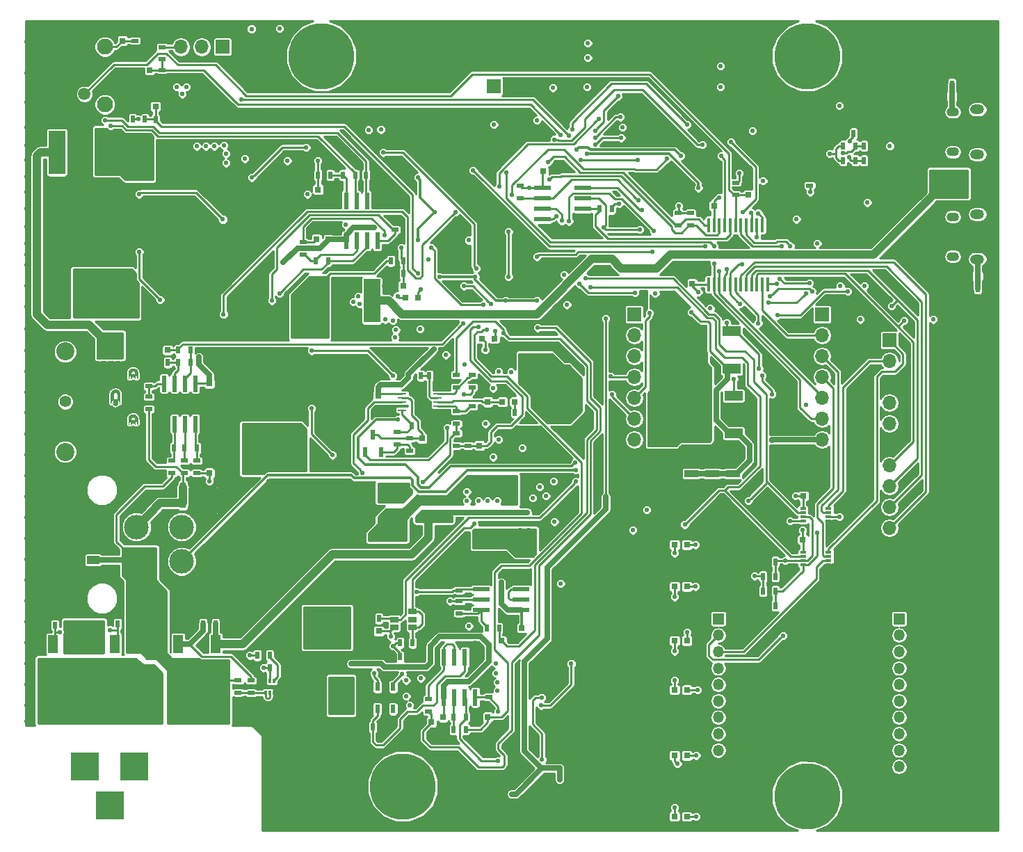
<source format=gbr>
G04 #@! TF.FileFunction,Copper,L4,Bot,Signal*
%FSLAX46Y46*%
G04 Gerber Fmt 4.6, Leading zero omitted, Abs format (unit mm)*
G04 Created by KiCad (PCBNEW 4.0.7) date 11/28/18 07:40:14*
%MOMM*%
%LPD*%
G01*
G04 APERTURE LIST*
%ADD10C,0.100000*%
%ADD11C,0.000100*%
%ADD12C,0.001000*%
%ADD13C,8.000000*%
%ADD14C,0.558800*%
%ADD15R,0.800000X0.750000*%
%ADD16R,0.600000X2.000000*%
%ADD17O,1.500000X1.100000*%
%ADD18O,1.700000X1.200000*%
%ADD19R,0.750000X0.800000*%
%ADD20R,2.000000X5.300000*%
%ADD21R,3.500000X3.500000*%
%ADD22R,3.000000X3.000000*%
%ADD23C,3.000000*%
%ADD24R,1.350000X1.350000*%
%ADD25O,1.350000X1.350000*%
%ADD26R,1.700000X1.700000*%
%ADD27O,1.700000X1.700000*%
%ADD28R,1.200000X2.200000*%
%ADD29R,5.800000X6.400000*%
%ADD30R,2.750000X3.050000*%
%ADD31R,0.400000X0.550000*%
%ADD32R,0.500000X0.900000*%
%ADD33R,0.900000X0.500000*%
%ADD34R,0.700000X1.300000*%
%ADD35R,0.600000X1.050000*%
%ADD36R,1.060000X0.650000*%
%ADD37R,2.000000X0.600000*%
%ADD38R,0.800000X0.300000*%
%ADD39R,1.600000X1.000000*%
%ADD40C,1.498000*%
%ADD41C,1.950000*%
%ADD42C,1.400000*%
%ADD43C,2.200000*%
%ADD44R,0.450000X1.750000*%
%ADD45R,5.300000X2.000000*%
%ADD46R,1.100000X0.250000*%
%ADD47R,0.600000X1.300000*%
%ADD48R,2.200000X1.200000*%
%ADD49R,6.400000X5.800000*%
%ADD50R,3.050000X2.750000*%
%ADD51R,1.700000X0.900000*%
%ADD52C,0.254000*%
%ADD53C,0.635000*%
%ADD54C,0.304800*%
%ADD55C,1.016000*%
G04 APERTURE END LIST*
D10*
D11*
G36*
X11970020Y-46482020D02*
X11970020Y-45912020D01*
X11970020Y-45882894D01*
X11963860Y-45824911D01*
X11951610Y-45767903D01*
X11933400Y-45712510D01*
X11909440Y-45659351D01*
X11879990Y-45609023D01*
X11845390Y-45562088D01*
X11806030Y-45519073D01*
X11762330Y-45480460D01*
X11714810Y-45446680D01*
X11663970Y-45418110D01*
X11610410Y-45395080D01*
X11554710Y-45377830D01*
X11497490Y-45366570D01*
X11439410Y-45361420D01*
X11381110Y-45362430D01*
X11323250Y-45369600D01*
X11266460Y-45382850D01*
X11211390Y-45402020D01*
X11158660Y-45426910D01*
X11108860Y-45457230D01*
X11062530Y-45492640D01*
X11020210Y-45532751D01*
X10982360Y-45577110D01*
X10949420Y-45625220D01*
X10921740Y-45676543D01*
X10899650Y-45730503D01*
X10883380Y-45786496D01*
X10873110Y-45843896D01*
X10868980Y-45902058D01*
X10870020Y-45932020D01*
X10870020Y-46492020D01*
X11170020Y-46492020D01*
X11170020Y-45932020D01*
X11170020Y-45918930D01*
X11172760Y-45892870D01*
X11178200Y-45867238D01*
X11186300Y-45842316D01*
X11196960Y-45818378D01*
X11210060Y-45795684D01*
X11225460Y-45774484D01*
X11242990Y-45755010D01*
X11262470Y-45737475D01*
X11283660Y-45722072D01*
X11306360Y-45708969D01*
X11330290Y-45698309D01*
X11355220Y-45690211D01*
X11380850Y-45684762D01*
X11406910Y-45682021D01*
X11433110Y-45682020D01*
X11459170Y-45684758D01*
X11484800Y-45690205D01*
X11509720Y-45698301D01*
X11533660Y-45708958D01*
X11556360Y-45722059D01*
X11577560Y-45737460D01*
X11597030Y-45754993D01*
X11614570Y-45774465D01*
X11629970Y-45795664D01*
X11643070Y-45818356D01*
X11653730Y-45842294D01*
X11661830Y-45867215D01*
X11667280Y-45892846D01*
X11670020Y-45918906D01*
X11670020Y-45932020D01*
X11670020Y-46482020D01*
X11970020Y-46482020D01*
G37*
X11970020Y-46482020D02*
X11970020Y-45912020D01*
X11970020Y-45882894D01*
X11963860Y-45824911D01*
X11951610Y-45767903D01*
X11933400Y-45712510D01*
X11909440Y-45659351D01*
X11879990Y-45609023D01*
X11845390Y-45562088D01*
X11806030Y-45519073D01*
X11762330Y-45480460D01*
X11714810Y-45446680D01*
X11663970Y-45418110D01*
X11610410Y-45395080D01*
X11554710Y-45377830D01*
X11497490Y-45366570D01*
X11439410Y-45361420D01*
X11381110Y-45362430D01*
X11323250Y-45369600D01*
X11266460Y-45382850D01*
X11211390Y-45402020D01*
X11158660Y-45426910D01*
X11108860Y-45457230D01*
X11062530Y-45492640D01*
X11020210Y-45532751D01*
X10982360Y-45577110D01*
X10949420Y-45625220D01*
X10921740Y-45676543D01*
X10899650Y-45730503D01*
X10883380Y-45786496D01*
X10873110Y-45843896D01*
X10868980Y-45902058D01*
X10870020Y-45932020D01*
X10870020Y-46492020D01*
X11170020Y-46492020D01*
X11170020Y-45932020D01*
X11170020Y-45918930D01*
X11172760Y-45892870D01*
X11178200Y-45867238D01*
X11186300Y-45842316D01*
X11196960Y-45818378D01*
X11210060Y-45795684D01*
X11225460Y-45774484D01*
X11242990Y-45755010D01*
X11262470Y-45737475D01*
X11283660Y-45722072D01*
X11306360Y-45708969D01*
X11330290Y-45698309D01*
X11355220Y-45690211D01*
X11380850Y-45684762D01*
X11406910Y-45682021D01*
X11433110Y-45682020D01*
X11459170Y-45684758D01*
X11484800Y-45690205D01*
X11509720Y-45698301D01*
X11533660Y-45708958D01*
X11556360Y-45722059D01*
X11577560Y-45737460D01*
X11597030Y-45754993D01*
X11614570Y-45774465D01*
X11629970Y-45795664D01*
X11643070Y-45818356D01*
X11653730Y-45842294D01*
X11661830Y-45867215D01*
X11667280Y-45892846D01*
X11670020Y-45918906D01*
X11670020Y-45932020D01*
X11670020Y-46482020D01*
X11970020Y-46482020D01*
G36*
X10870020Y-46482020D02*
X10870020Y-47052020D01*
X10870020Y-47023531D01*
X10875910Y-46966811D01*
X10887640Y-46911004D01*
X10905070Y-46856707D01*
X10928020Y-46804503D01*
X10956240Y-46754951D01*
X10989430Y-46708582D01*
X11027240Y-46665893D01*
X11069260Y-46627341D01*
X11115040Y-46593338D01*
X11164090Y-46564251D01*
X11215880Y-46540389D01*
X11269860Y-46522009D01*
X11325460Y-46509308D01*
X11382070Y-46502422D01*
X11439080Y-46501424D01*
X11495900Y-46506325D01*
X11551900Y-46517073D01*
X11606490Y-46533553D01*
X11659090Y-46555588D01*
X11709130Y-46582941D01*
X11756070Y-46615321D01*
X11799410Y-46652379D01*
X11838690Y-46693719D01*
X11873490Y-46738898D01*
X11903430Y-46787432D01*
X11928190Y-46838801D01*
X11947510Y-46892455D01*
X11961180Y-46947818D01*
X11969050Y-47004297D01*
X11970020Y-47032020D01*
X11970020Y-46472020D01*
X11670020Y-46472020D01*
X11670020Y-47032020D01*
X11670020Y-47045110D01*
X11667280Y-47071170D01*
X11661840Y-47096802D01*
X11653740Y-47121724D01*
X11643080Y-47145662D01*
X11629980Y-47168356D01*
X11614580Y-47189556D01*
X11597050Y-47209030D01*
X11577570Y-47226565D01*
X11556380Y-47241968D01*
X11533680Y-47255071D01*
X11509750Y-47265731D01*
X11484820Y-47273829D01*
X11459190Y-47279278D01*
X11433130Y-47282019D01*
X11406930Y-47282020D01*
X11380870Y-47279282D01*
X11355240Y-47273835D01*
X11330320Y-47265739D01*
X11306380Y-47255082D01*
X11283680Y-47241981D01*
X11262480Y-47226580D01*
X11243010Y-47209047D01*
X11225470Y-47189575D01*
X11210070Y-47168376D01*
X11196970Y-47145684D01*
X11186310Y-47121746D01*
X11178210Y-47096825D01*
X11172760Y-47071194D01*
X11170020Y-47045134D01*
X11170020Y-47032020D01*
X11170020Y-46482020D01*
X10870020Y-46482020D01*
G37*
X10870020Y-46482020D02*
X10870020Y-47052020D01*
X10870020Y-47023531D01*
X10875910Y-46966811D01*
X10887640Y-46911004D01*
X10905070Y-46856707D01*
X10928020Y-46804503D01*
X10956240Y-46754951D01*
X10989430Y-46708582D01*
X11027240Y-46665893D01*
X11069260Y-46627341D01*
X11115040Y-46593338D01*
X11164090Y-46564251D01*
X11215880Y-46540389D01*
X11269860Y-46522009D01*
X11325460Y-46509308D01*
X11382070Y-46502422D01*
X11439080Y-46501424D01*
X11495900Y-46506325D01*
X11551900Y-46517073D01*
X11606490Y-46533553D01*
X11659090Y-46555588D01*
X11709130Y-46582941D01*
X11756070Y-46615321D01*
X11799410Y-46652379D01*
X11838690Y-46693719D01*
X11873490Y-46738898D01*
X11903430Y-46787432D01*
X11928190Y-46838801D01*
X11947510Y-46892455D01*
X11961180Y-46947818D01*
X11969050Y-47004297D01*
X11970020Y-47032020D01*
X11970020Y-46472020D01*
X11670020Y-46472020D01*
X11670020Y-47032020D01*
X11670020Y-47045110D01*
X11667280Y-47071170D01*
X11661840Y-47096802D01*
X11653740Y-47121724D01*
X11643080Y-47145662D01*
X11629980Y-47168356D01*
X11614580Y-47189556D01*
X11597050Y-47209030D01*
X11577570Y-47226565D01*
X11556380Y-47241968D01*
X11533680Y-47255071D01*
X11509750Y-47265731D01*
X11484820Y-47273829D01*
X11459190Y-47279278D01*
X11433130Y-47282019D01*
X11406930Y-47282020D01*
X11380870Y-47279282D01*
X11355240Y-47273835D01*
X11330320Y-47265739D01*
X11306380Y-47255082D01*
X11283680Y-47241981D01*
X11262480Y-47226580D01*
X11243010Y-47209047D01*
X11225470Y-47189575D01*
X11210070Y-47168376D01*
X11196970Y-47145684D01*
X11186310Y-47121746D01*
X11178210Y-47096825D01*
X11172760Y-47071194D01*
X11170020Y-47045134D01*
X11170020Y-47032020D01*
X11170020Y-46482020D01*
X10870020Y-46482020D01*
D12*
G36*
X13820020Y-43682020D02*
X13820020Y-43332020D01*
X13820020Y-43318780D01*
X13817220Y-43292420D01*
X13811650Y-43266510D01*
X13803372Y-43241330D01*
X13792480Y-43217160D01*
X13779095Y-43194280D01*
X13763367Y-43172950D01*
X13745472Y-43153390D01*
X13725610Y-43135840D01*
X13704005Y-43120490D01*
X13680898Y-43107500D01*
X13656548Y-43097030D01*
X13631228Y-43089190D01*
X13605221Y-43084070D01*
X13578819Y-43081730D01*
X13552316Y-43082190D01*
X13526011Y-43085450D01*
X13500198Y-43091470D01*
X13475166Y-43100180D01*
X13451195Y-43111500D01*
X13428554Y-43125280D01*
X13407497Y-43141380D01*
X13388258Y-43159610D01*
X13371055Y-43179780D01*
X13356079Y-43201650D01*
X13343498Y-43224980D01*
X13333453Y-43249500D01*
X13326056Y-43274960D01*
X13321392Y-43301050D01*
X13319511Y-43327490D01*
X13320020Y-43342020D01*
X13320020Y-43682020D01*
X13020020Y-43682020D01*
X13020020Y-43332020D01*
X13020020Y-43303380D01*
X13025977Y-43246360D01*
X13037829Y-43190270D01*
X13055448Y-43135710D01*
X13078643Y-43083280D01*
X13107162Y-43033540D01*
X13140697Y-42987040D01*
X13178884Y-42944280D01*
X13221309Y-42905710D01*
X13267513Y-42871770D01*
X13316996Y-42842810D01*
X13369220Y-42819160D01*
X13423620Y-42801060D01*
X13479607Y-42788710D01*
X13536575Y-42782250D01*
X13593905Y-42781750D01*
X13650977Y-42787210D01*
X13707172Y-42798570D01*
X13761881Y-42815710D01*
X13814513Y-42838450D01*
X13864495Y-42866530D01*
X13911288Y-42899660D01*
X13954383Y-42937470D01*
X13993315Y-42979560D01*
X14027660Y-43025460D01*
X14057048Y-43074690D01*
X14081159Y-43126710D01*
X14099733Y-43180950D01*
X14112567Y-43236830D01*
X14119524Y-43293730D01*
X14120020Y-43322020D01*
X14120020Y-43682020D01*
X13820020Y-43682020D01*
G37*
X13820020Y-43682020D02*
X13820020Y-43332020D01*
X13820020Y-43318780D01*
X13817220Y-43292420D01*
X13811650Y-43266510D01*
X13803372Y-43241330D01*
X13792480Y-43217160D01*
X13779095Y-43194280D01*
X13763367Y-43172950D01*
X13745472Y-43153390D01*
X13725610Y-43135840D01*
X13704005Y-43120490D01*
X13680898Y-43107500D01*
X13656548Y-43097030D01*
X13631228Y-43089190D01*
X13605221Y-43084070D01*
X13578819Y-43081730D01*
X13552316Y-43082190D01*
X13526011Y-43085450D01*
X13500198Y-43091470D01*
X13475166Y-43100180D01*
X13451195Y-43111500D01*
X13428554Y-43125280D01*
X13407497Y-43141380D01*
X13388258Y-43159610D01*
X13371055Y-43179780D01*
X13356079Y-43201650D01*
X13343498Y-43224980D01*
X13333453Y-43249500D01*
X13326056Y-43274960D01*
X13321392Y-43301050D01*
X13319511Y-43327490D01*
X13320020Y-43342020D01*
X13320020Y-43682020D01*
X13020020Y-43682020D01*
X13020020Y-43332020D01*
X13020020Y-43303380D01*
X13025977Y-43246360D01*
X13037829Y-43190270D01*
X13055448Y-43135710D01*
X13078643Y-43083280D01*
X13107162Y-43033540D01*
X13140697Y-42987040D01*
X13178884Y-42944280D01*
X13221309Y-42905710D01*
X13267513Y-42871770D01*
X13316996Y-42842810D01*
X13369220Y-42819160D01*
X13423620Y-42801060D01*
X13479607Y-42788710D01*
X13536575Y-42782250D01*
X13593905Y-42781750D01*
X13650977Y-42787210D01*
X13707172Y-42798570D01*
X13761881Y-42815710D01*
X13814513Y-42838450D01*
X13864495Y-42866530D01*
X13911288Y-42899660D01*
X13954383Y-42937470D01*
X13993315Y-42979560D01*
X14027660Y-43025460D01*
X14057048Y-43074690D01*
X14081159Y-43126710D01*
X14099733Y-43180950D01*
X14112567Y-43236830D01*
X14119524Y-43293730D01*
X14120020Y-43322020D01*
X14120020Y-43682020D01*
X13820020Y-43682020D01*
G36*
X13320020Y-43682020D02*
X13320020Y-44032020D01*
X13320020Y-44019070D01*
X13322698Y-43993290D01*
X13328028Y-43967920D01*
X13335951Y-43943240D01*
X13346383Y-43919510D01*
X13359213Y-43896980D01*
X13374302Y-43875900D01*
X13391489Y-43856500D01*
X13410590Y-43838970D01*
X13431400Y-43823520D01*
X13453697Y-43810290D01*
X13477241Y-43799450D01*
X13501780Y-43791090D01*
X13527052Y-43785320D01*
X13552784Y-43782190D01*
X13578703Y-43781730D01*
X13604530Y-43783960D01*
X13629987Y-43788850D01*
X13654804Y-43796340D01*
X13678713Y-43806350D01*
X13701459Y-43818790D01*
X13722797Y-43833510D01*
X13742500Y-43850350D01*
X13760355Y-43869150D01*
X13776173Y-43889680D01*
X13789783Y-43911750D01*
X13801039Y-43935100D01*
X13809821Y-43959490D01*
X13816035Y-43984650D01*
X13819614Y-44010330D01*
X13820020Y-44022020D01*
X13820020Y-43682020D01*
X14120020Y-43682020D01*
X14120020Y-44032020D01*
X14120020Y-44003060D01*
X14113929Y-43945410D01*
X14101813Y-43888710D01*
X14083804Y-43833610D01*
X14060103Y-43780700D01*
X14030973Y-43730570D01*
X13996735Y-43683790D01*
X13957770Y-43640860D01*
X13914509Y-43602270D01*
X13867431Y-43568440D01*
X13817057Y-43539740D01*
X13763947Y-43516500D01*
X13708687Y-43498960D01*
X13651891Y-43487340D01*
X13594187Y-43481740D01*
X13536215Y-43482250D01*
X13478617Y-43488840D01*
X13422032Y-43501450D01*
X13367085Y-43519940D01*
X13314386Y-43544100D01*
X13264518Y-43573670D01*
X13218034Y-43608310D01*
X13175449Y-43647650D01*
X13137234Y-43691250D01*
X13103814Y-43738620D01*
X13075558Y-43789240D01*
X13052779Y-43842550D01*
X13035729Y-43897960D01*
X13024598Y-43954860D01*
X13019509Y-44012610D01*
X13020020Y-44042020D01*
X13020020Y-43682020D01*
X13320020Y-43682020D01*
G37*
X13320020Y-43682020D02*
X13320020Y-44032020D01*
X13320020Y-44019070D01*
X13322698Y-43993290D01*
X13328028Y-43967920D01*
X13335951Y-43943240D01*
X13346383Y-43919510D01*
X13359213Y-43896980D01*
X13374302Y-43875900D01*
X13391489Y-43856500D01*
X13410590Y-43838970D01*
X13431400Y-43823520D01*
X13453697Y-43810290D01*
X13477241Y-43799450D01*
X13501780Y-43791090D01*
X13527052Y-43785320D01*
X13552784Y-43782190D01*
X13578703Y-43781730D01*
X13604530Y-43783960D01*
X13629987Y-43788850D01*
X13654804Y-43796340D01*
X13678713Y-43806350D01*
X13701459Y-43818790D01*
X13722797Y-43833510D01*
X13742500Y-43850350D01*
X13760355Y-43869150D01*
X13776173Y-43889680D01*
X13789783Y-43911750D01*
X13801039Y-43935100D01*
X13809821Y-43959490D01*
X13816035Y-43984650D01*
X13819614Y-44010330D01*
X13820020Y-44022020D01*
X13820020Y-43682020D01*
X14120020Y-43682020D01*
X14120020Y-44032020D01*
X14120020Y-44003060D01*
X14113929Y-43945410D01*
X14101813Y-43888710D01*
X14083804Y-43833610D01*
X14060103Y-43780700D01*
X14030973Y-43730570D01*
X13996735Y-43683790D01*
X13957770Y-43640860D01*
X13914509Y-43602270D01*
X13867431Y-43568440D01*
X13817057Y-43539740D01*
X13763947Y-43516500D01*
X13708687Y-43498960D01*
X13651891Y-43487340D01*
X13594187Y-43481740D01*
X13536215Y-43482250D01*
X13478617Y-43488840D01*
X13422032Y-43501450D01*
X13367085Y-43519940D01*
X13314386Y-43544100D01*
X13264518Y-43573670D01*
X13218034Y-43608310D01*
X13175449Y-43647650D01*
X13137234Y-43691250D01*
X13103814Y-43738620D01*
X13075558Y-43789240D01*
X13052779Y-43842550D01*
X13035729Y-43897960D01*
X13024598Y-43954860D01*
X13019509Y-44012610D01*
X13020020Y-44042020D01*
X13020020Y-43682020D01*
X13320020Y-43682020D01*
G36*
X13820020Y-49282020D02*
X13820020Y-48932020D01*
X13820020Y-48918780D01*
X13817220Y-48892420D01*
X13811650Y-48866510D01*
X13803372Y-48841330D01*
X13792480Y-48817160D01*
X13779095Y-48794280D01*
X13763367Y-48772950D01*
X13745472Y-48753390D01*
X13725610Y-48735840D01*
X13704005Y-48720490D01*
X13680898Y-48707500D01*
X13656548Y-48697030D01*
X13631228Y-48689190D01*
X13605221Y-48684070D01*
X13578819Y-48681730D01*
X13552316Y-48682190D01*
X13526011Y-48685450D01*
X13500198Y-48691470D01*
X13475166Y-48700180D01*
X13451195Y-48711500D01*
X13428554Y-48725280D01*
X13407497Y-48741380D01*
X13388258Y-48759610D01*
X13371055Y-48779780D01*
X13356079Y-48801650D01*
X13343498Y-48824980D01*
X13333453Y-48849500D01*
X13326056Y-48874960D01*
X13321392Y-48901050D01*
X13319511Y-48927490D01*
X13320020Y-48942020D01*
X13320020Y-49282020D01*
X13020020Y-49282020D01*
X13020020Y-48932020D01*
X13020020Y-48903380D01*
X13025977Y-48846360D01*
X13037829Y-48790270D01*
X13055448Y-48735710D01*
X13078643Y-48683280D01*
X13107162Y-48633540D01*
X13140697Y-48587040D01*
X13178884Y-48544280D01*
X13221309Y-48505710D01*
X13267513Y-48471770D01*
X13316996Y-48442810D01*
X13369220Y-48419160D01*
X13423620Y-48401060D01*
X13479607Y-48388710D01*
X13536575Y-48382250D01*
X13593905Y-48381750D01*
X13650977Y-48387210D01*
X13707172Y-48398570D01*
X13761881Y-48415710D01*
X13814513Y-48438450D01*
X13864495Y-48466530D01*
X13911288Y-48499660D01*
X13954383Y-48537470D01*
X13993315Y-48579560D01*
X14027660Y-48625460D01*
X14057048Y-48674690D01*
X14081159Y-48726710D01*
X14099733Y-48780950D01*
X14112567Y-48836830D01*
X14119524Y-48893730D01*
X14120020Y-48922020D01*
X14120020Y-49282020D01*
X13820020Y-49282020D01*
G37*
X13820020Y-49282020D02*
X13820020Y-48932020D01*
X13820020Y-48918780D01*
X13817220Y-48892420D01*
X13811650Y-48866510D01*
X13803372Y-48841330D01*
X13792480Y-48817160D01*
X13779095Y-48794280D01*
X13763367Y-48772950D01*
X13745472Y-48753390D01*
X13725610Y-48735840D01*
X13704005Y-48720490D01*
X13680898Y-48707500D01*
X13656548Y-48697030D01*
X13631228Y-48689190D01*
X13605221Y-48684070D01*
X13578819Y-48681730D01*
X13552316Y-48682190D01*
X13526011Y-48685450D01*
X13500198Y-48691470D01*
X13475166Y-48700180D01*
X13451195Y-48711500D01*
X13428554Y-48725280D01*
X13407497Y-48741380D01*
X13388258Y-48759610D01*
X13371055Y-48779780D01*
X13356079Y-48801650D01*
X13343498Y-48824980D01*
X13333453Y-48849500D01*
X13326056Y-48874960D01*
X13321392Y-48901050D01*
X13319511Y-48927490D01*
X13320020Y-48942020D01*
X13320020Y-49282020D01*
X13020020Y-49282020D01*
X13020020Y-48932020D01*
X13020020Y-48903380D01*
X13025977Y-48846360D01*
X13037829Y-48790270D01*
X13055448Y-48735710D01*
X13078643Y-48683280D01*
X13107162Y-48633540D01*
X13140697Y-48587040D01*
X13178884Y-48544280D01*
X13221309Y-48505710D01*
X13267513Y-48471770D01*
X13316996Y-48442810D01*
X13369220Y-48419160D01*
X13423620Y-48401060D01*
X13479607Y-48388710D01*
X13536575Y-48382250D01*
X13593905Y-48381750D01*
X13650977Y-48387210D01*
X13707172Y-48398570D01*
X13761881Y-48415710D01*
X13814513Y-48438450D01*
X13864495Y-48466530D01*
X13911288Y-48499660D01*
X13954383Y-48537470D01*
X13993315Y-48579560D01*
X14027660Y-48625460D01*
X14057048Y-48674690D01*
X14081159Y-48726710D01*
X14099733Y-48780950D01*
X14112567Y-48836830D01*
X14119524Y-48893730D01*
X14120020Y-48922020D01*
X14120020Y-49282020D01*
X13820020Y-49282020D01*
G36*
X13320020Y-49282020D02*
X13320020Y-49632020D01*
X13320020Y-49619070D01*
X13322698Y-49593290D01*
X13328028Y-49567920D01*
X13335951Y-49543240D01*
X13346383Y-49519510D01*
X13359213Y-49496980D01*
X13374302Y-49475900D01*
X13391489Y-49456500D01*
X13410590Y-49438970D01*
X13431400Y-49423520D01*
X13453697Y-49410290D01*
X13477241Y-49399450D01*
X13501780Y-49391090D01*
X13527052Y-49385320D01*
X13552784Y-49382190D01*
X13578703Y-49381730D01*
X13604530Y-49383960D01*
X13629987Y-49388850D01*
X13654804Y-49396340D01*
X13678713Y-49406350D01*
X13701459Y-49418790D01*
X13722797Y-49433510D01*
X13742500Y-49450350D01*
X13760355Y-49469150D01*
X13776173Y-49489680D01*
X13789783Y-49511750D01*
X13801039Y-49535100D01*
X13809821Y-49559490D01*
X13816035Y-49584650D01*
X13819614Y-49610330D01*
X13820020Y-49622020D01*
X13820020Y-49282020D01*
X14120020Y-49282020D01*
X14120020Y-49632020D01*
X14120020Y-49603060D01*
X14113929Y-49545410D01*
X14101813Y-49488710D01*
X14083804Y-49433610D01*
X14060103Y-49380700D01*
X14030973Y-49330570D01*
X13996735Y-49283790D01*
X13957770Y-49240860D01*
X13914509Y-49202270D01*
X13867431Y-49168440D01*
X13817057Y-49139740D01*
X13763947Y-49116500D01*
X13708687Y-49098960D01*
X13651891Y-49087340D01*
X13594187Y-49081740D01*
X13536215Y-49082250D01*
X13478617Y-49088840D01*
X13422032Y-49101450D01*
X13367085Y-49119940D01*
X13314386Y-49144100D01*
X13264518Y-49173670D01*
X13218034Y-49208310D01*
X13175449Y-49247650D01*
X13137234Y-49291250D01*
X13103814Y-49338620D01*
X13075558Y-49389240D01*
X13052779Y-49442550D01*
X13035729Y-49497960D01*
X13024598Y-49554860D01*
X13019509Y-49612610D01*
X13020020Y-49642020D01*
X13020020Y-49282020D01*
X13320020Y-49282020D01*
G37*
X13320020Y-49282020D02*
X13320020Y-49632020D01*
X13320020Y-49619070D01*
X13322698Y-49593290D01*
X13328028Y-49567920D01*
X13335951Y-49543240D01*
X13346383Y-49519510D01*
X13359213Y-49496980D01*
X13374302Y-49475900D01*
X13391489Y-49456500D01*
X13410590Y-49438970D01*
X13431400Y-49423520D01*
X13453697Y-49410290D01*
X13477241Y-49399450D01*
X13501780Y-49391090D01*
X13527052Y-49385320D01*
X13552784Y-49382190D01*
X13578703Y-49381730D01*
X13604530Y-49383960D01*
X13629987Y-49388850D01*
X13654804Y-49396340D01*
X13678713Y-49406350D01*
X13701459Y-49418790D01*
X13722797Y-49433510D01*
X13742500Y-49450350D01*
X13760355Y-49469150D01*
X13776173Y-49489680D01*
X13789783Y-49511750D01*
X13801039Y-49535100D01*
X13809821Y-49559490D01*
X13816035Y-49584650D01*
X13819614Y-49610330D01*
X13820020Y-49622020D01*
X13820020Y-49282020D01*
X14120020Y-49282020D01*
X14120020Y-49632020D01*
X14120020Y-49603060D01*
X14113929Y-49545410D01*
X14101813Y-49488710D01*
X14083804Y-49433610D01*
X14060103Y-49380700D01*
X14030973Y-49330570D01*
X13996735Y-49283790D01*
X13957770Y-49240860D01*
X13914509Y-49202270D01*
X13867431Y-49168440D01*
X13817057Y-49139740D01*
X13763947Y-49116500D01*
X13708687Y-49098960D01*
X13651891Y-49087340D01*
X13594187Y-49081740D01*
X13536215Y-49082250D01*
X13478617Y-49088840D01*
X13422032Y-49101450D01*
X13367085Y-49119940D01*
X13314386Y-49144100D01*
X13264518Y-49173670D01*
X13218034Y-49208310D01*
X13175449Y-49247650D01*
X13137234Y-49291250D01*
X13103814Y-49338620D01*
X13075558Y-49389240D01*
X13052779Y-49442550D01*
X13035729Y-49497960D01*
X13024598Y-49554860D01*
X13019509Y-49612610D01*
X13020020Y-49642020D01*
X13020020Y-49282020D01*
X13320020Y-49282020D01*
D13*
X36512500Y-4762500D03*
X95646240Y-4762500D03*
X95646240Y-94853760D03*
D14*
X64008020Y-55753020D03*
X65405020Y-55753020D03*
X48895020Y-60452020D03*
X49911020Y-60452020D03*
X50927020Y-60452020D03*
X51943020Y-60452020D03*
X52324020Y-61214020D03*
X51435020Y-61214020D03*
X50419020Y-61214020D03*
X49403020Y-61214020D03*
X48260020Y-61214020D03*
X44450020Y-62865020D03*
X44450020Y-61976020D03*
X44450020Y-60706020D03*
X45593020Y-60706020D03*
X46228020Y-61214020D03*
X44958020Y-61214020D03*
X43815020Y-61214020D03*
X42545020Y-63500020D03*
X43815020Y-63500020D03*
X45212020Y-63500020D03*
X46609020Y-63500020D03*
X45593020Y-28829020D03*
X70231020Y-55880020D03*
X67437020Y-58928020D03*
X49657020Y-13335020D03*
X12065020Y-52959020D03*
X20066020Y-69977020D03*
X4699020Y-71247020D03*
X4318020Y-67056020D03*
X3302020Y-56007020D03*
X635020Y-85725020D03*
X635020Y-83820020D03*
X635020Y-81280020D03*
X635020Y-78740020D03*
X635020Y-76200020D03*
X635020Y-73660020D03*
X635020Y-71120020D03*
X635020Y-68580020D03*
X635020Y-66040020D03*
X635020Y-63500020D03*
X635020Y-60960020D03*
X635020Y-58420020D03*
X635020Y-55880020D03*
X635020Y-53340020D03*
X635020Y-50800020D03*
X635020Y-48133020D03*
X635020Y-45720020D03*
X635020Y-43180020D03*
X635020Y-40640020D03*
X635020Y-37973020D03*
X635020Y-35306020D03*
X635020Y-32766020D03*
X87122020Y-27686020D03*
X68961020Y-50292020D03*
X58674020Y-40132020D03*
X52324020Y-37719020D03*
X46863020Y-41402020D03*
X113665020Y-18923020D03*
X113665020Y-20193020D03*
X112395020Y-20193020D03*
X112395020Y-18923020D03*
X111125020Y-18923020D03*
X111125020Y-20193020D03*
X112395020Y-21590020D03*
X113665020Y-21590020D03*
X111125020Y-21590020D03*
X21336020Y-84709020D03*
X21336020Y-80391020D03*
X19177020Y-82677020D03*
X23241020Y-82677020D03*
X21336020Y-82618020D03*
X9525020Y-41402020D03*
X10414020Y-41402020D03*
X11303020Y-41402020D03*
X12065020Y-41402020D03*
X12065020Y-40513020D03*
X11303020Y-40513020D03*
X10414020Y-40513020D03*
X9525020Y-40513020D03*
X12065020Y-39624020D03*
X11303020Y-39624020D03*
X10414020Y-39624020D03*
X9525020Y-39624020D03*
X11303020Y-38735020D03*
X12065020Y-38735020D03*
X10414020Y-38735020D03*
X9525020Y-38735020D03*
X14986020Y-14351020D03*
X15621020Y-15240020D03*
X14478020Y-15240020D03*
X15621020Y-16510020D03*
X14478020Y-16510020D03*
X14478020Y-18034020D03*
X15621020Y-18034020D03*
X15621020Y-19558020D03*
X14224020Y-19558020D03*
X12827020Y-19558020D03*
X12827020Y-18542020D03*
X12827020Y-17399020D03*
X12827020Y-16383020D03*
X12700020Y-15240020D03*
X12700020Y-14351020D03*
X33782020Y-38608020D03*
X34671020Y-38608020D03*
X35687020Y-38608020D03*
X36703020Y-38608020D03*
X36703020Y-37719020D03*
X35687020Y-37719020D03*
X34798020Y-37719020D03*
X34671020Y-36576020D03*
X34544020Y-34417020D03*
X34544020Y-33655020D03*
X34544020Y-32766020D03*
X76200020Y-73406020D03*
X70358020Y-76962020D03*
X67564020Y-74676020D03*
X72390020Y-69596020D03*
X76708020Y-65024020D03*
X70866020Y-64008020D03*
X68326020Y-68580020D03*
X107950020Y-12446020D03*
X107950020Y-19050020D03*
X113030020Y-37084020D03*
X112522020Y-44450020D03*
X112522020Y-53848020D03*
X112268020Y-64516020D03*
X103886020Y-68580020D03*
X98044020Y-74168020D03*
X100330020Y-80518020D03*
X91694020Y-80518020D03*
X100076020Y-89916020D03*
X91948020Y-89916020D03*
X37592020Y-98806020D03*
X42926020Y-98552020D03*
X47244020Y-98552020D03*
X51816020Y-98552020D03*
X57912020Y-98552020D03*
X62230020Y-98806020D03*
X66294020Y-98806020D03*
X70612020Y-98806020D03*
X74676020Y-98806020D03*
X78740020Y-98806020D03*
X81026020Y-98806020D03*
X85344020Y-98806020D03*
X89154020Y-98806020D03*
X99568020Y-98806020D03*
X104648020Y-98806020D03*
X109220020Y-98806020D03*
X114046020Y-98806020D03*
X118618020Y-98806020D03*
X118618020Y-93726020D03*
X118618020Y-89154020D03*
X118618020Y-84074020D03*
X118618020Y-79502020D03*
X118618020Y-75438020D03*
X118618020Y-71628020D03*
X118618020Y-67564020D03*
X118618020Y-63500020D03*
X118618020Y-59690020D03*
X118618020Y-55626020D03*
X118618020Y-51816020D03*
X118618020Y-48006020D03*
X118618020Y-44450020D03*
X118618020Y-41148020D03*
X118618020Y-37084020D03*
X118618020Y-33274020D03*
X118618020Y-30226020D03*
X118618020Y-23114020D03*
X118618020Y-17526020D03*
X118618020Y-10668020D03*
X105410020Y-7874020D03*
X102870020Y-7874020D03*
X101854020Y-5842020D03*
X105410020Y-4064020D03*
X107696020Y-5842020D03*
X110744020Y-5842020D03*
X113792020Y-4318020D03*
X116332020Y-5842020D03*
X114808020Y-7366020D03*
X118618020Y-7620020D03*
X118618020Y-5080020D03*
X118618020Y-2540020D03*
X115570020Y-762020D03*
X111760020Y-762020D03*
X107696020Y-762020D03*
X102870020Y-762020D03*
X98806020Y-762020D03*
X90932020Y-762020D03*
X86868020Y-762020D03*
X83058020Y-762020D03*
X79248020Y-762020D03*
X75438020Y-762020D03*
X71882020Y-762020D03*
X68072020Y-762020D03*
X64262020Y-762020D03*
X60960020Y-762020D03*
X57150020Y-762020D03*
X52832020Y-762020D03*
X49276020Y-762020D03*
X45212020Y-762020D03*
X41148020Y-762020D03*
X32512020Y-762020D03*
X26416020Y-762020D03*
X22860020Y-762020D03*
X19050020Y-762020D03*
X15494020Y-762020D03*
X11938020Y-762020D03*
X7874020Y-762020D03*
X3556020Y-762020D03*
X635020Y-3048020D03*
X635020Y-6858020D03*
X635020Y-10414020D03*
X635020Y-13462020D03*
X44323020Y-58133000D03*
X46990020Y-58133000D03*
X45687000Y-58133000D03*
X9525020Y-31369020D03*
X9525020Y-35687020D03*
X7239020Y-33655020D03*
X11557020Y-33655020D03*
X9525020Y-33655020D03*
X30226020Y-50673020D03*
X30226020Y-54737020D03*
X28067020Y-52705020D03*
X32385020Y-52705020D03*
X30285020Y-52705020D03*
X56515020Y-88519020D03*
X60198020Y-87757020D03*
X59944020Y-89154020D03*
X66167020Y-79375020D03*
X65278020Y-78232020D03*
X64008020Y-77216020D03*
X69215020Y-81280020D03*
X70612020Y-81153020D03*
X71882020Y-81153020D03*
X73406020Y-81153020D03*
X75184020Y-81153020D03*
X76962020Y-81153020D03*
X78613020Y-81153020D03*
X80010020Y-91821020D03*
X80010020Y-93218020D03*
X78232020Y-93218020D03*
X76581020Y-93218020D03*
X75057020Y-93218020D03*
X73279020Y-93218020D03*
X71628020Y-93218020D03*
X69850020Y-93218020D03*
X68326020Y-93218020D03*
X67437020Y-94361020D03*
X66040020Y-94742020D03*
X64262020Y-94742020D03*
X62611020Y-94742020D03*
X39370020Y-42672020D03*
X39370020Y-48768020D03*
X40005020Y-45720020D03*
X38862020Y-45720020D03*
X96901020Y-27559020D03*
X99695020Y-32766020D03*
X102616020Y-32766020D03*
X60833020Y-44450020D03*
X60833020Y-43434020D03*
X61087020Y-42672020D03*
X60833020Y-41910020D03*
X61468020Y-41275020D03*
X62103020Y-41783020D03*
X62865020Y-41275020D03*
X63627020Y-41783020D03*
X64262020Y-41275020D03*
X64897020Y-41783020D03*
X67818020Y-44069020D03*
X67818020Y-45339020D03*
X67818020Y-46609020D03*
X67818020Y-47879020D03*
X61087020Y-49149020D03*
X62230020Y-49149020D03*
X64008020Y-49149020D03*
X65151020Y-49149020D03*
X66421020Y-49149020D03*
X64389020Y-43434020D03*
X64389020Y-47498020D03*
X62357020Y-45466020D03*
X66167020Y-45466020D03*
X64357347Y-45446195D03*
X78105020Y-40513020D03*
X80137020Y-38608020D03*
X80137020Y-42418020D03*
X82169020Y-40513020D03*
X80152020Y-40512020D03*
X78105020Y-44958020D03*
X78105020Y-43942020D03*
X79756020Y-43942020D03*
X79756020Y-44958020D03*
X81407020Y-44958020D03*
X81407020Y-43942020D03*
X82931020Y-43942020D03*
X82931020Y-44958020D03*
X80391020Y-46609020D03*
X80391020Y-50292020D03*
X78232020Y-48387020D03*
X82550020Y-48387020D03*
X80391020Y-48387020D03*
X10287020Y-85344020D03*
X9525020Y-85344020D03*
X10287020Y-84455020D03*
X9525020Y-84455020D03*
X10287020Y-83439020D03*
X9525020Y-83439020D03*
X10287020Y-82423020D03*
X9525020Y-82423020D03*
X10287020Y-81280020D03*
X9525020Y-81280020D03*
X10287020Y-80264020D03*
X9525020Y-80264020D03*
X6096020Y-84709020D03*
X6096020Y-80391020D03*
X4064020Y-82618020D03*
X8001020Y-82618020D03*
X6096020Y-82618020D03*
X11557020Y-82677020D03*
X15621020Y-82677020D03*
X13650000Y-84836020D03*
X13650000Y-80518020D03*
X13650000Y-82618020D03*
X37211020Y-72390020D03*
X35052020Y-74422020D03*
X39370020Y-74422020D03*
X37237000Y-76581020D03*
X37237000Y-74389000D03*
X38956000Y-81153020D03*
X38956000Y-84201020D03*
X38956000Y-82644000D03*
X5842020Y-75819020D03*
X5842020Y-77089020D03*
X7112020Y-77089020D03*
X7112020Y-76327020D03*
X7112020Y-75438020D03*
X9525020Y-75565020D03*
X9525020Y-76327020D03*
X9525020Y-77089020D03*
X24892020Y-17780020D03*
X24892020Y-16637020D03*
X24638020Y-15621020D03*
X23495020Y-15748020D03*
X22479020Y-15748020D03*
X21336020Y-15748020D03*
X19558020Y-9398020D03*
X20066020Y-8509020D03*
X18923020Y-8509020D03*
X48641020Y-80518020D03*
X54483020Y-74168020D03*
X65659020Y-68961020D03*
X64897020Y-61468020D03*
X62230020Y-58547020D03*
X56515020Y-49530020D03*
X57404020Y-53594020D03*
X57404020Y-45212020D03*
X53975020Y-42291020D03*
X51689020Y-41148020D03*
X48514020Y-37973020D03*
X27178020Y-17272020D03*
X32385020Y-17526020D03*
X34798020Y-21590020D03*
X39497020Y-25273020D03*
X41021020Y-34036020D03*
X40386020Y-34671020D03*
X41148020Y-34925020D03*
X44323020Y-36830020D03*
X45212020Y-36957020D03*
X45593020Y-38100020D03*
X45466020Y-38989020D03*
X43434020Y-45212020D03*
X63881020Y-58293020D03*
X61722020Y-62484020D03*
X60706020Y-62484020D03*
X61214020Y-63119020D03*
X62357020Y-63119020D03*
X61722020Y-63754020D03*
X60706020Y-63754020D03*
X61214020Y-64516020D03*
X62357020Y-64516020D03*
X61722020Y-65405020D03*
X60706020Y-65405020D03*
X57785020Y-78740020D03*
X57785020Y-79883020D03*
X57912020Y-81026020D03*
X57912020Y-82042020D03*
X46863020Y-80772020D03*
X46863020Y-82677020D03*
X47244020Y-83820020D03*
X26797020Y-7620020D03*
X84582020Y-43815020D03*
X91186020Y-38608020D03*
X91440020Y-50165020D03*
X89281020Y-47625020D03*
X89281020Y-51562020D03*
X86614020Y-53721020D03*
X84582020Y-53721020D03*
X83566020Y-53721020D03*
X82677020Y-53721020D03*
X80264020Y-53594020D03*
X80264020Y-52451020D03*
X80645020Y-54610020D03*
X80645020Y-56769020D03*
X80645020Y-57658020D03*
X98552020Y-27559020D03*
X97409020Y-32258020D03*
X103632020Y-32766020D03*
X110490020Y-31623020D03*
X117729020Y-21844020D03*
X117729020Y-20828020D03*
X117729020Y-19812020D03*
X117729020Y-18923020D03*
X59817020Y-3937020D03*
X54737020Y-3937020D03*
X49403020Y-3937020D03*
X13716020Y-8128020D03*
X12827020Y-8128020D03*
X14097020Y-7366020D03*
X13208020Y-7366020D03*
X12319020Y-7366020D03*
X2286020Y-15113020D03*
X635020Y-15621020D03*
X635020Y-17399020D03*
X635020Y-19431020D03*
X635020Y-21336020D03*
X635020Y-23368020D03*
X635020Y-25527020D03*
X635020Y-27559020D03*
X635020Y-28956020D03*
X635020Y-30226020D03*
X19431020Y-32766020D03*
X19431020Y-34417020D03*
X19431020Y-35941020D03*
X19431020Y-37338020D03*
X18034020Y-37338020D03*
X16510020Y-37338020D03*
X15240020Y-37338020D03*
X13970020Y-37338020D03*
X12446020Y-37338020D03*
X10922020Y-37338020D03*
X9652020Y-37338020D03*
X5461020Y-36195020D03*
X5461020Y-35179020D03*
X5461020Y-33909020D03*
X4572020Y-32893020D03*
X3683020Y-32131020D03*
X2921020Y-31496020D03*
X17526020Y-15748020D03*
X18542020Y-16764020D03*
X18542020Y-17653020D03*
X18415020Y-19304020D03*
X18415020Y-20193020D03*
X16510020Y-22479020D03*
X16637020Y-23622020D03*
X15748020Y-23622020D03*
X14859020Y-23622020D03*
X13716020Y-23622020D03*
X12954020Y-23622020D03*
X18415020Y-22352020D03*
X19304020Y-22098020D03*
X18415020Y-23622020D03*
X19050020Y-26670020D03*
X17780020Y-26670020D03*
X18415020Y-29718020D03*
X24638020Y-28702020D03*
X21463020Y-29591020D03*
X20320020Y-29591020D03*
X16383020Y-29718020D03*
X15113020Y-29718020D03*
X12954020Y-30099020D03*
X19050020Y-30607020D03*
X17907020Y-30607020D03*
X17907020Y-31623020D03*
X17907020Y-32512020D03*
X16891020Y-32512020D03*
X15875020Y-32512020D03*
X9144020Y-64008020D03*
X8255020Y-64008020D03*
X7493020Y-63881020D03*
X6985020Y-63373020D03*
X7493020Y-62865020D03*
X6985020Y-62103020D03*
X7493020Y-61595020D03*
X8001020Y-62103020D03*
X8509020Y-61595020D03*
X9017020Y-62103020D03*
X9525020Y-61595020D03*
X51181020Y-44704020D03*
X29464020Y-36830020D03*
X28321020Y-35560020D03*
X26924020Y-35687020D03*
X25781020Y-36830020D03*
X38862020Y-34798020D03*
X37973020Y-34798020D03*
X39116020Y-35814020D03*
X39116020Y-36830020D03*
X39116020Y-38227020D03*
X39116020Y-39116020D03*
X39878020Y-41783020D03*
X39116020Y-41783020D03*
X37465020Y-42418020D03*
X36576020Y-42672020D03*
X35814020Y-42672020D03*
X34671020Y-42672020D03*
X33909020Y-42672020D03*
X39116020Y-56515020D03*
X37592020Y-56515020D03*
X35941020Y-56515020D03*
X34417020Y-56515020D03*
X32893020Y-56515020D03*
X31369020Y-56515020D03*
X30099020Y-56515020D03*
X24130020Y-56769020D03*
X25146020Y-56515020D03*
X26797020Y-56515020D03*
X28321020Y-56515020D03*
X44831020Y-77978020D03*
X43561020Y-77978020D03*
X42164020Y-77978020D03*
X40894020Y-77978020D03*
X39116020Y-77978020D03*
X37338020Y-77978020D03*
X35560020Y-77978020D03*
X33909020Y-77978020D03*
X32766020Y-77851020D03*
X31750020Y-76962020D03*
X30988020Y-76200020D03*
X29972020Y-75946020D03*
X28829020Y-75946020D03*
X27305020Y-74549020D03*
X26289020Y-73660020D03*
X25273020Y-72771020D03*
X24257020Y-71755020D03*
X24003020Y-70358020D03*
X24003020Y-68199020D03*
X24003020Y-66421020D03*
X24003020Y-64643020D03*
X24003020Y-63119020D03*
X34671020Y-70358020D03*
X36068020Y-70358020D03*
X37973020Y-70358020D03*
X39624020Y-70358020D03*
X39624020Y-68961020D03*
X40132020Y-67310020D03*
X39116020Y-67310020D03*
X37846020Y-67310020D03*
X41656020Y-68707020D03*
X43561020Y-68707020D03*
X41910020Y-66548020D03*
X42926020Y-66548020D03*
X43942020Y-66548020D03*
X45085020Y-66548020D03*
X46228020Y-66548020D03*
X47244020Y-66548020D03*
X48260020Y-66294020D03*
X51689020Y-66294020D03*
X50800020Y-66294020D03*
X53086020Y-66294020D03*
X54102020Y-66294020D03*
X54991020Y-66421020D03*
X54991020Y-65278020D03*
X47244020Y-86868020D03*
X45974020Y-87757020D03*
X42037020Y-87757020D03*
X54229020Y-57785020D03*
X54229020Y-58928020D03*
X55626020Y-58928020D03*
X56769020Y-58928020D03*
X57912020Y-58928020D03*
X64008020Y-54102020D03*
X53086020Y-48768020D03*
X53213020Y-51435020D03*
X50673020Y-48514020D03*
X49022020Y-48641020D03*
X42799020Y-48514020D03*
X41529020Y-48641020D03*
X39751020Y-52070020D03*
X38735020Y-52070020D03*
X39751020Y-50927020D03*
X38735020Y-50927020D03*
X40005020Y-49657020D03*
X38735020Y-49657020D03*
X37084020Y-51562020D03*
X37211020Y-49149020D03*
X36195020Y-49149020D03*
X14859020Y-48554437D03*
X22098020Y-60198020D03*
X23749020Y-60833020D03*
X23495020Y-58928020D03*
X22860020Y-58420020D03*
X23368020Y-57658020D03*
X22352020Y-57658020D03*
X48387020Y-77851020D03*
X53340020Y-67437020D03*
X59436020Y-73406020D03*
X55245020Y-76200020D03*
X56896020Y-80391020D03*
X73914020Y-78740020D03*
X67437020Y-85598020D03*
X68326020Y-86741020D03*
X67310020Y-86741020D03*
X64897020Y-87376020D03*
X64897020Y-88392020D03*
X62357020Y-88138020D03*
X63119020Y-85725020D03*
X60325020Y-86106020D03*
X59055020Y-86106020D03*
X58039020Y-86106020D03*
X55245020Y-86106020D03*
X56007020Y-97409020D03*
X56007020Y-96012020D03*
X53213020Y-96139020D03*
X53213020Y-97409020D03*
X51308020Y-87757020D03*
X38862020Y-94996020D03*
X37338020Y-95250020D03*
X38862020Y-93980020D03*
X39624020Y-96012020D03*
X39624020Y-97536020D03*
X35306020Y-93726020D03*
X34036020Y-93726020D03*
X32766020Y-93726020D03*
X31496020Y-93726020D03*
X31496020Y-95250020D03*
X31496020Y-96520020D03*
X36322020Y-95758020D03*
X36322020Y-96774020D03*
X36322020Y-97790020D03*
X35306020Y-97790020D03*
X34290020Y-97790020D03*
X33020020Y-97790020D03*
D15*
X81014020Y-69342020D03*
X79514020Y-69342020D03*
D16*
X51435020Y-77941020D03*
X52705020Y-77941020D03*
X55245020Y-77941020D03*
X55245020Y-82841020D03*
X53975020Y-82841020D03*
X52705020Y-82841020D03*
X51435020Y-82841020D03*
X53975020Y-77941020D03*
D17*
X113380000Y-29170000D03*
X113380000Y-24330000D03*
D18*
X116380000Y-29480000D03*
X116380000Y-24020000D03*
D19*
X51308020Y-86729020D03*
X51308020Y-85229020D03*
X49911020Y-87364020D03*
X49911020Y-85864020D03*
D15*
X55269020Y-85217020D03*
X56769020Y-85217020D03*
X17820968Y-10906658D03*
X16320968Y-10906658D03*
D19*
X37351830Y-25598682D03*
X37351830Y-27098682D03*
D15*
X37593830Y-21014682D03*
X36093830Y-21014682D03*
X44970020Y-32766020D03*
X46470020Y-32766020D03*
D19*
X56769020Y-48363020D03*
X56769020Y-46863020D03*
X35921810Y-25565662D03*
X35921810Y-27065662D03*
X22887770Y-54030938D03*
X22887770Y-55530938D03*
X22887770Y-46132938D03*
X22887770Y-44632938D03*
D15*
X16295770Y-40556938D03*
X17795770Y-40556938D03*
X65012020Y-18796020D03*
X63512020Y-18796020D03*
D19*
X12286000Y-4400000D03*
X12286000Y-2900000D03*
D15*
X114914000Y-31543248D03*
X116414000Y-31543248D03*
D19*
X88486000Y-20172000D03*
X88486000Y-21672000D03*
D15*
X93611020Y-63627020D03*
X95111020Y-63627020D03*
X96686097Y-58320007D03*
X95186097Y-58320007D03*
D19*
X81661020Y-30988020D03*
X81661020Y-32488020D03*
X55753020Y-50685020D03*
X55753020Y-52185020D03*
D15*
X42016000Y-74770000D03*
X43516000Y-74770000D03*
X59415000Y-74389000D03*
X60915000Y-74389000D03*
X59920020Y-75946020D03*
X58420020Y-75946020D03*
D20*
X42668020Y-34544020D03*
X36068020Y-34544020D03*
X4320020Y-16510020D03*
X10920020Y-16510020D03*
D21*
X13750000Y-91281900D03*
X7750000Y-91281900D03*
X10750000Y-95981900D03*
D22*
X14000000Y-66278800D03*
D23*
X14000000Y-62078800D03*
X19500000Y-66278800D03*
X19500000Y-62078800D03*
D24*
X84838000Y-73270000D03*
D25*
X84838000Y-75270000D03*
X84838000Y-77270000D03*
X84838000Y-79270000D03*
X84838000Y-81270000D03*
X84838000Y-83270000D03*
X84838000Y-85270000D03*
X84838000Y-87270000D03*
X84838000Y-89270000D03*
X84838000Y-91270000D03*
D24*
X106838000Y-73270000D03*
D25*
X106838000Y-75270000D03*
X106838000Y-77270000D03*
X106838000Y-79270000D03*
X106838000Y-81270000D03*
X106838000Y-83270000D03*
X106838000Y-85270000D03*
X106838000Y-87270000D03*
X106838000Y-89270000D03*
X106838000Y-91270000D03*
D26*
X74614000Y-36230000D03*
D27*
X74614000Y-38770000D03*
X74614000Y-41310000D03*
X74614000Y-43850000D03*
X74614000Y-46390000D03*
X74614000Y-48930000D03*
X74614000Y-51470000D03*
X74614000Y-54010000D03*
D26*
X97474000Y-36230000D03*
D27*
X97474000Y-38770000D03*
X97474000Y-41310000D03*
X97474000Y-43850000D03*
X97474000Y-46390000D03*
X97474000Y-48930000D03*
X97474000Y-51470000D03*
X97474000Y-54010000D03*
D26*
X57498000Y-8476000D03*
D27*
X60038000Y-8476000D03*
D28*
X19056020Y-76318020D03*
X23616020Y-76318020D03*
D29*
X21336020Y-82618020D03*
D30*
X22861020Y-84293020D03*
X19811020Y-80943020D03*
X19811020Y-84293020D03*
X22861020Y-80943020D03*
D28*
X11370000Y-76318020D03*
X15930000Y-76318020D03*
D29*
X13650000Y-82618020D03*
D30*
X15175000Y-84293020D03*
X12125000Y-80943020D03*
X12125000Y-84293020D03*
X15175000Y-80943020D03*
D28*
X3816020Y-76318020D03*
X8376020Y-76318020D03*
D29*
X6096020Y-82618020D03*
D30*
X7621020Y-84293020D03*
X4571020Y-80943020D03*
X4571020Y-84293020D03*
X7621020Y-80943020D03*
D31*
X29726020Y-82259020D03*
X30226020Y-82259020D03*
X30726020Y-82259020D03*
X30726020Y-80809020D03*
X30226020Y-80809020D03*
X29726020Y-80809020D03*
D32*
X42778000Y-86454000D03*
X44278000Y-86454000D03*
D33*
X49530020Y-83070020D03*
X49530020Y-84570020D03*
D32*
X54090020Y-86741020D03*
X52590020Y-86741020D03*
D33*
X56896020Y-82792020D03*
X56896020Y-81292020D03*
D32*
X52590020Y-85217020D03*
X54090020Y-85217020D03*
X13526968Y-12430658D03*
X15026968Y-12430658D03*
X16328568Y-12489058D03*
X17828568Y-12489058D03*
X36093830Y-19236682D03*
X37593830Y-19236682D03*
X41935830Y-19236682D03*
X43435830Y-19236682D03*
X39141830Y-19236682D03*
X40641830Y-19236682D03*
X44970020Y-29718020D03*
X46470020Y-29718020D03*
X46470020Y-31242020D03*
X44970020Y-31242020D03*
X60059020Y-48133020D03*
X58559020Y-48133020D03*
D33*
X34290020Y-27444020D03*
X34290020Y-28944020D03*
X47244020Y-51320020D03*
X47244020Y-52820020D03*
X45466020Y-25896020D03*
X45466020Y-24396020D03*
D32*
X35826020Y-29718020D03*
X37326020Y-29718020D03*
X23610020Y-73914020D03*
X22110020Y-73914020D03*
X13196020Y-73914020D03*
X11696020Y-73914020D03*
X5576020Y-74041020D03*
X4076020Y-74041020D03*
D33*
X27940020Y-80784020D03*
X27940020Y-82284020D03*
D32*
X28714020Y-77724020D03*
X30214020Y-77724020D03*
D33*
X26383000Y-80751000D03*
X26383000Y-82251000D03*
X18315770Y-54030938D03*
X18315770Y-55530938D03*
X21363770Y-55530938D03*
X21363770Y-54030938D03*
X19839770Y-54030938D03*
X19839770Y-55530938D03*
D32*
X18557770Y-52494938D03*
X17057770Y-52494938D03*
X21351770Y-52494938D03*
X19851770Y-52494938D03*
D34*
X19651770Y-57320938D03*
X21551770Y-57320938D03*
D33*
X15494020Y-46240020D03*
X15494020Y-47740020D03*
D32*
X19089770Y-40556938D03*
X20589770Y-40556938D03*
X17795770Y-42080938D03*
X16295770Y-42080938D03*
D33*
X15494020Y-44946020D03*
X15494020Y-43446020D03*
D32*
X20589770Y-42080938D03*
X19089770Y-42080938D03*
X71870020Y-23368020D03*
X70370020Y-23368020D03*
D33*
X60706000Y-20586020D03*
X60706000Y-22086020D03*
X13810000Y-2900000D03*
X13810000Y-4400000D03*
D32*
X100037618Y-17476082D03*
X101537618Y-17476082D03*
X100037618Y-15698082D03*
X101537618Y-15698082D03*
X102565618Y-17476082D03*
X104065618Y-17476082D03*
X102577618Y-15698082D03*
X104077618Y-15698082D03*
D33*
X95961618Y-20512082D03*
X95961618Y-19012082D03*
X86962000Y-20172000D03*
X86962000Y-21672000D03*
D32*
X116414000Y-33067248D03*
X114914000Y-33067248D03*
X90278513Y-68105849D03*
X91778513Y-68105849D03*
X90278513Y-69883849D03*
X91778513Y-69883849D03*
X91778513Y-66327849D03*
X90278513Y-66327849D03*
X91778513Y-71661849D03*
X90278513Y-71661849D03*
D33*
X52959020Y-50685020D03*
X52959020Y-52185020D03*
X54356020Y-52185020D03*
X54356020Y-50685020D03*
D32*
X46113020Y-76200020D03*
X47613020Y-76200020D03*
X46113020Y-77851020D03*
X47613020Y-77851020D03*
X58142020Y-74422020D03*
X56642020Y-74422020D03*
X43516000Y-73246000D03*
X42016000Y-73246000D03*
D33*
X53307000Y-69805000D03*
X53307000Y-68305000D03*
X53307000Y-72599000D03*
X53307000Y-71099000D03*
D35*
X45240000Y-81548000D03*
X43340000Y-81548000D03*
X43340000Y-84248000D03*
X44290000Y-84248000D03*
X45240000Y-84248000D03*
D16*
X39510830Y-22374682D03*
X40780830Y-22374682D03*
X43320830Y-22374682D03*
X43320830Y-27274682D03*
X42050830Y-27274682D03*
X40780830Y-27274682D03*
X39510830Y-27274682D03*
X42050830Y-22374682D03*
X21178370Y-49552538D03*
X19908370Y-49552538D03*
X17368370Y-49552538D03*
X17368370Y-44652538D03*
X18638370Y-44652538D03*
X19908370Y-44652538D03*
X21178370Y-44652538D03*
X18638370Y-49552538D03*
D36*
X45382000Y-74290000D03*
X45382000Y-73340000D03*
X45382000Y-72390000D03*
X47582000Y-72390000D03*
X47582000Y-74290000D03*
X47582000Y-73340000D03*
D37*
X55937000Y-72230000D03*
X55937000Y-70960000D03*
X55937000Y-68420000D03*
X60837000Y-68420000D03*
X60837000Y-69690000D03*
X60837000Y-70960000D03*
X60837000Y-72230000D03*
X55937000Y-69690000D03*
X68337600Y-20802600D03*
X68337600Y-22072600D03*
X68337600Y-24612600D03*
X63437600Y-24612600D03*
X63437600Y-23342600D03*
X63437600Y-22072600D03*
X63437600Y-20802600D03*
X68337600Y-23342600D03*
D38*
X98240497Y-65182407D03*
X98240497Y-65682407D03*
X98240497Y-66182407D03*
X98240497Y-66682407D03*
X95140497Y-66682407D03*
X95140497Y-66182407D03*
X95140497Y-65682407D03*
X95140497Y-65182407D03*
X98248097Y-59856007D03*
X98248097Y-60356007D03*
X98248097Y-60856007D03*
X98248097Y-61356007D03*
X95148097Y-61356007D03*
X95148097Y-60856007D03*
X95148097Y-60356007D03*
X95148097Y-59856007D03*
D33*
X45720020Y-50558020D03*
X45720020Y-52058020D03*
D32*
X30214020Y-79248020D03*
X28714020Y-79248020D03*
D39*
X8730000Y-66110000D03*
X8730000Y-63110000D03*
D26*
X24478000Y-3650000D03*
D27*
X21938000Y-3650000D03*
X19398000Y-3650000D03*
D26*
X105664000Y-39370000D03*
D27*
X105664000Y-41910000D03*
X105664000Y-44450000D03*
X105664000Y-46990000D03*
X105664000Y-49530000D03*
X105664000Y-52070000D03*
X105664000Y-54610000D03*
X105664000Y-57150000D03*
X105664000Y-59690000D03*
X105664000Y-62230000D03*
D40*
X7675000Y-4893800D03*
X7675000Y-9393800D03*
D41*
X10165000Y-3638800D03*
X10165000Y-10648800D03*
D42*
X5325000Y-50832600D03*
X5325000Y-48832600D03*
X5325000Y-46832600D03*
D43*
X5325000Y-52932600D03*
X5325000Y-40732600D03*
D42*
X5325000Y-42832600D03*
D33*
X17112000Y-3662000D03*
X17112000Y-5162000D03*
X17112000Y-6456000D03*
X17112000Y-7956000D03*
D19*
X15588000Y-7956000D03*
X15588000Y-6456000D03*
D44*
X83674020Y-25356020D03*
X84324020Y-25356020D03*
X84974020Y-25356020D03*
X85624020Y-25356020D03*
X86274020Y-25356020D03*
X86924020Y-25356020D03*
X87574020Y-25356020D03*
X88224020Y-25356020D03*
X88874020Y-25356020D03*
X89524020Y-25356020D03*
X90174020Y-25356020D03*
X90824020Y-25356020D03*
X90824020Y-32556020D03*
X90174020Y-32556020D03*
X89524020Y-32556020D03*
X88874020Y-32556020D03*
X88224020Y-32556020D03*
X87574020Y-32556020D03*
X86924020Y-32556020D03*
X86274020Y-32556020D03*
X85624020Y-32556020D03*
X84974020Y-32556020D03*
X84324020Y-32556020D03*
X83674020Y-32556020D03*
D33*
X81448176Y-23875744D03*
X81448176Y-25375744D03*
X79924176Y-23875744D03*
X79924176Y-25375744D03*
D15*
X113272020Y-9673024D03*
X111772020Y-9673024D03*
D45*
X57658020Y-56900020D03*
X57658020Y-63500020D03*
D17*
X113380000Y-16420000D03*
X113380000Y-11580000D03*
D18*
X116380000Y-16730000D03*
X116380000Y-11270000D03*
D34*
X19618750Y-59192918D03*
X21518750Y-59192918D03*
D32*
X111772020Y-8149024D03*
X113272020Y-8149024D03*
X101307618Y-14174082D03*
X102807618Y-14174082D03*
D15*
X82816020Y-22987020D03*
X84316020Y-22987020D03*
X48248020Y-34163020D03*
X46748020Y-34163020D03*
X57582520Y-39179520D03*
X56082520Y-39179520D03*
X81014020Y-64262020D03*
X79514020Y-64262020D03*
X81014020Y-97345520D03*
X79514020Y-97345520D03*
X81014020Y-89916020D03*
X79514020Y-89916020D03*
X81014020Y-81915020D03*
X79514020Y-81915020D03*
X81014020Y-75946020D03*
X79514020Y-75946020D03*
D13*
X46433740Y-93662500D03*
D15*
X60059020Y-46863020D03*
X58559020Y-46863020D03*
D19*
X43434020Y-47613020D03*
X43434020Y-46113020D03*
D33*
X54864020Y-43573020D03*
X54864020Y-45073020D03*
X52959020Y-43573020D03*
X52959020Y-45073020D03*
X52959020Y-49518020D03*
X52959020Y-48018020D03*
X54864020Y-47383020D03*
X54864020Y-48883020D03*
D32*
X47129020Y-43688020D03*
X48629020Y-43688020D03*
X49669020Y-43688020D03*
X51169020Y-43688020D03*
D46*
X50664020Y-45863020D03*
X50664020Y-46363020D03*
X50664020Y-46863020D03*
X50664020Y-47363020D03*
X50664020Y-47863020D03*
X46364020Y-47863020D03*
X46364020Y-47363020D03*
X46364020Y-46863020D03*
X46364020Y-46363020D03*
X46364020Y-45863020D03*
D19*
X48768020Y-52820020D03*
X48768020Y-51320020D03*
D47*
X42799020Y-50893020D03*
X41849020Y-52993020D03*
X43749020Y-52993020D03*
D32*
X47510020Y-49784020D03*
X49010020Y-49784020D03*
D48*
X86682020Y-46107020D03*
X86682020Y-50667020D03*
D49*
X80382020Y-48387020D03*
D50*
X78707020Y-49912020D03*
X82057020Y-46862020D03*
X78707020Y-46862020D03*
X82057020Y-49912020D03*
D48*
X86452020Y-38232020D03*
X86452020Y-42792020D03*
D49*
X80152020Y-40512020D03*
D50*
X78477020Y-42037020D03*
X81827020Y-38987020D03*
X78477020Y-38987020D03*
X81827020Y-42037020D03*
D51*
X81534020Y-55605020D03*
X81534020Y-52705020D03*
X84074020Y-55605020D03*
X84074020Y-52705020D03*
X86614020Y-55605020D03*
X86614020Y-52705020D03*
D14*
X31750020Y-97790020D03*
X49562317Y-29529186D03*
X17794337Y-9924577D03*
X22327918Y-8322516D03*
X83676705Y-33929266D03*
X81661020Y-29972020D03*
X77171260Y-33674701D03*
X16173371Y-48779420D03*
X42672020Y-18542020D03*
X38608020Y-20955020D03*
X41291224Y-20811816D03*
X34925020Y-25781020D03*
X26785132Y-84697132D03*
X89408020Y-71628020D03*
X85979020Y-65532020D03*
X89154020Y-66548020D03*
X98171020Y-67564020D03*
X93599020Y-64643020D03*
X98298020Y-62103020D03*
X96686097Y-57443097D03*
X81915020Y-22987020D03*
X88264782Y-35813782D03*
X90805020Y-26797020D03*
X100584020Y-36830020D03*
X106807020Y-33401020D03*
X108331020Y-35179020D03*
X113919020Y-33020020D03*
X113919020Y-31496020D03*
X112014020Y-25400020D03*
X97867082Y-24588082D03*
X110744020Y-8128020D03*
X110744020Y-9652020D03*
X112014020Y-12700020D03*
X105118082Y-21552082D03*
X100838020Y-18161020D03*
X105283020Y-11430020D03*
X105029020Y-9525020D03*
X104876082Y-15214082D03*
X102743020Y-12573020D03*
X101219020Y-12700020D03*
X99987680Y-11430020D03*
X96139020Y-11684020D03*
X96012020Y-18034020D03*
X90297020Y-18542020D03*
X88519020Y-18923020D03*
X79883020Y-20828020D03*
X76962020Y-12192020D03*
X80518020Y-9652020D03*
X80518020Y-7112020D03*
X61066000Y-12721040D03*
X52705020Y-21463020D03*
X73279020Y-24892020D03*
X70993020Y-30480020D03*
X69173944Y-35645944D03*
X64388921Y-31496111D03*
X53848020Y-34036020D03*
X58133000Y-33368000D03*
X45466020Y-25146020D03*
X46101020Y-22606020D03*
X47117020Y-19304020D03*
X50800020Y-27559020D03*
X65278020Y-25527020D03*
X72390020Y-21463020D03*
X65659020Y-17907020D03*
X63881020Y-8636020D03*
X11430020Y-5080020D03*
X13810000Y-5174000D03*
X15494020Y-42164020D03*
X22987020Y-52832020D03*
X17018020Y-53721020D03*
X21463020Y-46928688D03*
X44099822Y-32766020D03*
X54495020Y-28690020D03*
X60960020Y-37719020D03*
X60833020Y-51054020D03*
X27940020Y-79248020D03*
X31623020Y-82296020D03*
X45382000Y-71544000D03*
X42016000Y-75671000D03*
X58801020Y-67945020D03*
X43434020Y-87884020D03*
X42926020Y-79883020D03*
X63108466Y-57202068D03*
X44958020Y-75438020D03*
X50192593Y-40424447D03*
X46355020Y-80010020D03*
X79502020Y-96266020D03*
X79883020Y-90914020D03*
X79514020Y-80784020D03*
X79502020Y-77216020D03*
X79502020Y-70612020D03*
X79502020Y-65278020D03*
X42251520Y-13740020D03*
X28003520Y-1460520D03*
X45783520Y-33972520D03*
X56451520Y-40513020D03*
X58102520Y-43180020D03*
X58102520Y-51435020D03*
X74422020Y-62484020D03*
X91374813Y-51494450D03*
X56896020Y-76835020D03*
X50914321Y-75450719D03*
X58420020Y-68834020D03*
X40132020Y-78740020D03*
X21590020Y-41402020D03*
X42926020Y-25654020D03*
X31877020Y-29879054D03*
X62865020Y-37846020D03*
X29464020Y-79248020D03*
X59690020Y-94615020D03*
X62865020Y-76835020D03*
X71127360Y-59325640D03*
X71127360Y-58420020D03*
X65532020Y-91440020D03*
X65532020Y-92837020D03*
X71127360Y-36699834D03*
X56642020Y-38100020D03*
X57134964Y-34932119D03*
X53848020Y-32766020D03*
X89008039Y-13837036D03*
X83861892Y-35479386D03*
X102997020Y-22606020D03*
X84963020Y-21971020D03*
X61849020Y-20802600D03*
X82105520Y-97345520D03*
X82169020Y-89916020D03*
X82296020Y-81915020D03*
X81026020Y-74930020D03*
X82042020Y-69342020D03*
X82042020Y-64262020D03*
X89281020Y-68072020D03*
X95111020Y-62496020D03*
X94234020Y-58293020D03*
X95504020Y-47244020D03*
X80010020Y-22987020D03*
X82423020Y-33528020D03*
X102108020Y-36830020D03*
X110998020Y-36830020D03*
X94361020Y-24638020D03*
X105719571Y-15692469D03*
X99568020Y-10795020D03*
X98425020Y-16637020D03*
X90297020Y-19939020D03*
X87376020Y-19050020D03*
X85090020Y-8509020D03*
X85090020Y-5969020D03*
X62738020Y-12573020D03*
X66040020Y-31369020D03*
X66421020Y-35052020D03*
X54495020Y-27190020D03*
X72771020Y-22733020D03*
X73177440Y-13436600D03*
X64706520Y-8636020D03*
X68834020Y-8509020D03*
X68961020Y-4953020D03*
X68961020Y-3175020D03*
X57531020Y-13081020D03*
X43751520Y-13716020D03*
X31432520Y-1397020D03*
X48577520Y-33147020D03*
X57658020Y-38227020D03*
X59602520Y-43204020D03*
X60960020Y-52451020D03*
X64770020Y-56515020D03*
X76124520Y-60019520D03*
X62738020Y-34544020D03*
X58928020Y-34544020D03*
X55245020Y-31623020D03*
X50927020Y-31623020D03*
X48260020Y-27178020D03*
X50292020Y-23749020D03*
X48260020Y-19558020D03*
X14224020Y-12446020D03*
X14351020Y-21590020D03*
X24523020Y-24650020D03*
X35306020Y-40640020D03*
X45224020Y-43700020D03*
X24603953Y-36186236D03*
X22895633Y-56496849D03*
X52832020Y-23749020D03*
X53756544Y-37292982D03*
X87456319Y-34951426D03*
X87772750Y-23801647D03*
X87757020Y-30099020D03*
X86360020Y-15240020D03*
X61595020Y-60314020D03*
X48895020Y-56642020D03*
X55626020Y-37719020D03*
X56273797Y-35033433D03*
X49911020Y-28067020D03*
X58674020Y-38481020D03*
X67505931Y-55157317D03*
X92693732Y-75311020D03*
X99568020Y-60833020D03*
X89704731Y-37270742D03*
X91948020Y-32512020D03*
X71706556Y-43749665D03*
X65770456Y-24822288D03*
X76456392Y-36070225D03*
X75296213Y-25893213D03*
X70847638Y-25613814D03*
X65090122Y-24232048D03*
X71882020Y-45974020D03*
X76962020Y-26035020D03*
X66675020Y-24892020D03*
X84974681Y-30921930D03*
X83214356Y-27941669D03*
X54991020Y-18669020D03*
X84332499Y-30058730D03*
X84328529Y-27906851D03*
X59055020Y-18923020D03*
X107442020Y-36957020D03*
X105918020Y-35179020D03*
X68083821Y-17387219D03*
X75017486Y-17431451D03*
X78613020Y-17272020D03*
X59691217Y-21673617D03*
X69864224Y-15593706D03*
X73025020Y-14732020D03*
X69845278Y-14703253D03*
X72898020Y-12192020D03*
X69845278Y-13831745D03*
X72644020Y-9652020D03*
X28067020Y-19558020D03*
X34671020Y-15875020D03*
X67422888Y-54243152D03*
X45847020Y-49022020D03*
X27813020Y-77724020D03*
X10731520Y-74612520D03*
X4635520Y-74866520D03*
X85171223Y-16936817D03*
X45228020Y-76581020D03*
X58039020Y-84582020D03*
X58039020Y-90551020D03*
X10160020Y-12573020D03*
X10868119Y-13269650D03*
X30480020Y-34544020D03*
X31442357Y-33636182D03*
X100788025Y-17070717D03*
X100019616Y-16594268D03*
X96012020Y-21336020D03*
X92527102Y-27904300D03*
X92964020Y-66182407D03*
X93604101Y-27884509D03*
X96887609Y-62810243D03*
X93599020Y-61341020D03*
X85852020Y-30734020D03*
X70251962Y-12425078D03*
X58166020Y-20609580D03*
X48133020Y-69977020D03*
X41529020Y-55499020D03*
X55118020Y-61722020D03*
X52197020Y-71120020D03*
X67505931Y-56569519D03*
X64262020Y-19812020D03*
X46228020Y-28067020D03*
X48260020Y-31242020D03*
X36068020Y-17526020D03*
X44069020Y-16510020D03*
X55372020Y-30607020D03*
X44188359Y-26580609D03*
X59309020Y-31623020D03*
X59309020Y-26162020D03*
X80747390Y-61806364D03*
X69253085Y-32905784D03*
X88510955Y-58919955D03*
X68691202Y-31811033D03*
X80264020Y-16891020D03*
X67564020Y-16129020D03*
X82423020Y-20828020D03*
X68834020Y-16637020D03*
X82896402Y-15561210D03*
X64897020Y-14919980D03*
X64135020Y-17653020D03*
X75085528Y-22352020D03*
X89707762Y-23892252D03*
X65659020Y-14351020D03*
X89524020Y-26786020D03*
X26779811Y-10044570D03*
X66675020Y-14478020D03*
X74674520Y-33552451D03*
X67945020Y-32512020D03*
X67036829Y-13690361D03*
X81026020Y-13081020D03*
X88835330Y-23810098D03*
X75565020Y-23495020D03*
X100838020Y-15113020D03*
X66941020Y-78752020D03*
X63246020Y-83820020D03*
X53848020Y-45974020D03*
X51816020Y-50038020D03*
X63385020Y-90424020D03*
X63307020Y-82870020D03*
X37846020Y-53340020D03*
X35306020Y-47625020D03*
X16891020Y-34417020D03*
X14351020Y-28575020D03*
X90170020Y-43688020D03*
X91375827Y-45909827D03*
X80264020Y-35941020D03*
X95917854Y-32399134D03*
X92329020Y-31877020D03*
X89789020Y-42799020D03*
X86741020Y-44069020D03*
X85852020Y-37211020D03*
X81534020Y-35941020D03*
X90932020Y-34798020D03*
X95506325Y-33629969D03*
X91149782Y-34012020D03*
X76835020Y-28575020D03*
X96266020Y-33401020D03*
X62738020Y-29210020D03*
X100584020Y-33401020D03*
X92075020Y-36322020D03*
D52*
X17820968Y-9951208D02*
X17794337Y-9924577D01*
X17820968Y-10906658D02*
X17820968Y-9951208D01*
X17112000Y-9242240D02*
X17514938Y-9645178D01*
X17112000Y-7956000D02*
X17112000Y-9242240D01*
X17514938Y-9645178D02*
X17794337Y-9924577D01*
X81661020Y-30988020D02*
X81661020Y-29972020D01*
X16002020Y-48768020D02*
X16161971Y-48768020D01*
X16173371Y-48911539D02*
X16173371Y-48779420D01*
X16814370Y-49552538D02*
X16173371Y-48911539D01*
X17368370Y-49552538D02*
X16814370Y-49552538D01*
X16161971Y-48768020D02*
X16173371Y-48779420D01*
X46364020Y-47363020D02*
X43684020Y-47363020D01*
X43684020Y-47363020D02*
X43434020Y-47613020D01*
X38548358Y-21014682D02*
X38608020Y-20955020D01*
X90824020Y-26778020D02*
X90805020Y-26797020D01*
X95961618Y-18084422D02*
X96012020Y-18034020D01*
X22887770Y-46132938D02*
X22258770Y-46132938D01*
X22258770Y-46132938D02*
X21463020Y-46928688D01*
X44099822Y-32766020D02*
X44970020Y-32766020D01*
X44069020Y-32766020D02*
X44099822Y-32766020D01*
X31586020Y-82259020D02*
X31623020Y-82296020D01*
X56896020Y-80391020D02*
X56896020Y-81292020D01*
X51308020Y-87757020D02*
X51308020Y-86729020D01*
X44278000Y-86454000D02*
X44278000Y-87040040D01*
X44278000Y-87040040D02*
X43434020Y-87884020D01*
X51308020Y-86729020D02*
X50546020Y-86729020D01*
X50546020Y-86729020D02*
X49911020Y-87364020D01*
X55245020Y-77941020D02*
X55245020Y-76200020D01*
X55269020Y-85217020D02*
X55269020Y-86082020D01*
X55269020Y-86082020D02*
X55245020Y-86106020D01*
X90824020Y-25356020D02*
X90824020Y-26778020D01*
X59920020Y-75946020D02*
X59920020Y-74894020D01*
X59920020Y-74894020D02*
X59415000Y-74389000D01*
X59415000Y-74389000D02*
X59415000Y-73410400D01*
X59415000Y-73410400D02*
X59410620Y-73406020D01*
X17018020Y-53721020D02*
X17018020Y-52534688D01*
X17018020Y-52534688D02*
X17057770Y-52494938D01*
X102807618Y-14174082D02*
X102807618Y-12637618D01*
X102807618Y-12637618D02*
X102743020Y-12573020D01*
X44970020Y-32766020D02*
X44970020Y-31242020D01*
X60198020Y-75668020D02*
X59920020Y-75946020D01*
X60837000Y-68420000D02*
X59276000Y-68420000D01*
X59276000Y-68420000D02*
X58801020Y-67945020D01*
X53307000Y-68305000D02*
X53307000Y-67470040D01*
X53307000Y-67470040D02*
X53340020Y-67437020D01*
X53307000Y-68305000D02*
X55822000Y-68305000D01*
X55822000Y-68305000D02*
X55937000Y-68420000D01*
X47613020Y-77851020D02*
X48387020Y-77851020D01*
X42016000Y-74770000D02*
X42016000Y-75671000D01*
X42016000Y-75671000D02*
X42037020Y-75692020D01*
X42016000Y-73246000D02*
X42016000Y-74770000D01*
X45382000Y-72390000D02*
X45382000Y-71544000D01*
X45382000Y-71544000D02*
X45339020Y-71501020D01*
X44278000Y-86454000D02*
X44278000Y-84260000D01*
X44278000Y-84260000D02*
X44290000Y-84248000D01*
X29083020Y-80091020D02*
X28853020Y-80091020D01*
X28853020Y-80091020D02*
X28714020Y-79952020D01*
X28714020Y-79952020D02*
X28714020Y-79248020D01*
X29726020Y-80809020D02*
X29726020Y-80734020D01*
X29726020Y-80734020D02*
X29083020Y-80091020D01*
X28714020Y-79248020D02*
X27940020Y-79248020D01*
X30726020Y-82259020D02*
X31586020Y-82259020D01*
X15494020Y-43446020D02*
X15494020Y-42164020D01*
X22887770Y-54030938D02*
X22887770Y-52931270D01*
X22887770Y-52931270D02*
X22987020Y-52832020D01*
X16295770Y-42080938D02*
X16295770Y-40556938D01*
X15494020Y-42164020D02*
X16212688Y-42164020D01*
X16212688Y-42164020D02*
X16295770Y-42080938D01*
X17820968Y-10906658D02*
X17820968Y-12481458D01*
X17820968Y-12481458D02*
X17828568Y-12489058D01*
X15588000Y-7956000D02*
X17112000Y-7956000D01*
X11430020Y-5080020D02*
X11605980Y-5080020D01*
X11605980Y-5080020D02*
X12286000Y-4400000D01*
X13810000Y-4400000D02*
X13810000Y-5174000D01*
X13810000Y-5174000D02*
X13843020Y-5207020D01*
X45466020Y-24396020D02*
X45466020Y-25146020D01*
X35921810Y-25565662D02*
X37318810Y-25565662D01*
X37318810Y-25565662D02*
X37351830Y-25598682D01*
X34925020Y-25781020D02*
X35706452Y-25781020D01*
X35706452Y-25781020D02*
X35921810Y-25565662D01*
X37593830Y-21014682D02*
X38548358Y-21014682D01*
X43320830Y-22374682D02*
X43320830Y-19351682D01*
X43320830Y-19351682D02*
X43435830Y-19236682D01*
X43435830Y-19236682D02*
X43435830Y-19034896D01*
X42942954Y-18542020D02*
X42672020Y-18542020D01*
X43435830Y-19034896D02*
X42942954Y-18542020D01*
X65012020Y-18796020D02*
X65012020Y-18554020D01*
X65012020Y-18554020D02*
X65659020Y-17907020D01*
X68337600Y-24612600D02*
X68337600Y-25166600D01*
X68337600Y-25166600D02*
X67977180Y-25527020D01*
X67977180Y-25527020D02*
X65673151Y-25527020D01*
X65673151Y-25527020D02*
X65278020Y-25527020D01*
X110744020Y-8128020D02*
X111751016Y-8128020D01*
X111751016Y-8128020D02*
X111772020Y-8149024D01*
X110744020Y-9652020D02*
X111751016Y-9652020D01*
X111751016Y-9652020D02*
X111772020Y-9673024D01*
X95961618Y-19012082D02*
X95961618Y-18084422D01*
X88519020Y-19050020D02*
X88519020Y-20138980D01*
X88519020Y-20138980D02*
X88486000Y-20172000D01*
X81915020Y-22987020D02*
X82816020Y-22987020D01*
X102807618Y-14174082D02*
X102807618Y-14428082D01*
X102807618Y-14428082D02*
X104077618Y-15698082D01*
X104065618Y-17476082D02*
X104065618Y-15710082D01*
X104065618Y-15710082D02*
X104077618Y-15698082D01*
X104077618Y-15698082D02*
X104443958Y-15698082D01*
X104443958Y-15698082D02*
X104902020Y-15240020D01*
X113919020Y-33020020D02*
X114866772Y-33020020D01*
X114866772Y-33020020D02*
X114914000Y-33067248D01*
X113919020Y-31496020D02*
X114866772Y-31496020D01*
X114866772Y-31496020D02*
X114914000Y-31543248D01*
X96686097Y-58320007D02*
X96686097Y-57443097D01*
X96686097Y-57443097D02*
X96647020Y-57404020D01*
X98298020Y-62103020D02*
X98298020Y-61405930D01*
X98298020Y-61405930D02*
X98248097Y-61356007D01*
X93599020Y-64643020D02*
X93599020Y-63639020D01*
X93599020Y-63639020D02*
X93611020Y-63627020D01*
X98171020Y-67564020D02*
X98171020Y-66751884D01*
X98171020Y-66751884D02*
X98240497Y-66682407D01*
X89154020Y-66548020D02*
X90058342Y-66548020D01*
X90058342Y-66548020D02*
X90278513Y-66327849D01*
X90278513Y-71661849D02*
X89441849Y-71661849D01*
X89441849Y-71661849D02*
X89408020Y-71628020D01*
X42926020Y-80355020D02*
X42926020Y-79883020D01*
X43340000Y-81548000D02*
X43340000Y-80769000D01*
X43340000Y-80769000D02*
X42926020Y-80355020D01*
X44958020Y-75438020D02*
X44958020Y-75042889D01*
X44958020Y-75042889D02*
X44902000Y-74986869D01*
X44902000Y-74986869D02*
X44902000Y-74770000D01*
D53*
X47129020Y-43688020D02*
X47129020Y-43888020D01*
X47129020Y-43888020D02*
X46244020Y-44773020D01*
X46244020Y-44773020D02*
X43739020Y-44773020D01*
X43739020Y-44773020D02*
X43434020Y-45078020D01*
X43434020Y-45078020D02*
X43434020Y-46113020D01*
X47129020Y-43688020D02*
X47129020Y-43488020D01*
X47129020Y-43488020D02*
X50192593Y-40424447D01*
D52*
X46364020Y-45863020D02*
X43684020Y-45863020D01*
X43684020Y-45863020D02*
X43434020Y-46113020D01*
X79502020Y-96704520D02*
X79502020Y-96266020D01*
X79514020Y-97345520D02*
X79514020Y-96716520D01*
X79514020Y-96716520D02*
X79502020Y-96704520D01*
X79514020Y-89916020D02*
X79514020Y-90545020D01*
X79514020Y-90545020D02*
X79883020Y-90914020D01*
X79514020Y-81915020D02*
X79514020Y-80784020D01*
X79514020Y-75946020D02*
X79514020Y-77204020D01*
X79514020Y-77204020D02*
X79502020Y-77216020D01*
X79514020Y-70600020D02*
X79502020Y-70612020D01*
X79514020Y-69342020D02*
X79514020Y-70600020D01*
X79514020Y-65266020D02*
X79502020Y-65278020D01*
X79514020Y-64262020D02*
X79514020Y-65266020D01*
X56082520Y-39179520D02*
X56451520Y-39548520D01*
X56451520Y-39548520D02*
X56451520Y-40513020D01*
X46748020Y-34163020D02*
X45974020Y-34163020D01*
X45974020Y-34163020D02*
X45783520Y-33972520D01*
X44450020Y-74770000D02*
X44902000Y-74770000D01*
X43516000Y-74770000D02*
X44450020Y-74770000D01*
X45240000Y-81125040D02*
X46355020Y-80010020D01*
X45240000Y-81548000D02*
X45240000Y-81125040D01*
X44902000Y-74770000D02*
X45382000Y-74290000D01*
D53*
X97474000Y-51470000D02*
X91399263Y-51470000D01*
X91399263Y-51470000D02*
X91374813Y-51494450D01*
X56896020Y-78435842D02*
X56896020Y-76835020D01*
X56896020Y-76835020D02*
X56896020Y-76454020D01*
X58420020Y-70358020D02*
X58420020Y-68834020D01*
X58420020Y-71448020D02*
X58420020Y-70358020D01*
X60837000Y-72230000D02*
X59202000Y-72230000D01*
X59202000Y-72230000D02*
X58420020Y-71448020D01*
X51435020Y-82841020D02*
X51435020Y-81407020D01*
X51435020Y-81407020D02*
X51943020Y-80899020D01*
X51943020Y-80899020D02*
X54432842Y-80899020D01*
X50914321Y-75450719D02*
X49784020Y-76581020D01*
X54432842Y-80899020D02*
X56896020Y-78435842D01*
X44196020Y-79121020D02*
X43815020Y-78740020D01*
X43815020Y-78740020D02*
X40132020Y-78740020D01*
X56896020Y-76454020D02*
X55892719Y-75450719D01*
X55892719Y-75450719D02*
X50914321Y-75450719D01*
X49784020Y-76581020D02*
X49784020Y-78613020D01*
X49784020Y-78613020D02*
X49276020Y-79121020D01*
X49276020Y-79121020D02*
X44196020Y-79121020D01*
D52*
X51435020Y-82841020D02*
X51435020Y-85102020D01*
D53*
X21590020Y-42300188D02*
X21590020Y-41402020D01*
X22887770Y-44632938D02*
X22887770Y-43597938D01*
X22887770Y-43597938D02*
X21590020Y-42300188D01*
D52*
X51435020Y-85102020D02*
X51308020Y-85229020D01*
D54*
X60915000Y-73406020D02*
X60915000Y-72308000D01*
X60915000Y-74389000D02*
X60915000Y-73406020D01*
X60915000Y-72308000D02*
X60837000Y-72230000D01*
D53*
X37351830Y-27098682D02*
X39334830Y-27098682D01*
X39334830Y-27098682D02*
X39510830Y-27274682D01*
X40431492Y-25654020D02*
X42926020Y-25654020D01*
X39510830Y-27274682D02*
X39510830Y-26574682D01*
X39510830Y-26574682D02*
X40431492Y-25654020D01*
X31877020Y-29879054D02*
X33592153Y-28163921D01*
X33592153Y-28163921D02*
X36311591Y-28163921D01*
X36311591Y-28163921D02*
X37351830Y-27123682D01*
X37351830Y-27123682D02*
X37351830Y-27098682D01*
D52*
X22887770Y-44632938D02*
X21197970Y-44632938D01*
X21197970Y-44632938D02*
X21178370Y-44652538D01*
X59690020Y-86802994D02*
X59690020Y-78551523D01*
X49911020Y-85864020D02*
X49911020Y-85889020D01*
X49911020Y-85889020D02*
X48895020Y-86905020D01*
X48895020Y-86905020D02*
X48895020Y-88011020D01*
X48895020Y-88011020D02*
X49784020Y-88900020D01*
X58039020Y-88453994D02*
X59690020Y-86802994D01*
X58547020Y-91313020D02*
X58814248Y-91045792D01*
X49784020Y-88900020D02*
X53213020Y-88900020D01*
X58814248Y-91045792D02*
X58814248Y-89929248D01*
X53213020Y-88900020D02*
X55626020Y-91313020D01*
X55626020Y-91313020D02*
X58547020Y-91313020D01*
X58814248Y-89929248D02*
X58039020Y-89154020D01*
X58039020Y-89154020D02*
X58039020Y-88453994D01*
X59690020Y-78551523D02*
X63025000Y-75216543D01*
X63025000Y-66739503D02*
X69256066Y-60508437D01*
X65024020Y-37846020D02*
X62865020Y-37846020D01*
X63025000Y-75216543D02*
X63025000Y-66739503D01*
X69256066Y-60508437D02*
X69256066Y-51578731D01*
X69256066Y-51578731D02*
X70486289Y-50348508D01*
X69256066Y-46363254D02*
X69256066Y-42078066D01*
X70486289Y-50348508D02*
X70486289Y-47593477D01*
X69256066Y-42078066D02*
X65024020Y-37846020D01*
X70486289Y-47593477D02*
X69256066Y-46363254D01*
X49911020Y-84836020D02*
X49796020Y-84836020D01*
X49796020Y-84836020D02*
X49530020Y-84570020D01*
X49911020Y-85864020D02*
X49911020Y-84836020D01*
X29464020Y-79248020D02*
X30214020Y-79248020D01*
X30226020Y-80809020D02*
X30226020Y-79260020D01*
X30226020Y-79260020D02*
X30214020Y-79248020D01*
D53*
X60198020Y-94615020D02*
X59690020Y-94615020D01*
X63292054Y-91520986D02*
X60198020Y-94615020D01*
X63292054Y-91440020D02*
X63292054Y-91520986D01*
X61214020Y-78486020D02*
X62865020Y-76835020D01*
X62865020Y-76835020D02*
X64008020Y-75692020D01*
D52*
X71127360Y-36699834D02*
X71127360Y-58420020D01*
D53*
X63292054Y-91440020D02*
X61214020Y-89361986D01*
X65532020Y-91440020D02*
X63292054Y-91440020D01*
X61214020Y-89361986D02*
X61214020Y-78486020D01*
X64008020Y-75692020D02*
X64008020Y-67056020D01*
X64008020Y-67056020D02*
X71127360Y-59936680D01*
X71127360Y-59936680D02*
X71127360Y-58420020D01*
X65532020Y-91440020D02*
X65532020Y-92837020D01*
D52*
X56769020Y-85217020D02*
X58437434Y-85217020D01*
X61812979Y-66802020D02*
X68188069Y-60426930D01*
X57612619Y-67600877D02*
X58411476Y-66802020D01*
X58437434Y-85217020D02*
X59182020Y-84472434D01*
X59182020Y-84472434D02*
X59182020Y-78613020D01*
X57612619Y-77043619D02*
X57612619Y-67600877D01*
X59182020Y-78613020D02*
X57612619Y-77043619D01*
X61595020Y-46228020D02*
X59105821Y-43738821D01*
X58411476Y-66802020D02*
X61812979Y-66802020D01*
X68188069Y-60426930D02*
X68188069Y-54218069D01*
X55118020Y-41656020D02*
X55118020Y-38735020D01*
X56246889Y-38100020D02*
X56642020Y-38100020D01*
X68188069Y-54218069D02*
X61595020Y-47625020D01*
X55118020Y-38735020D02*
X55499020Y-38354020D01*
X61595020Y-47625020D02*
X61595020Y-46228020D01*
X59105821Y-43738821D02*
X57200821Y-43738821D01*
X57200821Y-43738821D02*
X55118020Y-41656020D01*
X55499020Y-38354020D02*
X55992889Y-38354020D01*
X55992889Y-38354020D02*
X56246889Y-38100020D01*
X56769020Y-85217020D02*
X56769020Y-85846020D01*
X56769020Y-85846020D02*
X55874020Y-86741020D01*
X55874020Y-86741020D02*
X54594020Y-86741020D01*
X54594020Y-86741020D02*
X54090020Y-86741020D01*
X54968865Y-32766020D02*
X56855565Y-34652720D01*
X53848020Y-32766020D02*
X54968865Y-32766020D01*
X56855565Y-34652720D02*
X57134964Y-34932119D01*
X81026020Y-74930020D02*
X81026020Y-75934020D01*
X81026020Y-75934020D02*
X81014020Y-75946020D01*
X61849020Y-20802600D02*
X60922580Y-20802600D01*
X63437600Y-20802600D02*
X61849020Y-20802600D01*
X57658020Y-38227020D02*
X57658020Y-39104020D01*
X57658020Y-39104020D02*
X57582520Y-39179520D01*
X81014020Y-97345520D02*
X82105520Y-97345520D01*
X81668020Y-89916020D02*
X82169020Y-89916020D01*
X81014020Y-89916020D02*
X81668020Y-89916020D01*
X81668020Y-81915020D02*
X82296020Y-81915020D01*
X81014020Y-81915020D02*
X81668020Y-81915020D01*
X81014020Y-69342020D02*
X82042020Y-69342020D01*
X81014020Y-64262020D02*
X82042020Y-64262020D01*
X57582520Y-39179520D02*
X57664388Y-39097652D01*
X57327820Y-39434220D02*
X57582520Y-39179520D01*
X48248020Y-34163020D02*
X48248020Y-33476520D01*
X48248020Y-33476520D02*
X48577520Y-33147020D01*
X87376020Y-19050020D02*
X87376020Y-19951349D01*
X87376020Y-19951349D02*
X87155369Y-20172000D01*
X87155369Y-20172000D02*
X86962000Y-20172000D01*
X71870020Y-23368020D02*
X71870020Y-23126020D01*
X71870020Y-23126020D02*
X72263020Y-22733020D01*
X72263020Y-22733020D02*
X72771020Y-22733020D01*
X63437600Y-20802600D02*
X63437600Y-18870440D01*
X63437600Y-18870440D02*
X63512020Y-18796020D01*
X81661020Y-32488020D02*
X81661020Y-32766020D01*
X81661020Y-32766020D02*
X82423020Y-33528020D01*
X99182628Y-17125092D02*
X99182628Y-16637020D01*
X99182628Y-16637020D02*
X99182628Y-16049072D01*
X98425020Y-16637020D02*
X99182628Y-16637020D01*
X100037618Y-17476082D02*
X99533618Y-17476082D01*
X99533618Y-17476082D02*
X99182628Y-17125092D01*
X99182628Y-16049072D02*
X99533618Y-15698082D01*
X99533618Y-15698082D02*
X100037618Y-15698082D01*
X84316020Y-22987020D02*
X84316020Y-22410217D01*
X84316020Y-22410217D02*
X84755217Y-21971020D01*
X84755217Y-21971020D02*
X84963020Y-21971020D01*
X81448176Y-23875744D02*
X79924176Y-23875744D01*
X80010020Y-22987020D02*
X80010020Y-23789900D01*
X80010020Y-23789900D02*
X79924176Y-23875744D01*
X94234020Y-58293020D02*
X95159110Y-58293020D01*
X95159110Y-58293020D02*
X95186097Y-58320007D01*
X95148097Y-59856007D02*
X95148097Y-58358007D01*
X95148097Y-58358007D02*
X95186097Y-58320007D01*
X95111020Y-63627020D02*
X95111020Y-62496020D01*
X95111020Y-62496020D02*
X95123020Y-62484020D01*
X95140497Y-65182407D02*
X95140497Y-63656497D01*
X95140497Y-63656497D02*
X95111020Y-63627020D01*
X89281020Y-68072020D02*
X90244684Y-68072020D01*
X90244684Y-68072020D02*
X90278513Y-68105849D01*
X90278513Y-69883849D02*
X90278513Y-68105849D01*
X84324020Y-25356020D02*
X84324020Y-22995020D01*
X84324020Y-22995020D02*
X84316020Y-22987020D01*
X60922580Y-20802600D02*
X60706000Y-20586020D01*
X83674020Y-32556020D02*
X81729020Y-32556020D01*
X81729020Y-32556020D02*
X81661020Y-32488020D01*
D54*
X58928020Y-34544020D02*
X62738020Y-34544020D01*
X57785020Y-34544020D02*
X58928020Y-34544020D01*
X56007020Y-32766020D02*
X57785020Y-34544020D01*
X55992889Y-32766020D02*
X56007020Y-32766020D01*
X48260020Y-19558020D02*
X48539419Y-19837419D01*
X48539419Y-19837419D02*
X48539419Y-21996419D01*
X48539419Y-21996419D02*
X50292020Y-23749020D01*
X48260020Y-27178020D02*
X48260020Y-25781020D01*
X48260020Y-25781020D02*
X50292020Y-23749020D01*
X55245020Y-31623020D02*
X55245020Y-32018151D01*
X55245020Y-32018151D02*
X55992889Y-32766020D01*
X50927020Y-31623020D02*
X55245020Y-31623020D01*
D52*
X24523020Y-24650020D02*
X21231619Y-21358619D01*
X21231619Y-21358619D02*
X14582421Y-21358619D01*
X14582421Y-21358619D02*
X14351020Y-21590020D01*
X14046330Y-12446020D02*
X14224020Y-12446020D01*
X13526968Y-12430658D02*
X14030968Y-12430658D01*
X14030968Y-12430658D02*
X14046330Y-12446020D01*
X42164020Y-40640020D02*
X35306020Y-40640020D01*
X45224020Y-43700020D02*
X42164020Y-40640020D01*
X44970020Y-29718020D02*
X44466020Y-29718020D01*
X44466020Y-29718020D02*
X42942020Y-31242020D01*
X42942020Y-31242020D02*
X37592020Y-31242020D01*
X37592020Y-31242020D02*
X36068020Y-32766020D01*
X36068020Y-32766020D02*
X36068020Y-34544020D01*
X52832020Y-23749020D02*
X48818821Y-27762219D01*
X48818821Y-27762219D02*
X48818821Y-31510245D01*
X48818821Y-31510245D02*
X48528245Y-31800821D01*
X47002087Y-24337715D02*
X46354846Y-23690474D01*
X48528245Y-31800821D02*
X47991795Y-31800821D01*
X46999421Y-25547730D02*
X47002087Y-25545064D01*
X47991795Y-31800821D02*
X46999421Y-30808447D01*
X46354846Y-23690474D02*
X34791176Y-23690474D01*
X24603953Y-33877697D02*
X24603953Y-36186236D01*
X46999421Y-30808447D02*
X46999421Y-25547730D01*
X47002087Y-25545064D02*
X47002087Y-24337715D01*
X34791176Y-23690474D02*
X24603953Y-33877697D01*
X22887770Y-55530938D02*
X22887770Y-56488986D01*
X22887770Y-56488986D02*
X22895633Y-56496849D01*
X21363770Y-55530938D02*
X22887770Y-55530938D01*
X19089770Y-40556938D02*
X19089770Y-40356938D01*
X19089770Y-40356938D02*
X19631127Y-39815581D01*
X19631127Y-39815581D02*
X51233945Y-39815581D01*
X51233945Y-39815581D02*
X53477145Y-37572381D01*
X53477145Y-37572381D02*
X53756544Y-37292982D01*
X17795770Y-40556938D02*
X19089770Y-40556938D01*
X12286000Y-2900000D02*
X13810000Y-2900000D01*
X10165000Y-3638800D02*
X11547200Y-3638800D01*
X11547200Y-3638800D02*
X12286000Y-2900000D01*
D55*
X111125020Y-21590020D02*
X103757975Y-28957065D01*
X44684020Y-34544020D02*
X42668020Y-34544020D01*
X103757975Y-28957065D02*
X78992975Y-28957065D01*
X78992975Y-28957065D02*
X77343020Y-30607020D01*
X77343020Y-30607020D02*
X73025020Y-30607020D01*
X46315862Y-36175862D02*
X44684020Y-34544020D01*
X73025020Y-30607020D02*
X71879753Y-29461753D01*
X71879753Y-29461753D02*
X69427784Y-29461753D01*
X69427784Y-29461753D02*
X62713675Y-36175862D01*
X62713675Y-36175862D02*
X46315862Y-36175862D01*
D52*
X87176920Y-34672027D02*
X87456319Y-34951426D01*
X86274020Y-33769127D02*
X87176920Y-34672027D01*
X86274020Y-32556020D02*
X86274020Y-33769127D01*
X88052149Y-23522248D02*
X87772750Y-23801647D01*
X89392413Y-22181984D02*
X88052149Y-23522248D01*
X89392413Y-18272413D02*
X89392413Y-22181984D01*
X87314046Y-30099020D02*
X87757020Y-30099020D01*
X86274020Y-32556020D02*
X86274020Y-31139046D01*
X86274020Y-31139046D02*
X87314046Y-30099020D01*
X86360020Y-15240020D02*
X89392413Y-18272413D01*
X17653020Y-4445020D02*
X19050020Y-5842020D01*
X11292201Y-5776599D02*
X15294479Y-5776599D01*
X16626058Y-4445020D02*
X17653020Y-4445020D01*
X7675000Y-9393800D02*
X11292201Y-5776599D01*
X15294479Y-5776599D02*
X16626058Y-4445020D01*
X19050020Y-5842020D02*
X23622020Y-5842020D01*
X23622020Y-5842020D02*
X27365503Y-9585503D01*
X27365503Y-9585503D02*
X52263537Y-9585503D01*
X86762000Y-21672000D02*
X86962000Y-21672000D01*
X52263537Y-9585503D02*
X54864020Y-6985020D01*
X54864020Y-6985020D02*
X76454020Y-6985020D01*
X76454020Y-6985020D02*
X86106020Y-16637020D01*
X86106020Y-16637020D02*
X86106020Y-21016020D01*
X86106020Y-21016020D02*
X86762000Y-21672000D01*
X86962000Y-21672000D02*
X88486000Y-21672000D01*
X86924020Y-25356020D02*
X86924020Y-21709980D01*
X86924020Y-21709980D02*
X86962000Y-21672000D01*
D55*
X3175020Y-37465020D02*
X8255020Y-37465020D01*
X8255020Y-37465020D02*
X9525020Y-38735020D01*
X1905020Y-36195020D02*
X3175020Y-37465020D01*
X1905020Y-16909020D02*
X1905020Y-36195020D01*
X4320020Y-16510020D02*
X2304020Y-16510020D01*
X2304020Y-16510020D02*
X1905020Y-16909020D01*
D53*
X61595020Y-60314020D02*
X52081020Y-60314020D01*
X52081020Y-60314020D02*
X51943020Y-60452020D01*
D52*
X52197020Y-53340020D02*
X48895020Y-56642020D01*
X52197020Y-51247020D02*
X52197020Y-53340020D01*
X52959020Y-50685020D02*
X52759020Y-50685020D01*
X52759020Y-50685020D02*
X52197020Y-51247020D01*
X52959020Y-50685020D02*
X52959020Y-49518020D01*
D53*
X23610020Y-73914020D02*
X23610020Y-76312020D01*
X23610020Y-76312020D02*
X23616020Y-76318020D01*
D55*
X47498020Y-65405020D02*
X49530020Y-63373020D01*
X49530020Y-63373020D02*
X49530020Y-60960020D01*
X37846020Y-65405020D02*
X47498020Y-65405020D01*
X26933020Y-76318020D02*
X37846020Y-65405020D01*
X23616020Y-76318020D02*
X26933020Y-76318020D01*
D52*
X55753020Y-52185020D02*
X56654020Y-52185020D01*
X54610020Y-41783020D02*
X54610020Y-38100020D01*
X56654020Y-52185020D02*
X57150020Y-51689020D01*
X57150020Y-51689020D02*
X57150020Y-50546020D01*
X57150020Y-50546020D02*
X57912020Y-49784020D01*
X57912020Y-49784020D02*
X59610942Y-49784020D01*
X60960020Y-48434942D02*
X60960020Y-46228020D01*
X59610942Y-49784020D02*
X60960020Y-48434942D01*
X60960020Y-46228020D02*
X59055020Y-44323020D01*
X59055020Y-44323020D02*
X57150020Y-44323020D01*
X57150020Y-44323020D02*
X54610020Y-41783020D01*
X54610020Y-38100020D02*
X54991020Y-37719020D01*
X54991020Y-37719020D02*
X55626020Y-37719020D01*
X54356020Y-52185020D02*
X52959020Y-52185020D01*
X55753020Y-52185020D02*
X54356020Y-52185020D01*
X55878666Y-35033433D02*
X56273797Y-35033433D01*
X53510407Y-35033433D02*
X55878666Y-35033433D01*
X50286100Y-31809126D02*
X53510407Y-35033433D01*
X50286100Y-28442100D02*
X50286100Y-31809126D01*
X49911020Y-28067020D02*
X50286100Y-28442100D01*
X54991020Y-37084020D02*
X57672151Y-37084020D01*
X57672151Y-37084020D02*
X58674020Y-38085889D01*
X58674020Y-38085889D02*
X58674020Y-38481020D01*
X52959020Y-39116020D02*
X54991020Y-37084020D01*
X52959020Y-43573020D02*
X52959020Y-39116020D01*
X58420020Y-75946020D02*
X58445020Y-75946020D01*
X58445020Y-75946020D02*
X59099421Y-76600421D01*
X58953419Y-38760419D02*
X58674020Y-38481020D01*
X59099421Y-76600421D02*
X60543541Y-76600421D01*
X62484020Y-74659942D02*
X62484020Y-66705733D01*
X68849655Y-51410391D02*
X69991811Y-50268235D01*
X60543541Y-76600421D02*
X62484020Y-74659942D01*
X62484020Y-66705733D02*
X68849655Y-60340097D01*
X68849655Y-60340097D02*
X68849655Y-51410391D01*
X69991811Y-50268235D02*
X69991811Y-47881922D01*
X69991811Y-47881922D02*
X68849655Y-46739766D01*
X59339562Y-39146562D02*
X58953419Y-38760419D01*
X68849655Y-46739766D02*
X68849655Y-42475339D01*
X68849655Y-42475339D02*
X65520878Y-39146562D01*
X65520878Y-39146562D02*
X59339562Y-39146562D01*
X58142020Y-74422020D02*
X58142020Y-75668020D01*
X58142020Y-75668020D02*
X58420020Y-75946020D01*
D53*
X8730000Y-66110000D02*
X13831200Y-66110000D01*
X13831200Y-66110000D02*
X14000000Y-66278800D01*
D52*
X26383000Y-80751000D02*
X23053040Y-80751000D01*
X23053040Y-80751000D02*
X22861020Y-80943020D01*
X18315770Y-55530938D02*
X18315770Y-56034938D01*
X18315770Y-56034938D02*
X17200688Y-57150020D01*
X17200688Y-57150020D02*
X14986020Y-57150020D01*
X14986020Y-57150020D02*
X11557020Y-60579020D01*
X11557020Y-60579020D02*
X11557020Y-63881020D01*
X11557020Y-63881020D02*
X13954800Y-66278800D01*
X13954800Y-66278800D02*
X14000000Y-66278800D01*
X15494020Y-47740020D02*
X15494020Y-53912110D01*
X15494020Y-53912110D02*
X16318930Y-54737020D01*
X16318930Y-54737020D02*
X18845852Y-54737020D01*
X18845852Y-54737020D02*
X19639770Y-55530938D01*
X19639770Y-55530938D02*
X19839770Y-55530938D01*
X19651770Y-57320938D02*
X19651770Y-55718938D01*
X19651770Y-55718938D02*
X19839770Y-55530938D01*
D55*
X19618750Y-59192918D02*
X19618750Y-57353958D01*
X19618750Y-57353958D02*
X19651770Y-57320938D01*
X15499999Y-60573041D02*
X16880122Y-59192918D01*
X16880122Y-59192918D02*
X19618750Y-59192918D01*
X14000000Y-62078800D02*
X15499999Y-60578801D01*
X15499999Y-60578801D02*
X15499999Y-60573041D01*
D54*
X67505931Y-55157317D02*
X54316723Y-55157317D01*
X54316723Y-55157317D02*
X51689020Y-57785020D01*
X48387020Y-57785020D02*
X47625020Y-57023020D01*
X40132020Y-55753020D02*
X40127962Y-55757078D01*
X51689020Y-57785020D02*
X48387020Y-57785020D01*
X47625020Y-56388020D02*
X47371020Y-56134020D01*
X47625020Y-57023020D02*
X47625020Y-56388020D01*
X47371020Y-56134020D02*
X40513020Y-56134020D01*
X40513020Y-56134020D02*
X40132020Y-55753020D01*
X40127962Y-55757078D02*
X30021722Y-55757078D01*
X30021722Y-55757078D02*
X19500000Y-66278800D01*
D52*
X92414333Y-75590419D02*
X92693732Y-75311020D01*
X84160677Y-78224401D02*
X89780351Y-78224401D01*
X83691014Y-77754738D02*
X84160677Y-78224401D01*
X84838000Y-75270000D02*
X83691014Y-76416986D01*
X89780351Y-78224401D02*
X92414333Y-75590419D01*
X83691014Y-76416986D02*
X83691014Y-77754738D01*
X98925084Y-60833020D02*
X99568020Y-60833020D01*
X98248097Y-60856007D02*
X98902097Y-60856007D01*
X98902097Y-60856007D02*
X98925084Y-60833020D01*
X98240497Y-66182407D02*
X97586497Y-66182407D01*
X97586497Y-66182407D02*
X96783477Y-66985427D01*
X96783477Y-66985427D02*
X96783477Y-68413125D01*
X96783477Y-68413125D02*
X87926602Y-77270000D01*
X87926602Y-77270000D02*
X85792594Y-77270000D01*
X85792594Y-77270000D02*
X84838000Y-77270000D01*
X89704731Y-36875611D02*
X89704731Y-37270742D01*
X89704731Y-36300550D02*
X89704731Y-36875611D01*
X86924020Y-33519839D02*
X89704731Y-36300550D01*
X86924020Y-32556020D02*
X86924020Y-33519839D01*
X91948020Y-32512020D02*
X90868020Y-32512020D01*
X90868020Y-32512020D02*
X90824020Y-32556020D01*
X71806891Y-43850000D02*
X71706556Y-43749665D01*
X74614000Y-43850000D02*
X71806891Y-43850000D01*
X65770456Y-24055387D02*
X65770456Y-24427157D01*
X65057669Y-23342600D02*
X65770456Y-24055387D01*
X65770456Y-24427157D02*
X65770456Y-24822288D01*
X63437600Y-23342600D02*
X65057669Y-23342600D01*
X74614000Y-46390000D02*
X75975814Y-45028186D01*
X75975814Y-45028186D02*
X75975814Y-36945934D01*
X75975814Y-36945934D02*
X76456392Y-36465356D01*
X76456392Y-36465356D02*
X76456392Y-36070225D01*
X70847638Y-25613814D02*
X71127037Y-25893213D01*
X71127037Y-25893213D02*
X75296213Y-25893213D01*
X71127037Y-25334415D02*
X70847638Y-25613814D01*
X70277522Y-22072600D02*
X71127037Y-22922115D01*
X68337600Y-22072600D02*
X70277522Y-22072600D01*
X71127037Y-22922115D02*
X71127037Y-25334415D01*
X64810723Y-24511447D02*
X65090122Y-24232048D01*
X64709570Y-24612600D02*
X64810723Y-24511447D01*
X63437600Y-24612600D02*
X64709570Y-24612600D01*
X74614000Y-48930000D02*
X71882020Y-46198020D01*
X71882020Y-46198020D02*
X71882020Y-45974020D01*
X73101219Y-22174219D02*
X76962020Y-26035020D01*
X67818020Y-21463020D02*
X71562994Y-21463020D01*
X71562994Y-21463020D02*
X72274193Y-22174219D01*
X72274193Y-22174219D02*
X73101219Y-22174219D01*
X67144258Y-21463020D02*
X67818020Y-21463020D01*
X66675020Y-24892020D02*
X66675020Y-21932258D01*
X66675020Y-21932258D02*
X67144258Y-21463020D01*
X90174020Y-32556020D02*
X90174020Y-35743290D01*
X90174020Y-35743290D02*
X93200730Y-38770000D01*
X93200730Y-38770000D02*
X96271919Y-38770000D01*
X96271919Y-38770000D02*
X97474000Y-38770000D01*
X98248097Y-60356007D02*
X97594097Y-60356007D01*
X97594097Y-60356007D02*
X97409020Y-60170930D01*
X97409020Y-60170930D02*
X97409020Y-59500185D01*
X97409020Y-59500185D02*
X99387309Y-57521896D01*
X99387309Y-57521896D02*
X99387309Y-43223309D01*
X99387309Y-43223309D02*
X97474000Y-41310000D01*
X98240497Y-65682407D02*
X97687575Y-65682407D01*
X97687575Y-65682407D02*
X97536020Y-65530852D01*
X97536020Y-65530852D02*
X97536020Y-61595020D01*
X96901020Y-59309020D02*
X98806020Y-57404020D01*
X97536020Y-61595020D02*
X96901020Y-60960020D01*
X96901020Y-60960020D02*
X96901020Y-59309020D01*
X98806020Y-57404020D02*
X98806020Y-45182020D01*
X98806020Y-45182020D02*
X97474000Y-43850000D01*
X97474000Y-46185000D02*
X97474000Y-46390000D01*
X84974020Y-33685020D02*
X97474000Y-46185000D01*
X84974020Y-32556020D02*
X84974020Y-33685020D01*
X84974020Y-32556020D02*
X84974020Y-30922591D01*
X84974020Y-30922591D02*
X84974681Y-30921930D01*
X82819225Y-27941669D02*
X83214356Y-27941669D01*
X64263669Y-27941669D02*
X82819225Y-27941669D01*
X54991020Y-18669020D02*
X64263669Y-27941669D01*
X84324020Y-32556020D02*
X84324020Y-33685020D01*
X84324020Y-33685020D02*
X94771562Y-44132562D01*
X94771562Y-47536949D02*
X96164613Y-48930000D01*
X94771562Y-44132562D02*
X94771562Y-47536949D01*
X96164613Y-48930000D02*
X97474000Y-48930000D01*
X84324020Y-32556020D02*
X84324020Y-30067209D01*
X84324020Y-30067209D02*
X84332499Y-30058730D01*
X84049130Y-27627452D02*
X84328529Y-27906851D01*
X83799297Y-27377619D02*
X84049130Y-27627452D01*
X59055020Y-18923020D02*
X59055020Y-22032942D01*
X59055020Y-22032942D02*
X64399697Y-27377619D01*
X64399697Y-27377619D02*
X83799297Y-27377619D01*
X98240497Y-65182407D02*
X98240497Y-64778407D01*
X98240497Y-64778407D02*
X104140020Y-58878884D01*
X106340445Y-43189469D02*
X107315020Y-42214894D01*
X104140020Y-58878884D02*
X104140020Y-43779904D01*
X104140020Y-43779904D02*
X104730455Y-43189469D01*
X104730455Y-43189469D02*
X106340445Y-43189469D01*
X107315020Y-42214894D02*
X107315020Y-41021020D01*
X107315020Y-41021020D02*
X105664000Y-39370000D01*
X98248097Y-59856007D02*
X98248097Y-59452007D01*
X98248097Y-59452007D02*
X100023078Y-57677026D01*
X100023078Y-57677026D02*
X100023078Y-45080624D01*
X100023078Y-45080624D02*
X103193702Y-41910000D01*
X103193702Y-41910000D02*
X105664000Y-41910000D01*
X100246209Y-31242020D02*
X106680020Y-37675831D01*
X89709020Y-31242020D02*
X100246209Y-31242020D01*
X89524020Y-31427020D02*
X89709020Y-31242020D01*
X89524020Y-32556020D02*
X89524020Y-31427020D01*
X106723209Y-37675831D02*
X107442020Y-36957020D01*
X106680020Y-37675831D02*
X108585020Y-39580831D01*
X106680020Y-37675831D02*
X106723209Y-37675831D01*
X108585020Y-39580831D02*
X108585020Y-51688980D01*
X108585020Y-51688980D02*
X105664000Y-54610000D01*
X103010682Y-30835610D02*
X106680020Y-34504948D01*
X89433430Y-30835610D02*
X103010682Y-30835610D01*
X88874020Y-32556020D02*
X88874020Y-31395020D01*
X88874020Y-31395020D02*
X89433430Y-30835610D01*
X106592092Y-34504948D02*
X105918020Y-35179020D01*
X106680020Y-34504948D02*
X109093020Y-36917948D01*
X106680020Y-34504948D02*
X106592092Y-34504948D01*
X109093020Y-36917948D02*
X109093020Y-53720980D01*
X109093020Y-53720980D02*
X105664000Y-57150000D01*
X88224020Y-32556020D02*
X88224020Y-31410020D01*
X88224020Y-31410020D02*
X89281020Y-30353020D01*
X109601020Y-34654872D02*
X109601020Y-55752980D01*
X89281020Y-30353020D02*
X105299168Y-30353020D01*
X105299168Y-30353020D02*
X109601020Y-34654872D01*
X109601020Y-55752980D02*
X105664000Y-59690000D01*
X110109020Y-57784980D02*
X105664000Y-62230000D01*
X89214270Y-29845020D02*
X106197386Y-29845020D01*
X87574020Y-31485270D02*
X89214270Y-29845020D01*
X110109020Y-33756654D02*
X110109020Y-57784980D01*
X87574020Y-32556020D02*
X87574020Y-31485270D01*
X106197386Y-29845020D02*
X110109020Y-33756654D01*
X75017486Y-17431451D02*
X68128053Y-17431451D01*
X68128053Y-17431451D02*
X68083821Y-17387219D01*
X78613020Y-17272020D02*
X77326413Y-18558627D01*
X77326413Y-18558627D02*
X74711368Y-18558627D01*
X64072552Y-16115482D02*
X59691217Y-20496817D01*
X74711368Y-18558627D02*
X74649708Y-18496967D01*
X74649708Y-18496967D02*
X68403291Y-18496967D01*
X68403291Y-18496967D02*
X66021806Y-16115482D01*
X66021806Y-16115482D02*
X64072552Y-16115482D01*
X59691217Y-20496817D02*
X59691217Y-21278486D01*
X59691217Y-21278486D02*
X59691217Y-21673617D01*
X70143623Y-15314307D02*
X69864224Y-15593706D01*
X70725910Y-14732020D02*
X70143623Y-15314307D01*
X73025020Y-14732020D02*
X70725910Y-14732020D01*
X70124677Y-14423854D02*
X69845278Y-14703253D01*
X72356511Y-12192020D02*
X70124677Y-14423854D01*
X72898020Y-12192020D02*
X72356511Y-12192020D01*
X72644020Y-9652020D02*
X70908454Y-11387586D01*
X70908454Y-11387586D02*
X70908454Y-12768569D01*
X70124677Y-13552346D02*
X69845278Y-13831745D01*
X70908454Y-12768569D02*
X70124677Y-13552346D01*
X28067020Y-19558020D02*
X28346419Y-19278621D01*
X28346419Y-19278621D02*
X31750020Y-15875020D01*
X31750020Y-15875020D02*
X34671020Y-15875020D01*
D54*
X67422888Y-54243152D02*
X66979819Y-54686221D01*
X66979819Y-54686221D02*
X52247819Y-54686221D01*
X52247819Y-54686221D02*
X49657020Y-57277020D01*
X49657020Y-57277020D02*
X48641020Y-57277020D01*
X48260020Y-56896020D02*
X48260020Y-56007020D01*
X41021020Y-51172378D02*
X43171378Y-49022020D01*
X48641020Y-57277020D02*
X48260020Y-56896020D01*
X48260020Y-56007020D02*
X46736020Y-54483020D01*
X46736020Y-54483020D02*
X41840378Y-54483020D01*
X41840378Y-54483020D02*
X41021020Y-53663662D01*
X41021020Y-53663662D02*
X41021020Y-51172378D01*
X43171378Y-49022020D02*
X45847020Y-49022020D01*
X67437020Y-54229020D02*
X67422888Y-54243152D01*
D52*
X21971020Y-77851020D02*
X20508908Y-76388908D01*
X20508908Y-76388908D02*
X20508908Y-76318020D01*
X25511020Y-77851020D02*
X21971020Y-77851020D01*
X27940020Y-80784020D02*
X27940020Y-80280020D01*
X27940020Y-80280020D02*
X25511020Y-77851020D01*
D53*
X19056020Y-76318020D02*
X20508908Y-76318020D01*
X20508908Y-76318020D02*
X22110020Y-74716908D01*
X22110020Y-74716908D02*
X22110020Y-73914020D01*
D52*
X27813020Y-77724020D02*
X28714020Y-77724020D01*
X11696020Y-73914020D02*
X11696020Y-74612520D01*
X11696020Y-74612520D02*
X11696020Y-75992000D01*
X10731520Y-74612520D02*
X11696020Y-74612520D01*
X4076020Y-74866520D02*
X4076020Y-76058020D01*
X4076020Y-74041020D02*
X4076020Y-74866520D01*
X4076020Y-74866520D02*
X4635520Y-74866520D01*
X11696020Y-75992000D02*
X11370000Y-76318020D01*
X4076020Y-76058020D02*
X3816020Y-76318020D01*
X30123020Y-82907020D02*
X30226020Y-82804020D01*
X30226020Y-82804020D02*
X30226020Y-82259020D01*
X29845020Y-82907020D02*
X30123020Y-82907020D01*
X29726020Y-82259020D02*
X29726020Y-82788020D01*
X29726020Y-82788020D02*
X29845020Y-82907020D01*
X27940020Y-82284020D02*
X29701020Y-82284020D01*
X29701020Y-82284020D02*
X29726020Y-82259020D01*
X26383000Y-82251000D02*
X27907000Y-82251000D01*
X27907000Y-82251000D02*
X27940020Y-82284020D01*
X30214020Y-77724020D02*
X30214020Y-77924020D01*
X30214020Y-77924020D02*
X31180020Y-78890020D01*
X30726020Y-80734020D02*
X30726020Y-80809020D01*
X31180020Y-78890020D02*
X31180020Y-80280020D01*
X31180020Y-80280020D02*
X30726020Y-80734020D01*
X85450622Y-17216216D02*
X85171223Y-16936817D01*
X85624020Y-25356020D02*
X85624020Y-17389614D01*
X85624020Y-17389614D02*
X85450622Y-17216216D01*
X46113020Y-77851020D02*
X46113020Y-77466020D01*
X46113020Y-77466020D02*
X45228020Y-76581020D01*
X46113020Y-76200020D02*
X45609020Y-76200020D01*
X45609020Y-76200020D02*
X45228020Y-76581020D01*
X53340020Y-80264020D02*
X53975020Y-79629020D01*
X53975020Y-79629020D02*
X53975020Y-77941020D01*
X51562020Y-80264020D02*
X53340020Y-80264020D01*
X50546020Y-81280020D02*
X51562020Y-80264020D01*
X50546020Y-83439020D02*
X50546020Y-81280020D01*
X50165020Y-83820020D02*
X50546020Y-83439020D01*
X48895020Y-83820020D02*
X50165020Y-83820020D01*
X48133020Y-84582020D02*
X48895020Y-83820020D01*
X46990020Y-84582020D02*
X48133020Y-84582020D01*
X42778000Y-86454000D02*
X42778000Y-88244000D01*
X42778000Y-88244000D02*
X43180020Y-88646020D01*
X43180020Y-88646020D02*
X44003994Y-88646020D01*
X44003994Y-88646020D02*
X46101020Y-86548994D01*
X46101020Y-86548994D02*
X46101020Y-85471020D01*
X46101020Y-85471020D02*
X46990020Y-84582020D01*
X43340000Y-85057040D02*
X42778000Y-85619040D01*
X42778000Y-85619040D02*
X42778000Y-86454000D01*
X43340000Y-84248000D02*
X43340000Y-85057040D01*
X49530020Y-81407020D02*
X51435020Y-79502020D01*
X51435020Y-79502020D02*
X51435020Y-77941020D01*
X49530020Y-83070020D02*
X49530020Y-81407020D01*
X52451020Y-76327020D02*
X52705020Y-76581020D01*
X52705020Y-76581020D02*
X52705020Y-77941020D01*
X51795020Y-76327020D02*
X52451020Y-76327020D01*
X51435020Y-77941020D02*
X51435020Y-76687020D01*
X51435020Y-76687020D02*
X51795020Y-76327020D01*
X51435020Y-77941020D02*
X51435020Y-78641020D01*
X58039020Y-84582020D02*
X58039020Y-83935020D01*
X58039020Y-83935020D02*
X56896020Y-82792020D01*
X56896020Y-82792020D02*
X55294020Y-82792020D01*
X55294020Y-82792020D02*
X55245020Y-82841020D01*
X56854835Y-82833205D02*
X56896020Y-82792020D01*
X54090020Y-85217020D02*
X54090020Y-82956020D01*
X54090020Y-82956020D02*
X53975020Y-82841020D01*
X58039020Y-90551020D02*
X56007020Y-90551020D01*
X54090020Y-85417020D02*
X54090020Y-85217020D01*
X56007020Y-90551020D02*
X53340020Y-87884020D01*
X53340020Y-87884020D02*
X53340020Y-86167020D01*
X53340020Y-86167020D02*
X54090020Y-85417020D01*
X52590020Y-85217020D02*
X52590020Y-82956020D01*
X52590020Y-82956020D02*
X52705020Y-82841020D01*
X52590020Y-86741020D02*
X52590020Y-85217020D01*
X12192020Y-12573020D02*
X10160020Y-12573020D01*
X12954020Y-13335020D02*
X12192020Y-12573020D01*
X13228408Y-13335020D02*
X12954020Y-13335020D01*
X16002020Y-13335020D02*
X13228408Y-13335020D01*
X16764020Y-14097020D02*
X16002020Y-13335020D01*
X19812020Y-14097020D02*
X16764020Y-14097020D01*
X41935830Y-19236682D02*
X41935830Y-22259682D01*
X41935830Y-22259682D02*
X42050830Y-22374682D01*
X19812020Y-14097020D02*
X38481020Y-14097020D01*
X38481020Y-14097020D02*
X41935830Y-17551830D01*
X41935830Y-17551830D02*
X41935830Y-19236682D01*
X11263250Y-13269650D02*
X10868119Y-13269650D01*
X15833680Y-13741430D02*
X12725430Y-13741430D01*
X16595679Y-14503429D02*
X15833680Y-13741430D01*
X36108577Y-14503429D02*
X16595679Y-14503429D01*
X40641830Y-19036682D02*
X36108577Y-14503429D01*
X40641830Y-19236682D02*
X40641830Y-19036682D01*
X12253650Y-13269650D02*
X11263250Y-13269650D01*
X12725430Y-13741430D02*
X12253650Y-13269650D01*
X40641830Y-19236682D02*
X40641830Y-22235682D01*
X40641830Y-22235682D02*
X40780830Y-22374682D01*
X39141830Y-19236682D02*
X37593830Y-19236682D01*
X39510830Y-22374682D02*
X39510830Y-19605682D01*
X39510830Y-19605682D02*
X39141830Y-19236682D01*
X42672020Y-24096885D02*
X35085155Y-24096885D01*
X35085155Y-24096885D02*
X31115020Y-28067020D01*
X31115020Y-28067020D02*
X31115020Y-30688964D01*
X31115020Y-30688964D02*
X30480020Y-31323964D01*
X30480020Y-31323964D02*
X30480020Y-34544020D01*
X42809032Y-24096885D02*
X42672020Y-24096885D01*
X42672020Y-24096885D02*
X43466885Y-24096885D01*
X43466885Y-24096885D02*
X45266020Y-25896020D01*
X45266020Y-25896020D02*
X45466020Y-25896020D01*
X45466020Y-25896020D02*
X45466020Y-26400020D01*
X45466020Y-26400020D02*
X44591358Y-27274682D01*
X44591358Y-27274682D02*
X43874830Y-27274682D01*
X43874830Y-27274682D02*
X43320830Y-27274682D01*
X34344519Y-30734020D02*
X31721756Y-33356783D01*
X36510020Y-30734020D02*
X34344519Y-30734020D01*
X31721756Y-33356783D02*
X31442357Y-33636182D01*
X37326020Y-29918020D02*
X36510020Y-30734020D01*
X37326020Y-29718020D02*
X37326020Y-29918020D01*
X37326020Y-29718020D02*
X40307492Y-29718020D01*
X40307492Y-29718020D02*
X42050830Y-27974682D01*
X42050830Y-27974682D02*
X42050830Y-27274682D01*
X40780830Y-27274682D02*
X40780830Y-28528682D01*
X40780830Y-28528682D02*
X40352424Y-28957088D01*
X40352424Y-28957088D02*
X36386952Y-28957088D01*
X36386952Y-28957088D02*
X35826020Y-29518020D01*
X35826020Y-29518020D02*
X35826020Y-29718020D01*
X35826020Y-29718020D02*
X35264020Y-29718020D01*
X35264020Y-29718020D02*
X34490020Y-28944020D01*
X34490020Y-28944020D02*
X34290020Y-28944020D01*
X18557770Y-52494938D02*
X18557770Y-53788938D01*
X18557770Y-53788938D02*
X18315770Y-54030938D01*
X18638370Y-49552538D02*
X18638370Y-52414338D01*
X18638370Y-52414338D02*
X18557770Y-52494938D01*
X21351770Y-52494938D02*
X21351770Y-54018938D01*
X21351770Y-54018938D02*
X21363770Y-54030938D01*
X21178370Y-49552538D02*
X21178370Y-52321538D01*
X21178370Y-52321538D02*
X21351770Y-52494938D01*
X19851770Y-52494938D02*
X19851770Y-54018938D01*
X19851770Y-54018938D02*
X19839770Y-54030938D01*
X19908370Y-49552538D02*
X19908370Y-52438338D01*
X19908370Y-52438338D02*
X19851770Y-52494938D01*
X16268020Y-44946020D02*
X16561502Y-44652538D01*
X16561502Y-44652538D02*
X17368370Y-44652538D01*
X15494020Y-44946020D02*
X16268020Y-44946020D01*
X15494020Y-46240020D02*
X15494020Y-44946020D01*
X20589770Y-42080938D02*
X20589770Y-40556938D01*
X19908370Y-43972670D02*
X20589770Y-43291270D01*
X20589770Y-43291270D02*
X20589770Y-42080938D01*
X19908370Y-44652538D02*
X19908370Y-43972670D01*
X19089770Y-42080938D02*
X17795770Y-42080938D01*
X18638370Y-44652538D02*
X18638370Y-43398538D01*
X18638370Y-43398538D02*
X19089770Y-42947138D01*
X19089770Y-42947138D02*
X19089770Y-42080938D01*
X100788025Y-17230489D02*
X100788025Y-17070717D01*
X101033618Y-17476082D02*
X100788025Y-17230489D01*
X101537618Y-17476082D02*
X101033618Y-17476082D01*
X101537618Y-17476082D02*
X102565618Y-17476082D01*
X101537618Y-15898082D02*
X101033618Y-16402082D01*
X101537618Y-15698082D02*
X101537618Y-15898082D01*
X100414747Y-16594268D02*
X100019616Y-16594268D01*
X101033618Y-16402082D02*
X100606933Y-16402082D01*
X100606933Y-16402082D02*
X100414747Y-16594268D01*
X101537618Y-15698082D02*
X102577618Y-15698082D01*
X96012020Y-21336020D02*
X96012020Y-20562484D01*
X96012020Y-20562484D02*
X95961618Y-20512082D01*
X88993300Y-27904300D02*
X92131971Y-27904300D01*
X87574020Y-26485020D02*
X88993300Y-27904300D01*
X87574020Y-25356020D02*
X87574020Y-26485020D01*
X92131971Y-27904300D02*
X92527102Y-27904300D01*
X95140497Y-66182407D02*
X92964020Y-66182407D01*
X92964020Y-66182407D02*
X91923955Y-66182407D01*
X96266020Y-61214020D02*
X95908007Y-60856007D01*
X95908007Y-60856007D02*
X95148097Y-60856007D01*
X96266020Y-65609806D02*
X96266020Y-61214020D01*
X95140497Y-66182407D02*
X95693419Y-66182407D01*
X95693419Y-66182407D02*
X96266020Y-65609806D01*
X91778513Y-66327849D02*
X91778513Y-68105849D01*
X91923955Y-66182407D02*
X91778513Y-66327849D01*
X91996166Y-27340537D02*
X93060129Y-27340537D01*
X88224020Y-25356020D02*
X88224020Y-26485020D01*
X93060129Y-27340537D02*
X93324702Y-27605110D01*
X91873298Y-27463405D02*
X91996166Y-27340537D01*
X93324702Y-27605110D02*
X93604101Y-27884509D01*
X88224020Y-26485020D02*
X89202405Y-27463405D01*
X89202405Y-27463405D02*
X91873298Y-27463405D01*
X96887609Y-65589295D02*
X96887609Y-63205374D01*
X95794497Y-66682407D02*
X96887609Y-65589295D01*
X95140497Y-66682407D02*
X95794497Y-66682407D01*
X96887609Y-63205374D02*
X96887609Y-62810243D01*
X95148097Y-61356007D02*
X93614007Y-61356007D01*
X93614007Y-61356007D02*
X93599020Y-61341020D01*
X95140497Y-67419543D02*
X92676191Y-69883849D01*
X92676191Y-69883849D02*
X91778513Y-69883849D01*
X95140497Y-66682407D02*
X95140497Y-67419543D01*
X91778513Y-69883849D02*
X91778513Y-71661849D01*
X85852020Y-31199020D02*
X85852020Y-30734020D01*
X85624020Y-32556020D02*
X85624020Y-31427020D01*
X85624020Y-31427020D02*
X85852020Y-31199020D01*
X69972563Y-12704477D02*
X70251962Y-12425078D01*
X61672233Y-15478781D02*
X67198259Y-15478781D01*
X67198259Y-15478781D02*
X69972563Y-12704477D01*
X58166020Y-18984994D02*
X61672233Y-15478781D01*
X58166020Y-20609580D02*
X58166020Y-18984994D01*
X55937000Y-69690000D02*
X53422000Y-69690000D01*
X53422000Y-69690000D02*
X53307000Y-69805000D01*
X52430980Y-69977020D02*
X48133020Y-69977020D01*
X53307000Y-69805000D02*
X52603000Y-69805000D01*
X52603000Y-69805000D02*
X52430980Y-69977020D01*
X41205240Y-55102062D02*
X41205240Y-55175240D01*
X41205240Y-55175240D02*
X41529020Y-55499020D01*
X46364020Y-46863020D02*
X42906098Y-46863020D01*
X42906098Y-46863020D02*
X42164020Y-47605098D01*
X42164020Y-47605098D02*
X42164020Y-49069581D01*
X42164020Y-49069581D02*
X40404960Y-50828641D01*
X40404960Y-50828641D02*
X40404960Y-54301782D01*
X40404960Y-54301782D02*
X41205240Y-55102062D01*
X54619421Y-62220619D02*
X55118020Y-61722020D01*
X47574219Y-68503821D02*
X53857421Y-62220619D01*
X53857421Y-62220619D02*
X54619421Y-62220619D01*
X47582000Y-72390000D02*
X47582000Y-71811000D01*
X47582000Y-71811000D02*
X47574219Y-71803219D01*
X47574219Y-71803219D02*
X47574219Y-68503821D01*
X47582000Y-74290000D02*
X47582000Y-76169000D01*
X47582000Y-76169000D02*
X47613020Y-76200020D01*
X48768020Y-72792020D02*
X48768020Y-73887980D01*
X48366000Y-74290000D02*
X47582000Y-74290000D01*
X48768020Y-73887980D02*
X48366000Y-74290000D01*
X47582000Y-72390000D02*
X48366000Y-72390000D01*
X48366000Y-72390000D02*
X48768020Y-72792020D01*
X55937000Y-70960000D02*
X53446000Y-70960000D01*
X53446000Y-70960000D02*
X53307000Y-71099000D01*
X52197020Y-71120020D02*
X53285980Y-71120020D01*
X53285980Y-71120020D02*
X53307000Y-71099000D01*
X53307000Y-72599000D02*
X55568000Y-72599000D01*
X55568000Y-72599000D02*
X55937000Y-72230000D01*
X56642020Y-74422020D02*
X56642020Y-74222020D01*
X56642020Y-74222020D02*
X55937000Y-73517000D01*
X55937000Y-73517000D02*
X55937000Y-72230000D01*
X67226532Y-56848918D02*
X67505931Y-56569519D01*
X46166000Y-73340000D02*
X46772599Y-72733401D01*
X46772599Y-68608467D02*
X54421046Y-60960020D01*
X46772599Y-72733401D02*
X46772599Y-68608467D01*
X63115430Y-60960020D02*
X67226532Y-56848918D01*
X45382000Y-73340000D02*
X46166000Y-73340000D01*
X54421046Y-60960020D02*
X63115430Y-60960020D01*
X43516000Y-73246000D02*
X45288000Y-73246000D01*
X45288000Y-73246000D02*
X45382000Y-73340000D01*
X65691421Y-19394541D02*
X65691421Y-19341797D01*
X65691421Y-19341797D02*
X72989339Y-19341797D01*
X72989339Y-19341797D02*
X79194775Y-25547233D01*
X79194775Y-25547233D02*
X79194775Y-25849265D01*
X81248176Y-25375744D02*
X81448176Y-25375744D01*
X79634530Y-26289020D02*
X80334900Y-26289020D01*
X64262020Y-19812020D02*
X64623619Y-19450421D01*
X80334900Y-26289020D02*
X81248176Y-25375744D01*
X79194775Y-25849265D02*
X79634530Y-26289020D01*
X65635541Y-19450421D02*
X65691421Y-19394541D01*
X64623619Y-19450421D02*
X65635541Y-19450421D01*
X81448176Y-25375744D02*
X82152176Y-25375744D01*
X82152176Y-25375744D02*
X83311457Y-26535025D01*
X83311457Y-26535025D02*
X84655818Y-26535025D01*
X84655818Y-26535025D02*
X84974020Y-26216823D01*
X84974020Y-26216823D02*
X84974020Y-25356020D01*
X46470020Y-31242020D02*
X46470020Y-32766020D01*
X46470020Y-29718020D02*
X46470020Y-31242020D01*
X46228020Y-28067020D02*
X46228020Y-29476020D01*
X46228020Y-29476020D02*
X46470020Y-29718020D01*
X15026968Y-12430658D02*
X16270168Y-12430658D01*
X16270168Y-12430658D02*
X16328568Y-12489058D01*
X16328568Y-12489058D02*
X16328568Y-10914258D01*
X16328568Y-10914258D02*
X16320968Y-10906658D01*
X16328568Y-12489058D02*
X16328568Y-12652202D01*
X17002615Y-13326249D02*
X39280376Y-13326249D01*
X16328568Y-12652202D02*
X17002615Y-13326249D01*
X39280376Y-13326249D02*
X47625020Y-21670893D01*
X47625020Y-21670893D02*
X47625020Y-30607020D01*
X47625020Y-30607020D02*
X48260020Y-31242020D01*
X36093830Y-19236682D02*
X36093830Y-21014682D01*
X36068020Y-17526020D02*
X36068020Y-19210872D01*
X36068020Y-19210872D02*
X36093830Y-19236682D01*
X46420046Y-16510020D02*
X44069020Y-16510020D01*
X55372020Y-30607020D02*
X55092621Y-30327621D01*
X55092621Y-30327621D02*
X55092621Y-25182595D01*
X55092621Y-25182595D02*
X46420046Y-16510020D01*
X34290020Y-27444020D02*
X35543452Y-27444020D01*
X35543452Y-27444020D02*
X35921810Y-27065662D01*
X44188359Y-26068556D02*
X44188359Y-26185478D01*
X35309662Y-24519278D02*
X42639081Y-24519278D01*
X42639081Y-24519278D02*
X44188359Y-26068556D01*
X34290020Y-25538920D02*
X35309662Y-24519278D01*
X44188359Y-26185478D02*
X44188359Y-26580609D01*
X34290020Y-27444020D02*
X34290020Y-25538920D01*
X59309020Y-26162020D02*
X59309020Y-31623020D01*
X69253085Y-32905784D02*
X79829034Y-32905784D01*
X83524680Y-36601430D02*
X84099430Y-36601430D01*
X79829034Y-32905784D02*
X83524680Y-36601430D01*
X84099430Y-36601430D02*
X84484447Y-36986447D01*
X84484447Y-36986447D02*
X84484447Y-40318567D01*
X88430602Y-42128287D02*
X88430602Y-44742602D01*
X88430602Y-44742602D02*
X89916020Y-46228020D01*
X86000625Y-57234368D02*
X85598020Y-57636973D01*
X84484447Y-40318567D02*
X85622684Y-41456804D01*
X87333239Y-57234368D02*
X86000625Y-57234368D01*
X85622684Y-41456804D02*
X87759119Y-41456804D01*
X87759119Y-41456804D02*
X88430602Y-42128287D01*
X89916020Y-46228020D02*
X89916020Y-54651587D01*
X89916020Y-54651587D02*
X87333239Y-57234368D01*
X84916781Y-57636973D02*
X81026789Y-61526965D01*
X81026789Y-61526965D02*
X80747390Y-61806364D01*
X85598020Y-57636973D02*
X84916781Y-57636973D01*
X95140497Y-65682407D02*
X93643454Y-65682407D01*
X93643454Y-65682407D02*
X85598020Y-57636973D01*
X90678020Y-56539930D02*
X90678020Y-45974020D01*
X90678020Y-45974020D02*
X89137852Y-44433852D01*
X89137852Y-41742185D02*
X89137852Y-44433852D01*
X68691202Y-31811033D02*
X79309033Y-31811033D01*
X79309033Y-31811033D02*
X83693020Y-36195020D01*
X83693020Y-36195020D02*
X84328020Y-36195020D01*
X84328020Y-36195020D02*
X84936950Y-36803950D01*
X84936950Y-36803950D02*
X84936950Y-39866227D01*
X84936950Y-39866227D02*
X85748357Y-40677634D01*
X85748357Y-40677634D02*
X88073301Y-40677634D01*
X88073301Y-40677634D02*
X89137852Y-41742185D01*
X88790354Y-58640556D02*
X88510955Y-58919955D01*
X90678020Y-56752890D02*
X88790354Y-58640556D01*
X90678020Y-56539930D02*
X90678020Y-56752890D01*
X94494097Y-60356007D02*
X90678020Y-56539930D01*
X95148097Y-60356007D02*
X94494097Y-60356007D01*
D54*
X79550907Y-16177907D02*
X80264020Y-16891020D01*
X67564020Y-16129020D02*
X67843419Y-15849621D01*
X67843419Y-15849621D02*
X68911239Y-15849621D01*
X68911239Y-15849621D02*
X69239525Y-16177907D01*
X69239525Y-16177907D02*
X79550907Y-16177907D01*
X82423020Y-20217402D02*
X82423020Y-20828020D01*
X68834020Y-16637020D02*
X78842638Y-16637020D01*
X78842638Y-16637020D02*
X82423020Y-20217402D01*
D52*
X82501271Y-15561210D02*
X82896402Y-15561210D01*
X75652837Y-8890020D02*
X82324027Y-15561210D01*
X66943245Y-15036821D02*
X68566266Y-13413800D01*
X68566266Y-12459774D02*
X72136020Y-8890020D01*
X65292151Y-14919980D02*
X65408992Y-15036821D01*
X72136020Y-8890020D02*
X75652837Y-8890020D01*
X64897020Y-14919980D02*
X65292151Y-14919980D01*
X82324027Y-15561210D02*
X82501271Y-15561210D01*
X65408992Y-15036821D02*
X66943245Y-15036821D01*
X68566266Y-13413800D02*
X68566266Y-12459774D01*
X64135020Y-17653020D02*
X64756075Y-17031965D01*
X64756075Y-17031965D02*
X66114215Y-17031965D01*
X66114215Y-17031965D02*
X67995961Y-18913711D01*
X67995961Y-18913711D02*
X73261791Y-18913711D01*
X73261791Y-18913711D02*
X79723824Y-25375744D01*
X79723824Y-25375744D02*
X79924176Y-25375744D01*
X82477020Y-24638020D02*
X80861900Y-24638020D01*
X80861900Y-24638020D02*
X80124176Y-25375744D01*
X80124176Y-25375744D02*
X79924176Y-25375744D01*
X83674020Y-25356020D02*
X83195020Y-25356020D01*
X83195020Y-25356020D02*
X82477020Y-24638020D01*
X74806129Y-22072621D02*
X75085528Y-22352020D01*
X63437600Y-22072600D02*
X64691600Y-22072600D01*
X66952180Y-19812020D02*
X72545528Y-19812020D01*
X64691600Y-22072600D02*
X66952180Y-19812020D01*
X72545528Y-19812020D02*
X74806129Y-22072621D01*
X89707762Y-23892252D02*
X90174020Y-24358510D01*
X90174020Y-24358510D02*
X90174020Y-25356020D01*
X60706000Y-22086020D02*
X63424180Y-22086020D01*
X63424180Y-22086020D02*
X63437600Y-22072600D01*
X86274020Y-25356020D02*
X86274020Y-26485020D01*
X71378007Y-26971209D02*
X69866020Y-25459222D01*
X69866020Y-24072020D02*
X70370020Y-23568020D01*
X86274020Y-26485020D02*
X85787831Y-26971209D01*
X85787831Y-26971209D02*
X71378007Y-26971209D01*
X69866020Y-25459222D02*
X69866020Y-24072020D01*
X70370020Y-23568020D02*
X70370020Y-23368020D01*
X68337600Y-23342600D02*
X70344600Y-23342600D01*
X70344600Y-23342600D02*
X70370020Y-23368020D01*
X59309020Y-70739020D02*
X59530000Y-70960000D01*
X59530000Y-70960000D02*
X60837000Y-70960000D01*
X59309020Y-69963980D02*
X59309020Y-70739020D01*
X60837000Y-69690000D02*
X59583000Y-69690000D01*
X59583000Y-69690000D02*
X59309020Y-69963980D01*
D53*
X116414000Y-33067248D02*
X116414000Y-31543248D01*
X116414000Y-31543248D02*
X116414000Y-29514000D01*
X116414000Y-29514000D02*
X116380000Y-29480000D01*
D52*
X65379621Y-14071621D02*
X65659020Y-14351020D01*
X22171291Y-6456000D02*
X26382890Y-10667599D01*
X17112000Y-6456000D02*
X22171291Y-6456000D01*
X61975599Y-10667599D02*
X65379621Y-14071621D01*
X26382890Y-10667599D02*
X61975599Y-10667599D01*
X17112000Y-6456000D02*
X15588000Y-6456000D01*
X17112000Y-5162000D02*
X17112000Y-6456000D01*
X89524020Y-25356020D02*
X89524020Y-26786020D01*
X27174942Y-10044570D02*
X26779811Y-10044570D01*
X62241570Y-10044570D02*
X27174942Y-10044570D01*
X66675020Y-14478020D02*
X62241570Y-10044570D01*
X74279389Y-33552451D02*
X74674520Y-33552451D01*
X67945020Y-32512020D02*
X68985451Y-33552451D01*
X68985451Y-33552451D02*
X74279389Y-33552451D01*
X81026020Y-13081020D02*
X76073020Y-8128020D01*
X76073020Y-8128020D02*
X71829408Y-8128020D01*
X71829408Y-8128020D02*
X67036829Y-12920599D01*
X67036829Y-12920599D02*
X67036829Y-13690361D01*
X68337600Y-20802600D02*
X72549687Y-20802600D01*
X72549687Y-20802600D02*
X75242107Y-23495020D01*
X75242107Y-23495020D02*
X75565020Y-23495020D01*
X88874020Y-23848788D02*
X88835330Y-23810098D01*
X88874020Y-25356020D02*
X88874020Y-23848788D01*
X17112000Y-3662000D02*
X19386000Y-3662000D01*
X19386000Y-3662000D02*
X19398000Y-3650000D01*
D53*
X113272020Y-9673024D02*
X113272020Y-8149024D01*
X113272020Y-9673024D02*
X113272020Y-11472020D01*
X113272020Y-11472020D02*
X113380000Y-11580000D01*
D52*
X100838020Y-15113020D02*
X100838020Y-14982930D01*
X100838020Y-14982930D02*
X101307618Y-14513332D01*
X101307618Y-14513332D02*
X101307618Y-14174082D01*
X47244020Y-46482020D02*
X47160942Y-46482020D01*
X47160942Y-46482020D02*
X47041942Y-46363020D01*
X47041942Y-46363020D02*
X46364020Y-46363020D01*
X47498020Y-46736020D02*
X47244020Y-46482020D01*
X47498020Y-48514020D02*
X47498020Y-46736020D01*
X48260020Y-49276020D02*
X47498020Y-48514020D01*
X48260020Y-49276020D02*
X48260020Y-50158020D01*
X48260020Y-50158020D02*
X48768020Y-50666020D01*
X48768020Y-50666020D02*
X48768020Y-51320020D01*
X47244020Y-51320020D02*
X48768020Y-51320020D01*
X42799020Y-50893020D02*
X43353020Y-50893020D01*
X43780020Y-51320020D02*
X46540020Y-51320020D01*
X46540020Y-51320020D02*
X47244020Y-51320020D01*
X43353020Y-50893020D02*
X43780020Y-51320020D01*
X56769020Y-46863020D02*
X58559020Y-46863020D01*
X52578020Y-46736020D02*
X56013020Y-46736020D01*
X56013020Y-46736020D02*
X56140020Y-46863020D01*
X56140020Y-46863020D02*
X56769020Y-46863020D01*
X52451020Y-46863020D02*
X52578020Y-46736020D01*
X50664020Y-46863020D02*
X52451020Y-46863020D01*
X60059020Y-48133020D02*
X60059020Y-46863020D01*
X66941020Y-78752020D02*
X66941020Y-81268020D01*
X66941020Y-81268020D02*
X64389020Y-83820020D01*
X64389020Y-83820020D02*
X63246020Y-83820020D01*
X41849020Y-52993020D02*
X41849020Y-53343020D01*
X41849020Y-53343020D02*
X42428421Y-53922421D01*
X42428421Y-53922421D02*
X49582619Y-53922421D01*
X51790610Y-51079430D02*
X51816020Y-51054020D01*
X49582619Y-53922421D02*
X51790610Y-51714430D01*
X51790610Y-51714430D02*
X51790610Y-51079430D01*
X51816020Y-51054020D02*
X51816020Y-50038020D01*
X54610020Y-45974020D02*
X54864020Y-45720020D01*
X54864020Y-45720020D02*
X54864020Y-45073020D01*
X53848020Y-45974020D02*
X54610020Y-45974020D01*
X47244020Y-52820020D02*
X47244020Y-52316020D01*
X47244020Y-52316020D02*
X46986020Y-52058020D01*
X46986020Y-52058020D02*
X45720020Y-52058020D01*
X43749020Y-52993020D02*
X45289020Y-52993020D01*
X45289020Y-52993020D02*
X45720020Y-52562020D01*
X45720020Y-52562020D02*
X45720020Y-52058020D01*
X43842020Y-53086020D02*
X43749020Y-52993020D01*
X63385020Y-90424020D02*
X63385020Y-87261020D01*
X62545020Y-82870020D02*
X63307020Y-82870020D01*
X63385020Y-87261020D02*
X62230020Y-86106020D01*
X62230020Y-86106020D02*
X62230020Y-83185020D01*
X62230020Y-83185020D02*
X62545020Y-82870020D01*
X37846020Y-53340020D02*
X35306020Y-50800020D01*
X35306020Y-50800020D02*
X35306020Y-47625020D01*
X14351020Y-28575020D02*
X14351020Y-31877020D01*
X14351020Y-31877020D02*
X16891020Y-34417020D01*
X47510020Y-49784020D02*
X47510020Y-49984020D01*
X47510020Y-49984020D02*
X46936020Y-50558020D01*
X46936020Y-50558020D02*
X45720020Y-50558020D01*
X46364020Y-47863020D02*
X46364020Y-48438020D01*
X46364020Y-48438020D02*
X47510020Y-49584020D01*
X47510020Y-49584020D02*
X47510020Y-49784020D01*
X54290020Y-43942020D02*
X54495020Y-43942020D01*
X54495020Y-43942020D02*
X54864020Y-43573020D01*
X52959020Y-45073020D02*
X53159020Y-45073020D01*
X53159020Y-45073020D02*
X54290020Y-43942020D01*
X50664020Y-45863020D02*
X52673020Y-45863020D01*
X52673020Y-45863020D02*
X52959020Y-45577020D01*
X52959020Y-45577020D02*
X52959020Y-45073020D01*
X52959020Y-48018020D02*
X54029020Y-48018020D01*
X54664020Y-47383020D02*
X54864020Y-47383020D01*
X54029020Y-48018020D02*
X54664020Y-47383020D01*
X50664020Y-47363020D02*
X52808020Y-47363020D01*
X52959020Y-47514020D02*
X52959020Y-48018020D01*
X52808020Y-47363020D02*
X52959020Y-47514020D01*
X50664020Y-46363020D02*
X49860020Y-46363020D01*
X49669020Y-44392020D02*
X49669020Y-43688020D01*
X49860020Y-46363020D02*
X49669020Y-46172020D01*
X49669020Y-46172020D02*
X49669020Y-44392020D01*
X48629020Y-43688020D02*
X49669020Y-43688020D01*
X90170020Y-44308889D02*
X90170020Y-43688020D01*
X91375827Y-45909827D02*
X91375827Y-45514696D01*
X91375827Y-45514696D02*
X90170020Y-44308889D01*
X95522723Y-32399134D02*
X95917854Y-32399134D01*
X92851134Y-32399134D02*
X95522723Y-32399134D01*
X92329020Y-31877020D02*
X92851134Y-32399134D01*
X89789020Y-42799020D02*
X89789020Y-41069020D01*
X89789020Y-41069020D02*
X86952020Y-38232020D01*
X86952020Y-38232020D02*
X86452020Y-38232020D01*
X86741020Y-45194020D02*
X86741020Y-44069020D01*
X86682020Y-46107020D02*
X86682020Y-45253020D01*
X86682020Y-45253020D02*
X86741020Y-45194020D01*
X85852020Y-37211020D02*
X85852020Y-37632020D01*
X85852020Y-37632020D02*
X86452020Y-38232020D01*
D53*
X86682020Y-50667020D02*
X86182020Y-50667020D01*
X86182020Y-50667020D02*
X84582020Y-49067020D01*
X84582020Y-49067020D02*
X84582020Y-45427647D01*
X84582020Y-45427647D02*
X85952020Y-44057647D01*
X85952020Y-44057647D02*
X85952020Y-42792020D01*
X84074020Y-55605020D02*
X81534020Y-55605020D01*
X86614020Y-55605020D02*
X84074020Y-55605020D01*
X88646020Y-52131020D02*
X88646020Y-53973020D01*
X88646020Y-53973020D02*
X87014020Y-55605020D01*
X87014020Y-55605020D02*
X86614020Y-55605020D01*
X86682020Y-50667020D02*
X87182020Y-50667020D01*
X87182020Y-50667020D02*
X88646020Y-52131020D01*
D52*
X82677020Y-37084020D02*
X81534020Y-35941020D01*
X82804020Y-37084020D02*
X82677020Y-37084020D01*
X83185020Y-37084020D02*
X82804020Y-37084020D01*
X83566020Y-37084020D02*
X83185020Y-37084020D01*
X83820020Y-37338020D02*
X83566020Y-37084020D01*
X83820020Y-40005020D02*
X83820020Y-37338020D01*
X83820020Y-40660020D02*
X83820020Y-40005020D01*
X85952020Y-42792020D02*
X83820020Y-40660020D01*
D53*
X85952020Y-42792020D02*
X86452020Y-42792020D01*
D52*
X90932020Y-34798020D02*
X94338274Y-34798020D01*
X94338274Y-34798020D02*
X95226926Y-33909368D01*
X95226926Y-33909368D02*
X95506325Y-33629969D01*
X91162358Y-33999444D02*
X91149782Y-34012020D01*
X96266020Y-33401020D02*
X95936168Y-33071168D01*
X92090634Y-33071168D02*
X91429181Y-33732621D01*
X91429181Y-33732621D02*
X91149782Y-34012020D01*
X95936168Y-33071168D02*
X92090634Y-33071168D01*
X74422020Y-28575020D02*
X76835020Y-28575020D01*
X69342020Y-28575020D02*
X74422020Y-28575020D01*
X67818020Y-28575020D02*
X69342020Y-28575020D01*
X67691020Y-28702020D02*
X67818020Y-28575020D01*
X67462419Y-28930621D02*
X67691020Y-28702020D01*
X62738020Y-29210020D02*
X63017419Y-28930621D01*
X63017419Y-28930621D02*
X67462419Y-28930621D01*
X92075020Y-36322020D02*
X94797975Y-36322020D01*
X94797975Y-36322020D02*
X97718975Y-33401020D01*
X97718975Y-33401020D02*
X100584020Y-33401020D01*
G36*
X10351024Y-13614510D02*
X10522357Y-13786143D01*
X10746330Y-13879144D01*
X10988844Y-13879356D01*
X11212979Y-13786745D01*
X11272979Y-13726850D01*
X12064272Y-13726850D01*
X12402141Y-14064719D01*
X12550467Y-14163828D01*
X12725430Y-14198630D01*
X15644302Y-14198630D01*
X16002020Y-14556348D01*
X16002020Y-19812020D01*
X12625626Y-19812020D01*
X12027823Y-19214217D01*
X11985809Y-19186354D01*
X11938020Y-19177020D01*
X9017020Y-19177020D01*
X9017020Y-13589020D01*
X10340492Y-13589020D01*
X10351024Y-13614510D01*
X10351024Y-13614510D01*
G37*
X10351024Y-13614510D02*
X10522357Y-13786143D01*
X10746330Y-13879144D01*
X10988844Y-13879356D01*
X11212979Y-13786745D01*
X11272979Y-13726850D01*
X12064272Y-13726850D01*
X12402141Y-14064719D01*
X12550467Y-14163828D01*
X12725430Y-14198630D01*
X15644302Y-14198630D01*
X16002020Y-14556348D01*
X16002020Y-19812020D01*
X12625626Y-19812020D01*
X12027823Y-19214217D01*
X11985809Y-19186354D01*
X11938020Y-19177020D01*
X9017020Y-19177020D01*
X9017020Y-13589020D01*
X10340492Y-13589020D01*
X10351024Y-13614510D01*
G36*
X37338020Y-38989020D02*
X32893020Y-38989020D01*
X32893020Y-33834626D01*
X35104626Y-31623020D01*
X37338020Y-31623020D01*
X37338020Y-38989020D01*
X37338020Y-38989020D01*
G37*
X37338020Y-38989020D02*
X32893020Y-38989020D01*
X32893020Y-33834626D01*
X35104626Y-31623020D01*
X37338020Y-31623020D01*
X37338020Y-38989020D01*
G36*
X62611020Y-65357401D02*
X62309401Y-65659020D01*
X60123626Y-65659020D01*
X59144823Y-64680217D01*
X59102809Y-64652354D01*
X59055020Y-64643020D01*
X54991020Y-64643020D01*
X54991020Y-62495598D01*
X55129599Y-62357020D01*
X62611020Y-62357020D01*
X62611020Y-65357401D01*
X62611020Y-65357401D01*
G37*
X62611020Y-65357401D02*
X62309401Y-65659020D01*
X60123626Y-65659020D01*
X59144823Y-64680217D01*
X59102809Y-64652354D01*
X59055020Y-64643020D01*
X54991020Y-64643020D01*
X54991020Y-62495598D01*
X55129599Y-62357020D01*
X62611020Y-62357020D01*
X62611020Y-65357401D01*
G36*
X60325020Y-59309020D02*
X58393213Y-59309020D01*
X58428513Y-59273782D01*
X58521514Y-59049809D01*
X58521726Y-58807295D01*
X58429115Y-58583160D01*
X58257782Y-58411527D01*
X58033809Y-58318526D01*
X57791295Y-58318314D01*
X57567160Y-58410925D01*
X57395527Y-58582258D01*
X57340499Y-58714780D01*
X57286115Y-58583160D01*
X57114782Y-58411527D01*
X56890809Y-58318526D01*
X56648295Y-58318314D01*
X56424160Y-58410925D01*
X56252527Y-58582258D01*
X56197499Y-58714780D01*
X56143115Y-58583160D01*
X55971782Y-58411527D01*
X55747809Y-58318526D01*
X55505295Y-58318314D01*
X55281160Y-58410925D01*
X55109527Y-58582258D01*
X55016526Y-58806231D01*
X55016314Y-59048745D01*
X55108925Y-59272880D01*
X55145002Y-59309020D01*
X54710213Y-59309020D01*
X54745513Y-59273782D01*
X54838514Y-59049809D01*
X54838726Y-58807295D01*
X54746115Y-58583160D01*
X54574782Y-58411527D01*
X54442260Y-58356499D01*
X54573880Y-58302115D01*
X54745513Y-58130782D01*
X54838514Y-57906809D01*
X54838726Y-57664295D01*
X54746115Y-57440160D01*
X54574782Y-57268527D01*
X54350809Y-57175526D01*
X54108295Y-57175314D01*
X53884160Y-57267925D01*
X53712527Y-57439258D01*
X53619526Y-57663231D01*
X53619314Y-57905745D01*
X53711925Y-58129880D01*
X53883258Y-58301513D01*
X54015780Y-58356541D01*
X53884160Y-58410925D01*
X53712527Y-58582258D01*
X53619526Y-58806231D01*
X53619314Y-59048745D01*
X53711925Y-59272880D01*
X53748002Y-59309020D01*
X48641020Y-59309020D01*
X48591610Y-59319026D01*
X48551217Y-59346217D01*
X46900217Y-60997217D01*
X46872354Y-61039231D01*
X46863020Y-61087020D01*
X46863020Y-63754020D01*
X42291020Y-63754020D01*
X42291020Y-62917626D01*
X43396823Y-61811823D01*
X43424686Y-61769809D01*
X43434020Y-61722020D01*
X43434020Y-60885626D01*
X44375626Y-59944020D01*
X46355020Y-59944020D01*
X46404430Y-59934014D01*
X46444823Y-59906823D01*
X48153436Y-58198210D01*
X48202337Y-58230884D01*
X48387020Y-58267621D01*
X48387025Y-58267620D01*
X51689020Y-58267620D01*
X51873703Y-58230884D01*
X52030270Y-58126270D01*
X54276520Y-55880020D01*
X60325020Y-55880020D01*
X60325020Y-59309020D01*
X60325020Y-59309020D01*
G37*
X60325020Y-59309020D02*
X58393213Y-59309020D01*
X58428513Y-59273782D01*
X58521514Y-59049809D01*
X58521726Y-58807295D01*
X58429115Y-58583160D01*
X58257782Y-58411527D01*
X58033809Y-58318526D01*
X57791295Y-58318314D01*
X57567160Y-58410925D01*
X57395527Y-58582258D01*
X57340499Y-58714780D01*
X57286115Y-58583160D01*
X57114782Y-58411527D01*
X56890809Y-58318526D01*
X56648295Y-58318314D01*
X56424160Y-58410925D01*
X56252527Y-58582258D01*
X56197499Y-58714780D01*
X56143115Y-58583160D01*
X55971782Y-58411527D01*
X55747809Y-58318526D01*
X55505295Y-58318314D01*
X55281160Y-58410925D01*
X55109527Y-58582258D01*
X55016526Y-58806231D01*
X55016314Y-59048745D01*
X55108925Y-59272880D01*
X55145002Y-59309020D01*
X54710213Y-59309020D01*
X54745513Y-59273782D01*
X54838514Y-59049809D01*
X54838726Y-58807295D01*
X54746115Y-58583160D01*
X54574782Y-58411527D01*
X54442260Y-58356499D01*
X54573880Y-58302115D01*
X54745513Y-58130782D01*
X54838514Y-57906809D01*
X54838726Y-57664295D01*
X54746115Y-57440160D01*
X54574782Y-57268527D01*
X54350809Y-57175526D01*
X54108295Y-57175314D01*
X53884160Y-57267925D01*
X53712527Y-57439258D01*
X53619526Y-57663231D01*
X53619314Y-57905745D01*
X53711925Y-58129880D01*
X53883258Y-58301513D01*
X54015780Y-58356541D01*
X53884160Y-58410925D01*
X53712527Y-58582258D01*
X53619526Y-58806231D01*
X53619314Y-59048745D01*
X53711925Y-59272880D01*
X53748002Y-59309020D01*
X48641020Y-59309020D01*
X48591610Y-59319026D01*
X48551217Y-59346217D01*
X46900217Y-60997217D01*
X46872354Y-61039231D01*
X46863020Y-61087020D01*
X46863020Y-63754020D01*
X42291020Y-63754020D01*
X42291020Y-62917626D01*
X43396823Y-61811823D01*
X43424686Y-61769809D01*
X43434020Y-61722020D01*
X43434020Y-60885626D01*
X44375626Y-59944020D01*
X46355020Y-59944020D01*
X46404430Y-59934014D01*
X46444823Y-59906823D01*
X48153436Y-58198210D01*
X48202337Y-58230884D01*
X48387020Y-58267621D01*
X48387025Y-58267620D01*
X51689020Y-58267620D01*
X51873703Y-58230884D01*
X52030270Y-58126270D01*
X54276520Y-55880020D01*
X60325020Y-55880020D01*
X60325020Y-59309020D01*
G36*
X52451020Y-60758626D02*
X52451020Y-61415414D01*
X52398414Y-61468020D01*
X48058626Y-61468020D01*
X48006020Y-61415414D01*
X48006020Y-60885626D01*
X48820626Y-60071020D01*
X51763414Y-60071020D01*
X52451020Y-60758626D01*
X52451020Y-60758626D01*
G37*
X52451020Y-60758626D02*
X52451020Y-61415414D01*
X52398414Y-61468020D01*
X48058626Y-61468020D01*
X48006020Y-61415414D01*
X48006020Y-60885626D01*
X48820626Y-60071020D01*
X51763414Y-60071020D01*
X52451020Y-60758626D01*
G36*
X115189020Y-21971020D02*
X110617020Y-21971020D01*
X110617020Y-18669020D01*
X115189020Y-18669020D01*
X115189020Y-21971020D01*
X115189020Y-21971020D01*
G37*
X115189020Y-21971020D02*
X110617020Y-21971020D01*
X110617020Y-18669020D01*
X115189020Y-18669020D01*
X115189020Y-21971020D01*
G36*
X12319020Y-41529020D02*
X9271020Y-41529020D01*
X9271020Y-38481020D01*
X12319020Y-38481020D01*
X12319020Y-41529020D01*
X12319020Y-41529020D01*
G37*
X12319020Y-41529020D02*
X9271020Y-41529020D01*
X9271020Y-38481020D01*
X12319020Y-38481020D01*
X12319020Y-41529020D01*
G36*
X14776369Y-78836446D02*
X14820396Y-78861004D01*
X14859020Y-78867020D01*
X16076414Y-78867020D01*
X17145020Y-79935626D01*
X17145020Y-85979020D01*
X2032020Y-85979020D01*
X2032020Y-78105020D01*
X13923039Y-78105020D01*
X14776369Y-78836446D01*
X14776369Y-78836446D01*
G37*
X14776369Y-78836446D02*
X14820396Y-78861004D01*
X14859020Y-78867020D01*
X16076414Y-78867020D01*
X17145020Y-79935626D01*
X17145020Y-85979020D01*
X2032020Y-85979020D01*
X2032020Y-78105020D01*
X13923039Y-78105020D01*
X14776369Y-78836446D01*
G36*
X10033020Y-77470020D02*
X5207020Y-77470020D01*
X5207020Y-75079809D01*
X5245014Y-74988309D01*
X5245226Y-74745795D01*
X5207020Y-74653330D01*
X5207020Y-73533020D01*
X10033020Y-73533020D01*
X10033020Y-77470020D01*
X10033020Y-77470020D01*
G37*
X10033020Y-77470020D02*
X5207020Y-77470020D01*
X5207020Y-75079809D01*
X5245014Y-74988309D01*
X5245226Y-74745795D01*
X5207020Y-74653330D01*
X5207020Y-73533020D01*
X10033020Y-73533020D01*
X10033020Y-77470020D01*
G36*
X16383020Y-68580020D02*
X16393026Y-68629430D01*
X16420217Y-68669823D01*
X17653020Y-69902626D01*
X17653020Y-77470020D01*
X17663026Y-77519430D01*
X17690217Y-77559823D01*
X18198217Y-78067823D01*
X18240231Y-78095686D01*
X18288020Y-78105020D01*
X21578442Y-78105020D01*
X21647731Y-78174309D01*
X21796057Y-78273418D01*
X21971020Y-78308220D01*
X25273020Y-78308220D01*
X25273020Y-85979020D01*
X17780020Y-85979020D01*
X17780020Y-79502020D01*
X17770014Y-79452610D01*
X17742823Y-79412217D01*
X16472823Y-78142217D01*
X16430809Y-78114354D01*
X16383020Y-78105020D01*
X15292626Y-78105020D01*
X14567823Y-77380217D01*
X14525809Y-77352354D01*
X14478020Y-77343020D01*
X12827020Y-77343020D01*
X12827020Y-68580020D01*
X12817014Y-68530610D01*
X12789823Y-68490217D01*
X12319020Y-68019414D01*
X12319020Y-64643020D01*
X16383020Y-64643020D01*
X16383020Y-68580020D01*
X16383020Y-68580020D01*
G37*
X16383020Y-68580020D02*
X16393026Y-68629430D01*
X16420217Y-68669823D01*
X17653020Y-69902626D01*
X17653020Y-77470020D01*
X17663026Y-77519430D01*
X17690217Y-77559823D01*
X18198217Y-78067823D01*
X18240231Y-78095686D01*
X18288020Y-78105020D01*
X21578442Y-78105020D01*
X21647731Y-78174309D01*
X21796057Y-78273418D01*
X21971020Y-78308220D01*
X25273020Y-78308220D01*
X25273020Y-85979020D01*
X17780020Y-85979020D01*
X17780020Y-79502020D01*
X17770014Y-79452610D01*
X17742823Y-79412217D01*
X16472823Y-78142217D01*
X16430809Y-78114354D01*
X16383020Y-78105020D01*
X15292626Y-78105020D01*
X14567823Y-77380217D01*
X14525809Y-77352354D01*
X14478020Y-77343020D01*
X12827020Y-77343020D01*
X12827020Y-68580020D01*
X12817014Y-68530610D01*
X12789823Y-68490217D01*
X12319020Y-68019414D01*
X12319020Y-64643020D01*
X16383020Y-64643020D01*
X16383020Y-68580020D01*
G36*
X40005020Y-76835020D02*
X34417020Y-76835020D01*
X34417020Y-71882020D01*
X40005020Y-71882020D01*
X40005020Y-76835020D01*
X40005020Y-76835020D01*
G37*
X40005020Y-76835020D02*
X34417020Y-76835020D01*
X34417020Y-71882020D01*
X40005020Y-71882020D01*
X40005020Y-76835020D01*
G36*
X47142420Y-57023020D02*
X47179156Y-57207703D01*
X47283770Y-57364270D01*
X47498020Y-57578520D01*
X47498020Y-57986414D01*
X46429414Y-59055020D01*
X43434020Y-59055020D01*
X43434020Y-56769020D01*
X47142420Y-56769020D01*
X47142420Y-57023020D01*
X47142420Y-57023020D01*
G37*
X47142420Y-57023020D02*
X47179156Y-57207703D01*
X47283770Y-57364270D01*
X47498020Y-57578520D01*
X47498020Y-57986414D01*
X46429414Y-59055020D01*
X43434020Y-59055020D01*
X43434020Y-56769020D01*
X47142420Y-56769020D01*
X47142420Y-57023020D01*
G36*
X62726442Y-49403020D02*
X60638521Y-49403020D01*
X61283309Y-48758232D01*
X61382418Y-48609905D01*
X61417220Y-48434942D01*
X61417220Y-48093798D01*
X62726442Y-49403020D01*
X62726442Y-49403020D01*
G37*
X62726442Y-49403020D02*
X60638521Y-49403020D01*
X61283309Y-48758232D01*
X61382418Y-48609905D01*
X61417220Y-48434942D01*
X61417220Y-48093798D01*
X62726442Y-49403020D01*
G36*
X65950217Y-42380823D02*
X65992231Y-42408686D01*
X66040020Y-42418020D01*
X66622414Y-42418020D01*
X68199020Y-43994626D01*
X68199020Y-47953414D01*
X66749414Y-49403020D01*
X64019598Y-49403020D01*
X62052220Y-47435642D01*
X62052220Y-46228020D01*
X62017418Y-46053057D01*
X61918309Y-45904731D01*
X60579020Y-44565442D01*
X60579020Y-41021020D01*
X64590414Y-41021020D01*
X65950217Y-42380823D01*
X65950217Y-42380823D01*
G37*
X65950217Y-42380823D02*
X65992231Y-42408686D01*
X66040020Y-42418020D01*
X66622414Y-42418020D01*
X68199020Y-43994626D01*
X68199020Y-47953414D01*
X66749414Y-49403020D01*
X64019598Y-49403020D01*
X62052220Y-47435642D01*
X62052220Y-46228020D01*
X62017418Y-46053057D01*
X61918309Y-45904731D01*
X60579020Y-44565442D01*
X60579020Y-41021020D01*
X64590414Y-41021020D01*
X65950217Y-42380823D01*
G36*
X9652020Y-64135020D02*
X6858020Y-64135020D01*
X6858020Y-61468020D01*
X9652020Y-61468020D01*
X9652020Y-64135020D01*
X9652020Y-64135020D01*
G37*
X9652020Y-64135020D02*
X6858020Y-64135020D01*
X6858020Y-61468020D01*
X9652020Y-61468020D01*
X9652020Y-64135020D01*
G36*
X22516217Y-57366823D02*
X22558231Y-57394686D01*
X22606020Y-57404020D01*
X23749020Y-57404020D01*
X23749020Y-60325020D01*
X21769626Y-60325020D01*
X21209020Y-59764414D01*
X21209020Y-56821626D01*
X21388626Y-56642020D01*
X21791414Y-56642020D01*
X22516217Y-57366823D01*
X22516217Y-57366823D01*
G37*
X22516217Y-57366823D02*
X22558231Y-57394686D01*
X22606020Y-57404020D01*
X23749020Y-57404020D01*
X23749020Y-60325020D01*
X21769626Y-60325020D01*
X21209020Y-59764414D01*
X21209020Y-56821626D01*
X21388626Y-56642020D01*
X21791414Y-56642020D01*
X22516217Y-57366823D01*
G36*
X34062843Y-1089394D02*
X32843675Y-2306436D01*
X32183053Y-3897391D01*
X32181550Y-5620051D01*
X32839394Y-7212157D01*
X34056436Y-8431325D01*
X35647391Y-9091947D01*
X37370051Y-9093450D01*
X38962157Y-8435606D01*
X40181325Y-7218564D01*
X40650051Y-6089745D01*
X84480314Y-6089745D01*
X84572925Y-6313880D01*
X84744258Y-6485513D01*
X84968231Y-6578514D01*
X85210745Y-6578726D01*
X85434880Y-6486115D01*
X85606513Y-6314782D01*
X85699514Y-6090809D01*
X85699726Y-5848295D01*
X85607115Y-5624160D01*
X85435782Y-5452527D01*
X85211809Y-5359526D01*
X84969295Y-5359314D01*
X84745160Y-5451925D01*
X84573527Y-5623258D01*
X84480526Y-5847231D01*
X84480314Y-6089745D01*
X40650051Y-6089745D01*
X40841947Y-5627609D01*
X40842430Y-5073745D01*
X68351314Y-5073745D01*
X68443925Y-5297880D01*
X68615258Y-5469513D01*
X68839231Y-5562514D01*
X69081745Y-5562726D01*
X69305880Y-5470115D01*
X69477513Y-5298782D01*
X69570514Y-5074809D01*
X69570726Y-4832295D01*
X69478115Y-4608160D01*
X69306782Y-4436527D01*
X69082809Y-4343526D01*
X68840295Y-4343314D01*
X68616160Y-4435925D01*
X68444527Y-4607258D01*
X68351526Y-4831231D01*
X68351314Y-5073745D01*
X40842430Y-5073745D01*
X40843450Y-3904949D01*
X40591733Y-3295745D01*
X68351314Y-3295745D01*
X68443925Y-3519880D01*
X68615258Y-3691513D01*
X68839231Y-3784514D01*
X69081745Y-3784726D01*
X69305880Y-3692115D01*
X69477513Y-3520782D01*
X69570514Y-3296809D01*
X69570726Y-3054295D01*
X69478115Y-2830160D01*
X69306782Y-2658527D01*
X69082809Y-2565526D01*
X68840295Y-2565314D01*
X68616160Y-2657925D01*
X68444527Y-2829258D01*
X68351526Y-3053231D01*
X68351314Y-3295745D01*
X40591733Y-3295745D01*
X40185606Y-2312843D01*
X38968564Y-1093675D01*
X37558150Y-508020D01*
X94603617Y-508020D01*
X93196583Y-1089394D01*
X91977415Y-2306436D01*
X91316793Y-3897391D01*
X91315290Y-5620051D01*
X91973134Y-7212157D01*
X93190176Y-8431325D01*
X94781131Y-9091947D01*
X96503791Y-9093450D01*
X98095897Y-8435606D01*
X99315065Y-7218564D01*
X99975687Y-5627609D01*
X99977190Y-3904949D01*
X99319346Y-2312843D01*
X98102304Y-1093675D01*
X96691890Y-508020D01*
X118872020Y-508020D01*
X118872020Y-99060020D01*
X96805564Y-99060020D01*
X98095897Y-98526866D01*
X99315065Y-97309824D01*
X99975687Y-95718869D01*
X99977190Y-93996209D01*
X99319346Y-92404103D01*
X98102304Y-91184935D01*
X96511349Y-90524313D01*
X94788689Y-90522810D01*
X93196583Y-91180654D01*
X91977415Y-92397696D01*
X91316793Y-93988651D01*
X91315290Y-95711311D01*
X91973134Y-97303417D01*
X93190176Y-98522585D01*
X94484464Y-99060020D01*
X29337020Y-99060020D01*
X29337020Y-94520051D01*
X42102790Y-94520051D01*
X42760634Y-96112157D01*
X43977676Y-97331325D01*
X45568631Y-97991947D01*
X47291291Y-97993450D01*
X48883397Y-97335606D01*
X49249120Y-96970520D01*
X78777351Y-96970520D01*
X78777351Y-97720520D01*
X78800376Y-97842885D01*
X78872693Y-97955269D01*
X78983037Y-98030664D01*
X79114020Y-98057189D01*
X79914020Y-98057189D01*
X80036385Y-98034164D01*
X80148769Y-97961847D01*
X80224164Y-97851503D01*
X80250689Y-97720520D01*
X80250689Y-96970520D01*
X80277351Y-96970520D01*
X80277351Y-97720520D01*
X80300376Y-97842885D01*
X80372693Y-97955269D01*
X80483037Y-98030664D01*
X80614020Y-98057189D01*
X81414020Y-98057189D01*
X81536385Y-98034164D01*
X81648769Y-97961847D01*
X81724164Y-97851503D01*
X81728397Y-97830598D01*
X81759758Y-97862013D01*
X81983731Y-97955014D01*
X82226245Y-97955226D01*
X82450380Y-97862615D01*
X82622013Y-97691282D01*
X82715014Y-97467309D01*
X82715226Y-97224795D01*
X82622615Y-97000660D01*
X82451282Y-96829027D01*
X82227309Y-96736026D01*
X81984795Y-96735814D01*
X81760660Y-96828425D01*
X81729756Y-96859275D01*
X81727664Y-96848155D01*
X81655347Y-96735771D01*
X81545003Y-96660376D01*
X81414020Y-96633851D01*
X80614020Y-96633851D01*
X80491655Y-96656876D01*
X80379271Y-96729193D01*
X80303876Y-96839537D01*
X80277351Y-96970520D01*
X80250689Y-96970520D01*
X80227664Y-96848155D01*
X80155347Y-96735771D01*
X80045003Y-96660376D01*
X79982511Y-96647721D01*
X80018513Y-96611782D01*
X80111514Y-96387809D01*
X80111726Y-96145295D01*
X80019115Y-95921160D01*
X79847782Y-95749527D01*
X79623809Y-95656526D01*
X79381295Y-95656314D01*
X79157160Y-95748925D01*
X78985527Y-95920258D01*
X78892526Y-96144231D01*
X78892314Y-96386745D01*
X78984925Y-96610880D01*
X79024644Y-96650669D01*
X78991655Y-96656876D01*
X78879271Y-96729193D01*
X78803876Y-96839537D01*
X78777351Y-96970520D01*
X49249120Y-96970520D01*
X50102565Y-96118564D01*
X50763187Y-94527609D01*
X50764690Y-92804949D01*
X50106846Y-91212843D01*
X48889804Y-89993675D01*
X47298849Y-89333053D01*
X45576189Y-89331550D01*
X43984083Y-89989394D01*
X42764915Y-91206436D01*
X42104293Y-92797391D01*
X42102790Y-94520051D01*
X29337020Y-94520051D01*
X29337020Y-87503020D01*
X29327014Y-87453610D01*
X29294979Y-87408622D01*
X28024979Y-86265622D01*
X27981559Y-86240005D01*
X27940020Y-86233020D01*
X25704502Y-86233020D01*
X25730220Y-86106020D01*
X25730220Y-82762087D01*
X25802017Y-82811144D01*
X25933000Y-82837669D01*
X26833000Y-82837669D01*
X26955365Y-82814644D01*
X27067749Y-82742327D01*
X27091067Y-82708200D01*
X27209718Y-82708200D01*
X27248693Y-82768769D01*
X27359037Y-82844164D01*
X27490020Y-82870689D01*
X28390020Y-82870689D01*
X28512385Y-82847664D01*
X28624769Y-82775347D01*
X28648087Y-82741220D01*
X29266966Y-82741220D01*
X29268820Y-82744102D01*
X29268820Y-82788020D01*
X29303622Y-82962983D01*
X29402731Y-83111309D01*
X29521730Y-83230309D01*
X29651818Y-83317231D01*
X29670057Y-83329418D01*
X29845020Y-83364220D01*
X30123020Y-83364220D01*
X30297983Y-83329418D01*
X30446309Y-83230309D01*
X30549309Y-83127309D01*
X30648418Y-82978983D01*
X30683220Y-82804020D01*
X30683220Y-82742489D01*
X30736164Y-82665003D01*
X30762689Y-82534020D01*
X30762689Y-81984020D01*
X30739664Y-81861655D01*
X30667347Y-81749271D01*
X30557003Y-81673876D01*
X30426020Y-81647351D01*
X30026020Y-81647351D01*
X29974185Y-81657105D01*
X29926020Y-81647351D01*
X29526020Y-81647351D01*
X29403655Y-81670376D01*
X29291271Y-81742693D01*
X29233789Y-81826820D01*
X28649074Y-81826820D01*
X28631347Y-81799271D01*
X28521003Y-81723876D01*
X28390020Y-81697351D01*
X27490020Y-81697351D01*
X27367655Y-81720376D01*
X27255271Y-81792693D01*
X27254515Y-81793800D01*
X27092054Y-81793800D01*
X27074327Y-81766251D01*
X26963983Y-81690856D01*
X26833000Y-81664331D01*
X25933000Y-81664331D01*
X25810635Y-81687356D01*
X25730220Y-81739102D01*
X25730220Y-81262087D01*
X25802017Y-81311144D01*
X25933000Y-81337669D01*
X26833000Y-81337669D01*
X26955365Y-81314644D01*
X27067749Y-81242327D01*
X27143144Y-81131983D01*
X27157990Y-81058673D01*
X27176376Y-81156385D01*
X27248693Y-81268769D01*
X27359037Y-81344164D01*
X27490020Y-81370689D01*
X28390020Y-81370689D01*
X28512385Y-81347664D01*
X28624769Y-81275347D01*
X28700164Y-81165003D01*
X28726689Y-81034020D01*
X28726689Y-80534020D01*
X28703664Y-80411655D01*
X28631347Y-80299271D01*
X28521003Y-80223876D01*
X28390020Y-80197351D01*
X28380776Y-80197351D01*
X28362418Y-80105057D01*
X28263309Y-79956731D01*
X27675323Y-79368745D01*
X28854314Y-79368745D01*
X28946925Y-79592880D01*
X29118258Y-79764513D01*
X29342231Y-79857514D01*
X29584745Y-79857726D01*
X29655572Y-79828461D01*
X29722693Y-79932769D01*
X29768820Y-79964286D01*
X29768820Y-80325551D01*
X29715876Y-80403037D01*
X29689351Y-80534020D01*
X29689351Y-81084020D01*
X29712376Y-81206385D01*
X29784693Y-81318769D01*
X29895037Y-81394164D01*
X30026020Y-81420689D01*
X30426020Y-81420689D01*
X30477855Y-81410935D01*
X30526020Y-81420689D01*
X30926020Y-81420689D01*
X31048385Y-81397664D01*
X31160769Y-81325347D01*
X31236164Y-81215003D01*
X31262689Y-81084020D01*
X31262689Y-80843929D01*
X31503309Y-80603309D01*
X31602418Y-80454983D01*
X31637220Y-80280020D01*
X31637220Y-80264020D01*
X37007820Y-80264020D01*
X37007820Y-84963020D01*
X37030402Y-85083034D01*
X37101330Y-85193259D01*
X37209554Y-85267205D01*
X37338020Y-85293220D01*
X40513020Y-85293220D01*
X40633034Y-85270638D01*
X40743259Y-85199710D01*
X40817205Y-85091486D01*
X40843220Y-84963020D01*
X40843220Y-80264020D01*
X40820638Y-80144006D01*
X40749710Y-80033781D01*
X40641486Y-79959835D01*
X40513020Y-79933820D01*
X37338020Y-79933820D01*
X37218006Y-79956402D01*
X37107781Y-80027330D01*
X37033835Y-80135554D01*
X37007820Y-80264020D01*
X31637220Y-80264020D01*
X31637220Y-78890020D01*
X31602418Y-78715057D01*
X31503309Y-78566731D01*
X30800689Y-77864111D01*
X30800689Y-77274020D01*
X30777664Y-77151655D01*
X30705347Y-77039271D01*
X30595003Y-76963876D01*
X30464020Y-76937351D01*
X29964020Y-76937351D01*
X29841655Y-76960376D01*
X29729271Y-77032693D01*
X29653876Y-77143037D01*
X29627351Y-77274020D01*
X29627351Y-78174020D01*
X29650376Y-78296385D01*
X29722693Y-78408769D01*
X29833037Y-78484164D01*
X29839843Y-78485542D01*
X29729271Y-78556693D01*
X29654008Y-78666844D01*
X29585809Y-78638526D01*
X29343295Y-78638314D01*
X29119160Y-78730925D01*
X28947527Y-78902258D01*
X28854526Y-79126231D01*
X28854314Y-79368745D01*
X27675323Y-79368745D01*
X26151323Y-77844745D01*
X27203314Y-77844745D01*
X27295925Y-78068880D01*
X27467258Y-78240513D01*
X27691231Y-78333514D01*
X27933745Y-78333726D01*
X28141268Y-78247979D01*
X28150376Y-78296385D01*
X28222693Y-78408769D01*
X28333037Y-78484164D01*
X28464020Y-78510689D01*
X28964020Y-78510689D01*
X29086385Y-78487664D01*
X29198769Y-78415347D01*
X29274164Y-78305003D01*
X29300689Y-78174020D01*
X29300689Y-77274020D01*
X29277664Y-77151655D01*
X29205347Y-77039271D01*
X29095003Y-76963876D01*
X28964020Y-76937351D01*
X28464020Y-76937351D01*
X28341655Y-76960376D01*
X28229271Y-77032693D01*
X28153876Y-77143037D01*
X28142210Y-77200646D01*
X27934809Y-77114526D01*
X27692295Y-77114314D01*
X27468160Y-77206925D01*
X27296527Y-77378258D01*
X27203526Y-77602231D01*
X27203314Y-77844745D01*
X26151323Y-77844745D01*
X25834309Y-77527731D01*
X25685983Y-77428622D01*
X25511020Y-77393820D01*
X24552689Y-77393820D01*
X24552689Y-77156220D01*
X26933020Y-77156220D01*
X27253786Y-77092416D01*
X27525717Y-76910717D01*
X32681414Y-71755020D01*
X33959820Y-71755020D01*
X33959820Y-76962020D01*
X33982402Y-77082034D01*
X34053330Y-77192259D01*
X34161554Y-77266205D01*
X34290020Y-77292220D01*
X40132020Y-77292220D01*
X40252034Y-77269638D01*
X40362259Y-77198710D01*
X40436205Y-77090486D01*
X40462220Y-76962020D01*
X40462220Y-71755020D01*
X40439638Y-71635006D01*
X40368710Y-71524781D01*
X40260486Y-71450835D01*
X40132020Y-71424820D01*
X34290020Y-71424820D01*
X34170006Y-71447402D01*
X34059781Y-71518330D01*
X33985835Y-71626554D01*
X33959820Y-71755020D01*
X32681414Y-71755020D01*
X38193214Y-66243220D01*
X47498020Y-66243220D01*
X47818786Y-66179416D01*
X48090717Y-65997717D01*
X50122717Y-63965717D01*
X50304416Y-63693786D01*
X50368220Y-63373020D01*
X50368220Y-61925220D01*
X52451020Y-61925220D01*
X52575272Y-61900951D01*
X52684507Y-61828507D01*
X52811507Y-61701507D01*
X52882205Y-61596486D01*
X52908220Y-61468020D01*
X52908220Y-61396724D01*
X52933514Y-61335809D01*
X52933726Y-61093295D01*
X52908220Y-61031566D01*
X52908220Y-60961720D01*
X53772767Y-60961720D01*
X46449310Y-68285178D01*
X46350201Y-68433504D01*
X46315399Y-68608467D01*
X46315399Y-72544022D01*
X46109272Y-72750149D01*
X46042983Y-72704856D01*
X45912000Y-72678331D01*
X44852000Y-72678331D01*
X44729635Y-72701356D01*
X44617251Y-72773673D01*
X44606915Y-72788800D01*
X44101314Y-72788800D01*
X44079644Y-72673635D01*
X44007327Y-72561251D01*
X43896983Y-72485856D01*
X43766000Y-72459331D01*
X43266000Y-72459331D01*
X43143635Y-72482356D01*
X43031251Y-72554673D01*
X42955856Y-72665017D01*
X42929331Y-72796000D01*
X42929331Y-73696000D01*
X42952356Y-73818365D01*
X43024673Y-73930749D01*
X43135017Y-74006144D01*
X43266000Y-74032669D01*
X43766000Y-74032669D01*
X43888365Y-74009644D01*
X44000749Y-73937327D01*
X44076144Y-73826983D01*
X44101211Y-73703200D01*
X44522519Y-73703200D01*
X44538356Y-73787365D01*
X44555514Y-73814029D01*
X44541856Y-73834017D01*
X44515331Y-73965000D01*
X44515331Y-74312800D01*
X44237202Y-74312800D01*
X44229644Y-74272635D01*
X44157327Y-74160251D01*
X44046983Y-74084856D01*
X43916000Y-74058331D01*
X43116000Y-74058331D01*
X42993635Y-74081356D01*
X42881251Y-74153673D01*
X42805856Y-74264017D01*
X42779331Y-74395000D01*
X42779331Y-75145000D01*
X42802356Y-75267365D01*
X42874673Y-75379749D01*
X42985017Y-75455144D01*
X43116000Y-75481669D01*
X43916000Y-75481669D01*
X44038365Y-75458644D01*
X44150749Y-75386327D01*
X44226144Y-75275983D01*
X44236023Y-75227200D01*
X44385495Y-75227200D01*
X44348526Y-75316231D01*
X44348314Y-75558745D01*
X44440925Y-75782880D01*
X44612258Y-75954513D01*
X44836231Y-76047514D01*
X44922695Y-76047590D01*
X44883160Y-76063925D01*
X44711527Y-76235258D01*
X44618526Y-76459231D01*
X44618314Y-76701745D01*
X44710925Y-76925880D01*
X44882258Y-77097513D01*
X45106231Y-77190514D01*
X45191010Y-77190588D01*
X45526351Y-77525929D01*
X45526351Y-78301020D01*
X45549376Y-78423385D01*
X45581508Y-78473320D01*
X44464306Y-78473320D01*
X44273013Y-78282027D01*
X44062884Y-78141623D01*
X43815020Y-78092320D01*
X40132020Y-78092320D01*
X39884156Y-78141623D01*
X39674027Y-78282027D01*
X39533623Y-78492156D01*
X39484320Y-78740020D01*
X39533623Y-78987884D01*
X39674027Y-79198013D01*
X39884156Y-79338417D01*
X40132020Y-79387720D01*
X42559327Y-79387720D01*
X42409527Y-79537258D01*
X42316526Y-79761231D01*
X42316314Y-80003745D01*
X42408925Y-80227880D01*
X42468820Y-80287880D01*
X42468820Y-80355020D01*
X42503622Y-80529983D01*
X42602731Y-80678309D01*
X42765002Y-80840580D01*
X42729856Y-80892017D01*
X42703331Y-81023000D01*
X42703331Y-82073000D01*
X42726356Y-82195365D01*
X42798673Y-82307749D01*
X42909017Y-82383144D01*
X43040000Y-82409669D01*
X43640000Y-82409669D01*
X43762365Y-82386644D01*
X43874749Y-82314327D01*
X43950144Y-82203983D01*
X43976669Y-82073000D01*
X43976669Y-81023000D01*
X43953644Y-80900635D01*
X43881327Y-80788251D01*
X43788399Y-80724756D01*
X43762398Y-80594037D01*
X43663289Y-80445711D01*
X43443642Y-80226064D01*
X43535514Y-80004809D01*
X43535726Y-79762295D01*
X43443115Y-79538160D01*
X43292938Y-79387720D01*
X43546734Y-79387720D01*
X43738027Y-79579013D01*
X43948155Y-79719417D01*
X44196020Y-79768720D01*
X45795151Y-79768720D01*
X45745526Y-79888231D01*
X45745452Y-79973009D01*
X45032131Y-80686331D01*
X44940000Y-80686331D01*
X44817635Y-80709356D01*
X44705251Y-80781673D01*
X44629856Y-80892017D01*
X44603331Y-81023000D01*
X44603331Y-82073000D01*
X44626356Y-82195365D01*
X44698673Y-82307749D01*
X44809017Y-82383144D01*
X44940000Y-82409669D01*
X45540000Y-82409669D01*
X45662365Y-82386644D01*
X45774749Y-82314327D01*
X45850144Y-82203983D01*
X45876669Y-82073000D01*
X45876669Y-81134949D01*
X46253432Y-80758187D01*
X46253314Y-80892745D01*
X46345925Y-81116880D01*
X46517258Y-81288513D01*
X46741231Y-81381514D01*
X46983745Y-81381726D01*
X47207880Y-81289115D01*
X47379513Y-81117782D01*
X47472514Y-80893809D01*
X47472726Y-80651295D01*
X47467541Y-80638745D01*
X48031314Y-80638745D01*
X48123925Y-80862880D01*
X48295258Y-81034513D01*
X48519231Y-81127514D01*
X48761745Y-81127726D01*
X48985880Y-81035115D01*
X49157513Y-80863782D01*
X49250514Y-80639809D01*
X49250726Y-80397295D01*
X49158115Y-80173160D01*
X48986782Y-80001527D01*
X48762809Y-79908526D01*
X48520295Y-79908314D01*
X48296160Y-80000925D01*
X48124527Y-80172258D01*
X48031526Y-80396231D01*
X48031314Y-80638745D01*
X47467541Y-80638745D01*
X47380115Y-80427160D01*
X47208782Y-80255527D01*
X46984809Y-80162526D01*
X46951771Y-80162497D01*
X46964514Y-80131809D01*
X46964726Y-79889295D01*
X46914905Y-79768720D01*
X49276020Y-79768720D01*
X49523884Y-79719417D01*
X49734013Y-79579013D01*
X50242013Y-79071013D01*
X50382417Y-78860885D01*
X50431720Y-78613020D01*
X50431720Y-76849306D01*
X51182607Y-76098419D01*
X51377043Y-76098419D01*
X51111731Y-76363731D01*
X51012622Y-76512057D01*
X50986312Y-76644327D01*
X50900271Y-76699693D01*
X50824876Y-76810037D01*
X50798351Y-76941020D01*
X50798351Y-78941020D01*
X50821376Y-79063385D01*
X50893693Y-79175769D01*
X50977820Y-79233251D01*
X50977820Y-79312642D01*
X49206731Y-81083731D01*
X49107622Y-81232057D01*
X49072820Y-81407020D01*
X49072820Y-82484706D01*
X48957655Y-82506376D01*
X48845271Y-82578693D01*
X48769876Y-82689037D01*
X48743351Y-82820020D01*
X48743351Y-83320020D01*
X48756586Y-83390356D01*
X48720057Y-83397622D01*
X48571731Y-83496731D01*
X47943642Y-84124820D01*
X47777522Y-84124820D01*
X47853514Y-83941809D01*
X47853726Y-83699295D01*
X47761115Y-83475160D01*
X47589782Y-83303527D01*
X47365809Y-83210526D01*
X47168580Y-83210354D01*
X47207880Y-83194115D01*
X47379513Y-83022782D01*
X47472514Y-82798809D01*
X47472726Y-82556295D01*
X47380115Y-82332160D01*
X47208782Y-82160527D01*
X46984809Y-82067526D01*
X46742295Y-82067314D01*
X46518160Y-82159925D01*
X46346527Y-82331258D01*
X46253526Y-82555231D01*
X46253314Y-82797745D01*
X46345925Y-83021880D01*
X46517258Y-83193513D01*
X46741231Y-83286514D01*
X46938460Y-83286686D01*
X46899160Y-83302925D01*
X46727527Y-83474258D01*
X46634526Y-83698231D01*
X46634314Y-83940745D01*
X46726925Y-84164880D01*
X46759040Y-84197051D01*
X46666731Y-84258731D01*
X45777731Y-85147731D01*
X45678622Y-85296057D01*
X45643820Y-85471020D01*
X45643820Y-86359616D01*
X43814616Y-88188820D01*
X43369398Y-88188820D01*
X43235200Y-88054622D01*
X43235200Y-87163054D01*
X43262749Y-87145327D01*
X43338144Y-87034983D01*
X43364669Y-86904000D01*
X43364669Y-86004000D01*
X43341644Y-85881635D01*
X43271300Y-85772318D01*
X43663289Y-85380329D01*
X43762398Y-85232003D01*
X43795560Y-85065283D01*
X43874749Y-85014327D01*
X43950144Y-84903983D01*
X43976669Y-84773000D01*
X43976669Y-83723000D01*
X44603331Y-83723000D01*
X44603331Y-84773000D01*
X44626356Y-84895365D01*
X44698673Y-85007749D01*
X44809017Y-85083144D01*
X44940000Y-85109669D01*
X45540000Y-85109669D01*
X45662365Y-85086644D01*
X45774749Y-85014327D01*
X45850144Y-84903983D01*
X45876669Y-84773000D01*
X45876669Y-83723000D01*
X45853644Y-83600635D01*
X45781327Y-83488251D01*
X45670983Y-83412856D01*
X45540000Y-83386331D01*
X44940000Y-83386331D01*
X44817635Y-83409356D01*
X44705251Y-83481673D01*
X44629856Y-83592017D01*
X44603331Y-83723000D01*
X43976669Y-83723000D01*
X43953644Y-83600635D01*
X43881327Y-83488251D01*
X43770983Y-83412856D01*
X43640000Y-83386331D01*
X43040000Y-83386331D01*
X42917635Y-83409356D01*
X42805251Y-83481673D01*
X42729856Y-83592017D01*
X42703331Y-83723000D01*
X42703331Y-84773000D01*
X42726356Y-84895365D01*
X42776763Y-84973699D01*
X42454711Y-85295751D01*
X42355602Y-85444077D01*
X42320800Y-85619040D01*
X42320800Y-85744946D01*
X42293251Y-85762673D01*
X42217856Y-85873017D01*
X42191331Y-86004000D01*
X42191331Y-86904000D01*
X42214356Y-87026365D01*
X42286673Y-87138749D01*
X42320800Y-87162067D01*
X42320800Y-88244000D01*
X42355602Y-88418963D01*
X42454711Y-88567289D01*
X42856731Y-88969309D01*
X43005057Y-89068418D01*
X43180020Y-89103220D01*
X44003994Y-89103220D01*
X44178957Y-89068418D01*
X44327283Y-88969309D01*
X46424309Y-86872283D01*
X46523418Y-86723957D01*
X46558220Y-86548994D01*
X46558220Y-85660398D01*
X47179398Y-85039220D01*
X48133020Y-85039220D01*
X48307983Y-85004418D01*
X48456309Y-84905309D01*
X48743351Y-84618267D01*
X48743351Y-84820020D01*
X48766376Y-84942385D01*
X48838693Y-85054769D01*
X48949037Y-85130164D01*
X49080020Y-85156689D01*
X49403844Y-85156689D01*
X49301271Y-85222693D01*
X49225876Y-85333037D01*
X49199351Y-85464020D01*
X49199351Y-85954111D01*
X48571731Y-86581731D01*
X48472622Y-86730057D01*
X48437820Y-86905020D01*
X48437820Y-88011020D01*
X48472622Y-88185983D01*
X48571731Y-88334309D01*
X49460731Y-89223309D01*
X49609057Y-89322418D01*
X49784020Y-89357220D01*
X53023642Y-89357220D01*
X55302731Y-91636309D01*
X55451057Y-91735418D01*
X55626020Y-91770220D01*
X58547020Y-91770220D01*
X58721983Y-91735418D01*
X58870309Y-91636309D01*
X59137537Y-91369082D01*
X59236646Y-91220755D01*
X59239494Y-91206436D01*
X59271448Y-91045792D01*
X59271448Y-89929248D01*
X59236646Y-89754285D01*
X59137537Y-89605959D01*
X58496220Y-88964642D01*
X58496220Y-88643372D01*
X60013310Y-87126283D01*
X60112418Y-86977957D01*
X60147220Y-86802994D01*
X60147220Y-78740901D01*
X60607096Y-78281025D01*
X60566320Y-78486020D01*
X60566320Y-89361986D01*
X60615623Y-89609850D01*
X60756027Y-89819979D01*
X62416551Y-91480503D01*
X59929734Y-93967320D01*
X59690020Y-93967320D01*
X59442156Y-94016623D01*
X59232027Y-94157027D01*
X59091623Y-94367156D01*
X59042320Y-94615020D01*
X59091623Y-94862884D01*
X59232027Y-95073013D01*
X59442156Y-95213417D01*
X59690020Y-95262720D01*
X60198020Y-95262720D01*
X60445884Y-95213417D01*
X60656013Y-95073013D01*
X63641306Y-92087720D01*
X64884320Y-92087720D01*
X64884320Y-92837020D01*
X64933623Y-93084884D01*
X65074027Y-93295013D01*
X65284156Y-93435417D01*
X65532020Y-93484720D01*
X65779884Y-93435417D01*
X65990013Y-93295013D01*
X66130417Y-93084884D01*
X66179720Y-92837020D01*
X66179720Y-91440020D01*
X66130417Y-91192156D01*
X65990013Y-90982027D01*
X65779884Y-90841623D01*
X65532020Y-90792320D01*
X63878936Y-90792320D01*
X63901513Y-90769782D01*
X63994514Y-90545809D01*
X63994726Y-90303295D01*
X63902115Y-90079160D01*
X63842220Y-90019160D01*
X63842220Y-89541020D01*
X78777351Y-89541020D01*
X78777351Y-90291020D01*
X78800376Y-90413385D01*
X78872693Y-90525769D01*
X78983037Y-90601164D01*
X79071553Y-90619089D01*
X79091622Y-90719983D01*
X79190731Y-90868309D01*
X79273387Y-90950965D01*
X79273314Y-91034745D01*
X79365925Y-91258880D01*
X79537258Y-91430513D01*
X79761231Y-91523514D01*
X80003745Y-91523726D01*
X80227880Y-91431115D01*
X80399513Y-91259782D01*
X80492514Y-91035809D01*
X80492726Y-90793295D01*
X80400115Y-90569160D01*
X80229063Y-90397809D01*
X80250689Y-90291020D01*
X80250689Y-89541020D01*
X80277351Y-89541020D01*
X80277351Y-90291020D01*
X80300376Y-90413385D01*
X80372693Y-90525769D01*
X80483037Y-90601164D01*
X80614020Y-90627689D01*
X81414020Y-90627689D01*
X81536385Y-90604664D01*
X81648769Y-90532347D01*
X81724164Y-90422003D01*
X81734043Y-90373220D01*
X81764069Y-90373220D01*
X81823258Y-90432513D01*
X82047231Y-90525514D01*
X82289745Y-90525726D01*
X82513880Y-90433115D01*
X82685513Y-90261782D01*
X82778514Y-90037809D01*
X82778726Y-89795295D01*
X82686115Y-89571160D01*
X82514782Y-89399527D01*
X82290809Y-89306526D01*
X82048295Y-89306314D01*
X81824160Y-89398925D01*
X81764160Y-89458820D01*
X81735222Y-89458820D01*
X81727664Y-89418655D01*
X81655347Y-89306271D01*
X81545003Y-89230876D01*
X81414020Y-89204351D01*
X80614020Y-89204351D01*
X80491655Y-89227376D01*
X80379271Y-89299693D01*
X80303876Y-89410037D01*
X80277351Y-89541020D01*
X80250689Y-89541020D01*
X80227664Y-89418655D01*
X80155347Y-89306271D01*
X80045003Y-89230876D01*
X79914020Y-89204351D01*
X79114020Y-89204351D01*
X78991655Y-89227376D01*
X78879271Y-89299693D01*
X78803876Y-89410037D01*
X78777351Y-89541020D01*
X63842220Y-89541020D01*
X63842220Y-87261020D01*
X63807418Y-87086057D01*
X63708309Y-86937731D01*
X62687220Y-85916642D01*
X62687220Y-84063947D01*
X62728925Y-84164880D01*
X62900258Y-84336513D01*
X63124231Y-84429514D01*
X63366745Y-84429726D01*
X63590880Y-84337115D01*
X63650880Y-84277220D01*
X64389020Y-84277220D01*
X64563983Y-84242418D01*
X64712309Y-84143309D01*
X67264309Y-81591309D01*
X67298579Y-81540020D01*
X78777351Y-81540020D01*
X78777351Y-82290020D01*
X78800376Y-82412385D01*
X78872693Y-82524769D01*
X78983037Y-82600164D01*
X79114020Y-82626689D01*
X79914020Y-82626689D01*
X80036385Y-82603664D01*
X80148769Y-82531347D01*
X80224164Y-82421003D01*
X80250689Y-82290020D01*
X80250689Y-81540020D01*
X80277351Y-81540020D01*
X80277351Y-82290020D01*
X80300376Y-82412385D01*
X80372693Y-82524769D01*
X80483037Y-82600164D01*
X80614020Y-82626689D01*
X81414020Y-82626689D01*
X81536385Y-82603664D01*
X81648769Y-82531347D01*
X81724164Y-82421003D01*
X81734043Y-82372220D01*
X81891069Y-82372220D01*
X81950258Y-82431513D01*
X82174231Y-82524514D01*
X82416745Y-82524726D01*
X82640880Y-82432115D01*
X82812513Y-82260782D01*
X82905514Y-82036809D01*
X82905726Y-81794295D01*
X82813115Y-81570160D01*
X82641782Y-81398527D01*
X82417809Y-81305526D01*
X82175295Y-81305314D01*
X81951160Y-81397925D01*
X81891160Y-81457820D01*
X81735222Y-81457820D01*
X81727664Y-81417655D01*
X81655347Y-81305271D01*
X81545003Y-81229876D01*
X81414020Y-81203351D01*
X80614020Y-81203351D01*
X80491655Y-81226376D01*
X80379271Y-81298693D01*
X80303876Y-81409037D01*
X80277351Y-81540020D01*
X80250689Y-81540020D01*
X80227664Y-81417655D01*
X80155347Y-81305271D01*
X80045003Y-81229876D01*
X79971220Y-81214934D01*
X79971220Y-81188971D01*
X80030513Y-81129782D01*
X80123514Y-80905809D01*
X80123726Y-80663295D01*
X80031115Y-80439160D01*
X79859782Y-80267527D01*
X79635809Y-80174526D01*
X79393295Y-80174314D01*
X79169160Y-80266925D01*
X78997527Y-80438258D01*
X78904526Y-80662231D01*
X78904314Y-80904745D01*
X78996925Y-81128880D01*
X79056820Y-81188880D01*
X79056820Y-81214114D01*
X78991655Y-81226376D01*
X78879271Y-81298693D01*
X78803876Y-81409037D01*
X78777351Y-81540020D01*
X67298579Y-81540020D01*
X67363418Y-81442983D01*
X67398220Y-81268020D01*
X67398220Y-79156971D01*
X67457513Y-79097782D01*
X67550514Y-78873809D01*
X67550726Y-78631295D01*
X67458115Y-78407160D01*
X67286782Y-78235527D01*
X67062809Y-78142526D01*
X66820295Y-78142314D01*
X66596160Y-78234925D01*
X66424527Y-78406258D01*
X66331526Y-78630231D01*
X66331314Y-78872745D01*
X66423925Y-79096880D01*
X66483820Y-79156880D01*
X66483820Y-81078642D01*
X64199642Y-83362820D01*
X63676218Y-83362820D01*
X63823513Y-83215782D01*
X63916514Y-82991809D01*
X63916726Y-82749295D01*
X63824115Y-82525160D01*
X63652782Y-82353527D01*
X63428809Y-82260526D01*
X63186295Y-82260314D01*
X62962160Y-82352925D01*
X62902160Y-82412820D01*
X62545020Y-82412820D01*
X62370057Y-82447622D01*
X62221731Y-82546731D01*
X61906731Y-82861731D01*
X61861720Y-82929094D01*
X61861720Y-78754306D01*
X64466013Y-76150013D01*
X64606417Y-75939884D01*
X64655720Y-75692020D01*
X64655720Y-75571020D01*
X78777351Y-75571020D01*
X78777351Y-76321020D01*
X78800376Y-76443385D01*
X78872693Y-76555769D01*
X78983037Y-76631164D01*
X79056820Y-76646106D01*
X79056820Y-76799090D01*
X78985527Y-76870258D01*
X78892526Y-77094231D01*
X78892314Y-77336745D01*
X78984925Y-77560880D01*
X79156258Y-77732513D01*
X79380231Y-77825514D01*
X79622745Y-77825726D01*
X79846880Y-77733115D01*
X80018513Y-77561782D01*
X80111514Y-77337809D01*
X80111726Y-77095295D01*
X80019115Y-76871160D01*
X79971220Y-76823181D01*
X79971220Y-76646926D01*
X80036385Y-76634664D01*
X80148769Y-76562347D01*
X80224164Y-76452003D01*
X80250689Y-76321020D01*
X80250689Y-75571020D01*
X80277351Y-75571020D01*
X80277351Y-76321020D01*
X80300376Y-76443385D01*
X80372693Y-76555769D01*
X80483037Y-76631164D01*
X80614020Y-76657689D01*
X81414020Y-76657689D01*
X81536385Y-76634664D01*
X81648769Y-76562347D01*
X81724164Y-76452003D01*
X81750689Y-76321020D01*
X81750689Y-75571020D01*
X81727664Y-75448655D01*
X81655347Y-75336271D01*
X81547885Y-75262845D01*
X81635514Y-75051809D01*
X81635726Y-74809295D01*
X81543115Y-74585160D01*
X81371782Y-74413527D01*
X81147809Y-74320526D01*
X80905295Y-74320314D01*
X80681160Y-74412925D01*
X80509527Y-74584258D01*
X80416526Y-74808231D01*
X80416314Y-75050745D01*
X80500968Y-75255624D01*
X80491655Y-75257376D01*
X80379271Y-75329693D01*
X80303876Y-75440037D01*
X80277351Y-75571020D01*
X80250689Y-75571020D01*
X80227664Y-75448655D01*
X80155347Y-75336271D01*
X80045003Y-75260876D01*
X79914020Y-75234351D01*
X79114020Y-75234351D01*
X78991655Y-75257376D01*
X78879271Y-75329693D01*
X78803876Y-75440037D01*
X78777351Y-75571020D01*
X64655720Y-75571020D01*
X64655720Y-69081745D01*
X65049314Y-69081745D01*
X65141925Y-69305880D01*
X65313258Y-69477513D01*
X65537231Y-69570514D01*
X65779745Y-69570726D01*
X66003880Y-69478115D01*
X66175513Y-69306782D01*
X66268514Y-69082809D01*
X66268615Y-68967020D01*
X78777351Y-68967020D01*
X78777351Y-69717020D01*
X78800376Y-69839385D01*
X78872693Y-69951769D01*
X78983037Y-70027164D01*
X79056820Y-70042106D01*
X79056820Y-70195090D01*
X78985527Y-70266258D01*
X78892526Y-70490231D01*
X78892314Y-70732745D01*
X78984925Y-70956880D01*
X79156258Y-71128513D01*
X79380231Y-71221514D01*
X79622745Y-71221726D01*
X79846880Y-71129115D01*
X80018513Y-70957782D01*
X80111514Y-70733809D01*
X80111726Y-70491295D01*
X80019115Y-70267160D01*
X79971220Y-70219181D01*
X79971220Y-70042926D01*
X80036385Y-70030664D01*
X80148769Y-69958347D01*
X80224164Y-69848003D01*
X80250689Y-69717020D01*
X80250689Y-68967020D01*
X80277351Y-68967020D01*
X80277351Y-69717020D01*
X80300376Y-69839385D01*
X80372693Y-69951769D01*
X80483037Y-70027164D01*
X80614020Y-70053689D01*
X81414020Y-70053689D01*
X81536385Y-70030664D01*
X81648769Y-69958347D01*
X81712402Y-69865217D01*
X81920231Y-69951514D01*
X82162745Y-69951726D01*
X82386880Y-69859115D01*
X82558513Y-69687782D01*
X82651514Y-69463809D01*
X82651726Y-69221295D01*
X82559115Y-68997160D01*
X82387782Y-68825527D01*
X82163809Y-68732526D01*
X81921295Y-68732314D01*
X81711228Y-68819112D01*
X81655347Y-68732271D01*
X81545003Y-68656876D01*
X81414020Y-68630351D01*
X80614020Y-68630351D01*
X80491655Y-68653376D01*
X80379271Y-68725693D01*
X80303876Y-68836037D01*
X80277351Y-68967020D01*
X80250689Y-68967020D01*
X80227664Y-68844655D01*
X80155347Y-68732271D01*
X80045003Y-68656876D01*
X79914020Y-68630351D01*
X79114020Y-68630351D01*
X78991655Y-68653376D01*
X78879271Y-68725693D01*
X78803876Y-68836037D01*
X78777351Y-68967020D01*
X66268615Y-68967020D01*
X66268726Y-68840295D01*
X66176115Y-68616160D01*
X66004782Y-68444527D01*
X65780809Y-68351526D01*
X65538295Y-68351314D01*
X65314160Y-68443925D01*
X65142527Y-68615258D01*
X65049526Y-68839231D01*
X65049314Y-69081745D01*
X64655720Y-69081745D01*
X64655720Y-68192745D01*
X88671314Y-68192745D01*
X88763925Y-68416880D01*
X88935258Y-68588513D01*
X89159231Y-68681514D01*
X89401745Y-68681726D01*
X89625880Y-68589115D01*
X89685880Y-68529220D01*
X89691844Y-68529220D01*
X89691844Y-68555849D01*
X89714869Y-68678214D01*
X89787186Y-68790598D01*
X89821313Y-68813916D01*
X89821313Y-69174795D01*
X89793764Y-69192522D01*
X89718369Y-69302866D01*
X89691844Y-69433849D01*
X89691844Y-70333849D01*
X89714869Y-70456214D01*
X89787186Y-70568598D01*
X89897530Y-70643993D01*
X90028513Y-70670518D01*
X90528513Y-70670518D01*
X90650878Y-70647493D01*
X90763262Y-70575176D01*
X90838657Y-70464832D01*
X90865182Y-70333849D01*
X90865182Y-69433849D01*
X90842157Y-69311484D01*
X90769840Y-69199100D01*
X90735713Y-69175782D01*
X90735713Y-68814903D01*
X90763262Y-68797176D01*
X90838657Y-68686832D01*
X90865182Y-68555849D01*
X90865182Y-67655849D01*
X90842157Y-67533484D01*
X90769840Y-67421100D01*
X90659496Y-67345705D01*
X90528513Y-67319180D01*
X90028513Y-67319180D01*
X89906148Y-67342205D01*
X89793764Y-67414522D01*
X89718369Y-67524866D01*
X89700153Y-67614820D01*
X89685971Y-67614820D01*
X89626782Y-67555527D01*
X89402809Y-67462526D01*
X89160295Y-67462314D01*
X88936160Y-67554925D01*
X88764527Y-67726258D01*
X88671526Y-67950231D01*
X88671314Y-68192745D01*
X64655720Y-68192745D01*
X64655720Y-67324306D01*
X68093006Y-63887020D01*
X78777351Y-63887020D01*
X78777351Y-64637020D01*
X78800376Y-64759385D01*
X78872693Y-64871769D01*
X78980155Y-64945195D01*
X78892526Y-65156231D01*
X78892314Y-65398745D01*
X78984925Y-65622880D01*
X79156258Y-65794513D01*
X79380231Y-65887514D01*
X79622745Y-65887726D01*
X79846880Y-65795115D01*
X80018513Y-65623782D01*
X80111514Y-65399809D01*
X80111726Y-65157295D01*
X80027072Y-64952416D01*
X80036385Y-64950664D01*
X80148769Y-64878347D01*
X80224164Y-64768003D01*
X80250689Y-64637020D01*
X80250689Y-63887020D01*
X80277351Y-63887020D01*
X80277351Y-64637020D01*
X80300376Y-64759385D01*
X80372693Y-64871769D01*
X80483037Y-64947164D01*
X80614020Y-64973689D01*
X81414020Y-64973689D01*
X81536385Y-64950664D01*
X81648769Y-64878347D01*
X81712402Y-64785217D01*
X81920231Y-64871514D01*
X82162745Y-64871726D01*
X82386880Y-64779115D01*
X82558513Y-64607782D01*
X82651514Y-64383809D01*
X82651726Y-64141295D01*
X82559115Y-63917160D01*
X82387782Y-63745527D01*
X82163809Y-63652526D01*
X81921295Y-63652314D01*
X81711228Y-63739112D01*
X81655347Y-63652271D01*
X81545003Y-63576876D01*
X81414020Y-63550351D01*
X80614020Y-63550351D01*
X80491655Y-63573376D01*
X80379271Y-63645693D01*
X80303876Y-63756037D01*
X80277351Y-63887020D01*
X80250689Y-63887020D01*
X80227664Y-63764655D01*
X80155347Y-63652271D01*
X80045003Y-63576876D01*
X79914020Y-63550351D01*
X79114020Y-63550351D01*
X78991655Y-63573376D01*
X78879271Y-63645693D01*
X78803876Y-63756037D01*
X78777351Y-63887020D01*
X68093006Y-63887020D01*
X69375281Y-62604745D01*
X73812314Y-62604745D01*
X73904925Y-62828880D01*
X74076258Y-63000513D01*
X74300231Y-63093514D01*
X74542745Y-63093726D01*
X74766880Y-63001115D01*
X74938513Y-62829782D01*
X75031514Y-62605809D01*
X75031726Y-62363295D01*
X74939115Y-62139160D01*
X74767782Y-61967527D01*
X74543809Y-61874526D01*
X74301295Y-61874314D01*
X74077160Y-61966925D01*
X73905527Y-62138258D01*
X73812526Y-62362231D01*
X73812314Y-62604745D01*
X69375281Y-62604745D01*
X71585353Y-60394673D01*
X71725757Y-60184544D01*
X71734568Y-60140245D01*
X75514814Y-60140245D01*
X75607425Y-60364380D01*
X75778758Y-60536013D01*
X76002731Y-60629014D01*
X76245245Y-60629226D01*
X76469380Y-60536615D01*
X76641013Y-60365282D01*
X76734014Y-60141309D01*
X76734226Y-59898795D01*
X76641615Y-59674660D01*
X76470282Y-59503027D01*
X76246309Y-59410026D01*
X76003795Y-59409814D01*
X75779660Y-59502425D01*
X75608027Y-59673758D01*
X75515026Y-59897731D01*
X75514814Y-60140245D01*
X71734568Y-60140245D01*
X71775060Y-59936680D01*
X71775060Y-58420020D01*
X71725757Y-58172156D01*
X71585353Y-57962027D01*
X71584560Y-57961497D01*
X71584560Y-51470000D01*
X73410679Y-51470000D01*
X73500516Y-51921643D01*
X73756352Y-52304527D01*
X74139236Y-52560363D01*
X74590879Y-52650200D01*
X74637121Y-52650200D01*
X75088764Y-52560363D01*
X75471648Y-52304527D01*
X75727484Y-51921643D01*
X75817321Y-51470000D01*
X75727484Y-51018357D01*
X75471648Y-50635473D01*
X75088764Y-50379637D01*
X74637121Y-50289800D01*
X74590879Y-50289800D01*
X74139236Y-50379637D01*
X73756352Y-50635473D01*
X73500516Y-51018357D01*
X73410679Y-51470000D01*
X71584560Y-51470000D01*
X71584560Y-46547138D01*
X73506630Y-48469208D01*
X73500516Y-48478357D01*
X73410679Y-48930000D01*
X73500516Y-49381643D01*
X73756352Y-49764527D01*
X74139236Y-50020363D01*
X74590879Y-50110200D01*
X74637121Y-50110200D01*
X75088764Y-50020363D01*
X75471648Y-49764527D01*
X75727484Y-49381643D01*
X75817321Y-48930000D01*
X75727484Y-48478357D01*
X75471648Y-48095473D01*
X75088764Y-47839637D01*
X74637121Y-47749800D01*
X74590879Y-47749800D01*
X74165075Y-47834497D01*
X72472406Y-46141828D01*
X72491514Y-46095809D01*
X72491726Y-45853295D01*
X72399115Y-45629160D01*
X72227782Y-45457527D01*
X72003809Y-45364526D01*
X71761295Y-45364314D01*
X71584560Y-45437340D01*
X71584560Y-44359073D01*
X71584767Y-44359159D01*
X71827281Y-44359371D01*
X71953544Y-44307200D01*
X73504229Y-44307200D01*
X73756352Y-44684527D01*
X74139236Y-44940363D01*
X74590879Y-45030200D01*
X74637121Y-45030200D01*
X75088764Y-44940363D01*
X75471648Y-44684527D01*
X75518614Y-44614238D01*
X75518614Y-44838808D01*
X75062925Y-45294497D01*
X74637121Y-45209800D01*
X74590879Y-45209800D01*
X74139236Y-45299637D01*
X73756352Y-45555473D01*
X73500516Y-45938357D01*
X73410679Y-46390000D01*
X73500516Y-46841643D01*
X73756352Y-47224527D01*
X74139236Y-47480363D01*
X74590879Y-47570200D01*
X74637121Y-47570200D01*
X75088764Y-47480363D01*
X75471648Y-47224527D01*
X75727484Y-46841643D01*
X75817321Y-46390000D01*
X75727484Y-45938357D01*
X75721370Y-45929208D01*
X75869820Y-45780758D01*
X75869820Y-52324020D01*
X75892402Y-52444034D01*
X75963330Y-52554259D01*
X76071554Y-52628205D01*
X76200020Y-52654220D01*
X79756020Y-52654220D01*
X79880272Y-52629951D01*
X79989507Y-52557507D01*
X80400794Y-52146220D01*
X83820020Y-52146220D01*
X83944272Y-52121951D01*
X84053507Y-52049507D01*
X84307507Y-51795507D01*
X84378205Y-51690486D01*
X84404220Y-51562020D01*
X84404220Y-49805206D01*
X85245351Y-50646337D01*
X85245351Y-51267020D01*
X85268376Y-51389385D01*
X85340693Y-51501769D01*
X85451037Y-51577164D01*
X85582020Y-51603689D01*
X87202703Y-51603689D01*
X87998320Y-52399306D01*
X87998320Y-53704734D01*
X86884703Y-54818351D01*
X85764020Y-54818351D01*
X85641655Y-54841376D01*
X85529271Y-54913693D01*
X85499462Y-54957320D01*
X85189187Y-54957320D01*
X85165347Y-54920271D01*
X85055003Y-54844876D01*
X84924020Y-54818351D01*
X83224020Y-54818351D01*
X83101655Y-54841376D01*
X82989271Y-54913693D01*
X82959462Y-54957320D01*
X82649187Y-54957320D01*
X82625347Y-54920271D01*
X82515003Y-54844876D01*
X82384020Y-54818351D01*
X80684020Y-54818351D01*
X80561655Y-54841376D01*
X80449271Y-54913693D01*
X80373876Y-55024037D01*
X80347351Y-55155020D01*
X80347351Y-56055020D01*
X80370376Y-56177385D01*
X80442693Y-56289769D01*
X80553037Y-56365164D01*
X80684020Y-56391689D01*
X82384020Y-56391689D01*
X82506385Y-56368664D01*
X82618769Y-56296347D01*
X82648578Y-56252720D01*
X82958853Y-56252720D01*
X82982693Y-56289769D01*
X83093037Y-56365164D01*
X83224020Y-56391689D01*
X84924020Y-56391689D01*
X85046385Y-56368664D01*
X85158769Y-56296347D01*
X85188578Y-56252720D01*
X85498853Y-56252720D01*
X85522693Y-56289769D01*
X85633037Y-56365164D01*
X85764020Y-56391689D01*
X87464020Y-56391689D01*
X87544480Y-56376549D01*
X87143861Y-56777168D01*
X86000625Y-56777168D01*
X85825662Y-56811970D01*
X85677335Y-56911079D01*
X85408642Y-57179773D01*
X84916781Y-57179773D01*
X84764366Y-57210090D01*
X84741818Y-57214575D01*
X84593491Y-57313684D01*
X80710445Y-61196731D01*
X80626665Y-61196658D01*
X80402530Y-61289269D01*
X80230897Y-61460602D01*
X80137896Y-61684575D01*
X80137684Y-61927089D01*
X80230295Y-62151224D01*
X80401628Y-62322857D01*
X80625601Y-62415858D01*
X80868115Y-62416070D01*
X81092250Y-62323459D01*
X81263883Y-62152126D01*
X81356884Y-61928153D01*
X81356958Y-61843374D01*
X85106160Y-58094173D01*
X85408642Y-58094173D01*
X92887208Y-65572739D01*
X92843295Y-65572701D01*
X92619160Y-65665312D01*
X92559160Y-65725207D01*
X92322674Y-65725207D01*
X92269840Y-65643100D01*
X92159496Y-65567705D01*
X92028513Y-65541180D01*
X91528513Y-65541180D01*
X91406148Y-65564205D01*
X91293764Y-65636522D01*
X91218369Y-65746866D01*
X91191844Y-65877849D01*
X91191844Y-66777849D01*
X91214869Y-66900214D01*
X91287186Y-67012598D01*
X91321313Y-67035916D01*
X91321313Y-67396795D01*
X91293764Y-67414522D01*
X91218369Y-67524866D01*
X91191844Y-67655849D01*
X91191844Y-68555849D01*
X91214869Y-68678214D01*
X91287186Y-68790598D01*
X91397530Y-68865993D01*
X91528513Y-68892518D01*
X92028513Y-68892518D01*
X92150878Y-68869493D01*
X92263262Y-68797176D01*
X92338657Y-68686832D01*
X92365182Y-68555849D01*
X92365182Y-67655849D01*
X92342157Y-67533484D01*
X92269840Y-67421100D01*
X92235713Y-67397782D01*
X92235713Y-67036903D01*
X92263262Y-67019176D01*
X92338657Y-66908832D01*
X92365182Y-66777849D01*
X92365182Y-66639607D01*
X92559069Y-66639607D01*
X92618258Y-66698900D01*
X92842231Y-66791901D01*
X93084745Y-66792113D01*
X93308880Y-66699502D01*
X93368880Y-66639607D01*
X94403828Y-66639607D01*
X94403828Y-66832407D01*
X94426853Y-66954772D01*
X94499170Y-67067156D01*
X94609514Y-67142551D01*
X94683297Y-67157493D01*
X94683297Y-67230165D01*
X92486813Y-69426649D01*
X92363827Y-69426649D01*
X92342157Y-69311484D01*
X92269840Y-69199100D01*
X92159496Y-69123705D01*
X92028513Y-69097180D01*
X91528513Y-69097180D01*
X91406148Y-69120205D01*
X91293764Y-69192522D01*
X91218369Y-69302866D01*
X91191844Y-69433849D01*
X91191844Y-70333849D01*
X91214869Y-70456214D01*
X91287186Y-70568598D01*
X91321313Y-70591916D01*
X91321313Y-70952795D01*
X91293764Y-70970522D01*
X91218369Y-71080866D01*
X91191844Y-71211849D01*
X91191844Y-72111849D01*
X91214869Y-72234214D01*
X91287186Y-72346598D01*
X91397530Y-72421993D01*
X91528513Y-72448518D01*
X92028513Y-72448518D01*
X92118424Y-72431600D01*
X87737224Y-76812800D01*
X85737916Y-76812800D01*
X85568477Y-76559216D01*
X85242366Y-76341316D01*
X84883835Y-76270000D01*
X85242366Y-76198684D01*
X85568477Y-75980784D01*
X85786377Y-75654673D01*
X85862893Y-75270000D01*
X85786377Y-74885327D01*
X85568477Y-74559216D01*
X85242366Y-74341316D01*
X84942499Y-74281669D01*
X85513000Y-74281669D01*
X85635365Y-74258644D01*
X85747749Y-74186327D01*
X85823144Y-74075983D01*
X85849669Y-73945000D01*
X85849669Y-72595000D01*
X85826644Y-72472635D01*
X85754327Y-72360251D01*
X85643983Y-72284856D01*
X85513000Y-72258331D01*
X84163000Y-72258331D01*
X84040635Y-72281356D01*
X83928251Y-72353673D01*
X83852856Y-72464017D01*
X83826331Y-72595000D01*
X83826331Y-73945000D01*
X83849356Y-74067365D01*
X83921673Y-74179749D01*
X84032017Y-74255144D01*
X84163000Y-74281669D01*
X84733501Y-74281669D01*
X84433634Y-74341316D01*
X84107523Y-74559216D01*
X83889623Y-74885327D01*
X83813107Y-75270000D01*
X83875873Y-75585549D01*
X83367725Y-76093697D01*
X83268616Y-76242023D01*
X83233814Y-76416986D01*
X83233814Y-77754738D01*
X83268616Y-77929701D01*
X83367725Y-78078027D01*
X83837388Y-78547690D01*
X83985714Y-78646799D01*
X84041577Y-78657911D01*
X83889623Y-78885327D01*
X83813107Y-79270000D01*
X83889623Y-79654673D01*
X84107523Y-79980784D01*
X84433634Y-80198684D01*
X84792165Y-80270000D01*
X84433634Y-80341316D01*
X84107523Y-80559216D01*
X83889623Y-80885327D01*
X83813107Y-81270000D01*
X83889623Y-81654673D01*
X84107523Y-81980784D01*
X84433634Y-82198684D01*
X84792165Y-82270000D01*
X84433634Y-82341316D01*
X84107523Y-82559216D01*
X83889623Y-82885327D01*
X83813107Y-83270000D01*
X83889623Y-83654673D01*
X84107523Y-83980784D01*
X84433634Y-84198684D01*
X84792165Y-84270000D01*
X84433634Y-84341316D01*
X84107523Y-84559216D01*
X83889623Y-84885327D01*
X83813107Y-85270000D01*
X83889623Y-85654673D01*
X84107523Y-85980784D01*
X84433634Y-86198684D01*
X84792165Y-86270000D01*
X84433634Y-86341316D01*
X84107523Y-86559216D01*
X83889623Y-86885327D01*
X83813107Y-87270000D01*
X83889623Y-87654673D01*
X84107523Y-87980784D01*
X84433634Y-88198684D01*
X84792165Y-88270000D01*
X84433634Y-88341316D01*
X84107523Y-88559216D01*
X83889623Y-88885327D01*
X83813107Y-89270000D01*
X83889623Y-89654673D01*
X84107523Y-89980784D01*
X84433634Y-90198684D01*
X84818307Y-90275200D01*
X84857693Y-90275200D01*
X85242366Y-90198684D01*
X85568477Y-89980784D01*
X85786377Y-89654673D01*
X85862893Y-89270000D01*
X85786377Y-88885327D01*
X85568477Y-88559216D01*
X85242366Y-88341316D01*
X84883835Y-88270000D01*
X85242366Y-88198684D01*
X85568477Y-87980784D01*
X85786377Y-87654673D01*
X85862893Y-87270000D01*
X85786377Y-86885327D01*
X85568477Y-86559216D01*
X85242366Y-86341316D01*
X84883835Y-86270000D01*
X85242366Y-86198684D01*
X85568477Y-85980784D01*
X85786377Y-85654673D01*
X85862893Y-85270000D01*
X85786377Y-84885327D01*
X85568477Y-84559216D01*
X85242366Y-84341316D01*
X84883835Y-84270000D01*
X85242366Y-84198684D01*
X85568477Y-83980784D01*
X85786377Y-83654673D01*
X85862893Y-83270000D01*
X85786377Y-82885327D01*
X85568477Y-82559216D01*
X85242366Y-82341316D01*
X84883835Y-82270000D01*
X85242366Y-82198684D01*
X85568477Y-81980784D01*
X85786377Y-81654673D01*
X85862893Y-81270000D01*
X85786377Y-80885327D01*
X85568477Y-80559216D01*
X85242366Y-80341316D01*
X84883835Y-80270000D01*
X85242366Y-80198684D01*
X85568477Y-79980784D01*
X85786377Y-79654673D01*
X85862893Y-79270000D01*
X85786377Y-78885327D01*
X85650252Y-78681601D01*
X89780351Y-78681601D01*
X89955314Y-78646799D01*
X90103640Y-78547690D01*
X92730677Y-75920653D01*
X92814457Y-75920726D01*
X93038592Y-75828115D01*
X93210225Y-75656782D01*
X93303226Y-75432809D01*
X93303368Y-75270000D01*
X105813107Y-75270000D01*
X105889623Y-75654673D01*
X106107523Y-75980784D01*
X106433634Y-76198684D01*
X106792165Y-76270000D01*
X106433634Y-76341316D01*
X106107523Y-76559216D01*
X105889623Y-76885327D01*
X105813107Y-77270000D01*
X105889623Y-77654673D01*
X106107523Y-77980784D01*
X106433634Y-78198684D01*
X106792165Y-78270000D01*
X106433634Y-78341316D01*
X106107523Y-78559216D01*
X105889623Y-78885327D01*
X105813107Y-79270000D01*
X105889623Y-79654673D01*
X106107523Y-79980784D01*
X106433634Y-80198684D01*
X106792165Y-80270000D01*
X106433634Y-80341316D01*
X106107523Y-80559216D01*
X105889623Y-80885327D01*
X105813107Y-81270000D01*
X105889623Y-81654673D01*
X106107523Y-81980784D01*
X106433634Y-82198684D01*
X106792165Y-82270000D01*
X106433634Y-82341316D01*
X106107523Y-82559216D01*
X105889623Y-82885327D01*
X105813107Y-83270000D01*
X105889623Y-83654673D01*
X106107523Y-83980784D01*
X106433634Y-84198684D01*
X106792165Y-84270000D01*
X106433634Y-84341316D01*
X106107523Y-84559216D01*
X105889623Y-84885327D01*
X105813107Y-85270000D01*
X105889623Y-85654673D01*
X106107523Y-85980784D01*
X106433634Y-86198684D01*
X106792165Y-86270000D01*
X106433634Y-86341316D01*
X106107523Y-86559216D01*
X105889623Y-86885327D01*
X105813107Y-87270000D01*
X105889623Y-87654673D01*
X106107523Y-87980784D01*
X106433634Y-88198684D01*
X106792165Y-88270000D01*
X106433634Y-88341316D01*
X106107523Y-88559216D01*
X105889623Y-88885327D01*
X105813107Y-89270000D01*
X105889623Y-89654673D01*
X106107523Y-89980784D01*
X106433634Y-90198684D01*
X106792165Y-90270000D01*
X106433634Y-90341316D01*
X106107523Y-90559216D01*
X105889623Y-90885327D01*
X105813107Y-91270000D01*
X105889623Y-91654673D01*
X106107523Y-91980784D01*
X106433634Y-92198684D01*
X106818307Y-92275200D01*
X106857693Y-92275200D01*
X107242366Y-92198684D01*
X107568477Y-91980784D01*
X107786377Y-91654673D01*
X107862893Y-91270000D01*
X107786377Y-90885327D01*
X107568477Y-90559216D01*
X107242366Y-90341316D01*
X106883835Y-90270000D01*
X107242366Y-90198684D01*
X107568477Y-89980784D01*
X107786377Y-89654673D01*
X107862893Y-89270000D01*
X107786377Y-88885327D01*
X107568477Y-88559216D01*
X107242366Y-88341316D01*
X106883835Y-88270000D01*
X107242366Y-88198684D01*
X107568477Y-87980784D01*
X107786377Y-87654673D01*
X107862893Y-87270000D01*
X107786377Y-86885327D01*
X107568477Y-86559216D01*
X107242366Y-86341316D01*
X106883835Y-86270000D01*
X107242366Y-86198684D01*
X107568477Y-85980784D01*
X107786377Y-85654673D01*
X107862893Y-85270000D01*
X107786377Y-84885327D01*
X107568477Y-84559216D01*
X107242366Y-84341316D01*
X106883835Y-84270000D01*
X107242366Y-84198684D01*
X107568477Y-83980784D01*
X107786377Y-83654673D01*
X107862893Y-83270000D01*
X107786377Y-82885327D01*
X107568477Y-82559216D01*
X107242366Y-82341316D01*
X106883835Y-82270000D01*
X107242366Y-82198684D01*
X107568477Y-81980784D01*
X107786377Y-81654673D01*
X107862893Y-81270000D01*
X107786377Y-80885327D01*
X107568477Y-80559216D01*
X107242366Y-80341316D01*
X106883835Y-80270000D01*
X107242366Y-80198684D01*
X107568477Y-79980784D01*
X107786377Y-79654673D01*
X107862893Y-79270000D01*
X107786377Y-78885327D01*
X107568477Y-78559216D01*
X107242366Y-78341316D01*
X106883835Y-78270000D01*
X107242366Y-78198684D01*
X107568477Y-77980784D01*
X107786377Y-77654673D01*
X107862893Y-77270000D01*
X107786377Y-76885327D01*
X107568477Y-76559216D01*
X107242366Y-76341316D01*
X106883835Y-76270000D01*
X107242366Y-76198684D01*
X107568477Y-75980784D01*
X107786377Y-75654673D01*
X107862893Y-75270000D01*
X107786377Y-74885327D01*
X107568477Y-74559216D01*
X107242366Y-74341316D01*
X106942499Y-74281669D01*
X107513000Y-74281669D01*
X107635365Y-74258644D01*
X107747749Y-74186327D01*
X107823144Y-74075983D01*
X107849669Y-73945000D01*
X107849669Y-72595000D01*
X107826644Y-72472635D01*
X107754327Y-72360251D01*
X107643983Y-72284856D01*
X107513000Y-72258331D01*
X106163000Y-72258331D01*
X106040635Y-72281356D01*
X105928251Y-72353673D01*
X105852856Y-72464017D01*
X105826331Y-72595000D01*
X105826331Y-73945000D01*
X105849356Y-74067365D01*
X105921673Y-74179749D01*
X106032017Y-74255144D01*
X106163000Y-74281669D01*
X106733501Y-74281669D01*
X106433634Y-74341316D01*
X106107523Y-74559216D01*
X105889623Y-74885327D01*
X105813107Y-75270000D01*
X93303368Y-75270000D01*
X93303438Y-75190295D01*
X93210827Y-74966160D01*
X93039494Y-74794527D01*
X92815521Y-74701526D01*
X92573007Y-74701314D01*
X92348872Y-74793925D01*
X92177239Y-74965258D01*
X92084238Y-75189231D01*
X92084164Y-75274010D01*
X89590973Y-77767201D01*
X85711188Y-77767201D01*
X85737916Y-77727200D01*
X87926602Y-77727200D01*
X88101565Y-77692398D01*
X88249891Y-77593289D01*
X97106766Y-68736414D01*
X97205875Y-68588088D01*
X97240677Y-68413125D01*
X97240677Y-67174805D01*
X97762251Y-66653231D01*
X97840497Y-66669076D01*
X98640497Y-66669076D01*
X98762862Y-66646051D01*
X98875246Y-66573734D01*
X98950641Y-66463390D01*
X98977166Y-66332407D01*
X98977166Y-66032407D01*
X98957659Y-65928736D01*
X98977166Y-65832407D01*
X98977166Y-65532407D01*
X98957659Y-65428736D01*
X98977166Y-65332407D01*
X98977166Y-65032407D01*
X98954141Y-64910042D01*
X98881824Y-64797658D01*
X98873507Y-64791975D01*
X104463309Y-59202174D01*
X104562418Y-59053847D01*
X104572104Y-59005151D01*
X104597220Y-58878884D01*
X104597220Y-57671540D01*
X104806352Y-57984527D01*
X105189236Y-58240363D01*
X105640879Y-58330200D01*
X105687121Y-58330200D01*
X106138764Y-58240363D01*
X106521648Y-57984527D01*
X106777484Y-57601643D01*
X106867321Y-57150000D01*
X106777484Y-56698357D01*
X106771371Y-56689208D01*
X109143820Y-54316759D01*
X109143820Y-55563602D01*
X106112925Y-58594497D01*
X105687121Y-58509800D01*
X105640879Y-58509800D01*
X105189236Y-58599637D01*
X104806352Y-58855473D01*
X104550516Y-59238357D01*
X104460679Y-59690000D01*
X104550516Y-60141643D01*
X104806352Y-60524527D01*
X105189236Y-60780363D01*
X105640879Y-60870200D01*
X105687121Y-60870200D01*
X106138764Y-60780363D01*
X106521648Y-60524527D01*
X106777484Y-60141643D01*
X106867321Y-59690000D01*
X106777484Y-59238357D01*
X106771370Y-59229208D01*
X109651820Y-56348758D01*
X109651820Y-57595601D01*
X106112925Y-61134497D01*
X105687121Y-61049800D01*
X105640879Y-61049800D01*
X105189236Y-61139637D01*
X104806352Y-61395473D01*
X104550516Y-61778357D01*
X104460679Y-62230000D01*
X104550516Y-62681643D01*
X104806352Y-63064527D01*
X105189236Y-63320363D01*
X105640879Y-63410200D01*
X105687121Y-63410200D01*
X106138764Y-63320363D01*
X106521648Y-63064527D01*
X106777484Y-62681643D01*
X106867321Y-62230000D01*
X106777484Y-61778357D01*
X106771371Y-61769208D01*
X110432310Y-58108269D01*
X110531418Y-57959943D01*
X110566220Y-57784980D01*
X110566220Y-37260324D01*
X110652258Y-37346513D01*
X110876231Y-37439514D01*
X111118745Y-37439726D01*
X111342880Y-37347115D01*
X111514513Y-37175782D01*
X111607514Y-36951809D01*
X111607726Y-36709295D01*
X111515115Y-36485160D01*
X111343782Y-36313527D01*
X111119809Y-36220526D01*
X110877295Y-36220314D01*
X110653160Y-36312925D01*
X110566220Y-36399713D01*
X110566220Y-33756654D01*
X110531418Y-33581691D01*
X110432309Y-33433365D01*
X106520675Y-29521731D01*
X106372349Y-29422622D01*
X106197386Y-29387820D01*
X104512614Y-29387820D01*
X104730434Y-29170000D01*
X112278638Y-29170000D01*
X112345639Y-29506838D01*
X112536443Y-29792395D01*
X112822000Y-29983199D01*
X113158838Y-30050200D01*
X113601162Y-30050200D01*
X113938000Y-29983199D01*
X114223557Y-29792395D01*
X114414361Y-29506838D01*
X114419699Y-29480000D01*
X115176679Y-29480000D01*
X115247486Y-29835972D01*
X115449128Y-30137751D01*
X115750907Y-30339393D01*
X115766300Y-30342455D01*
X115766300Y-30945875D01*
X115703856Y-31037265D01*
X115677331Y-31168248D01*
X115677331Y-31918248D01*
X115700356Y-32040613D01*
X115766300Y-32143093D01*
X115766300Y-33067248D01*
X115815603Y-33315112D01*
X115827331Y-33332664D01*
X115827331Y-33517248D01*
X115850356Y-33639613D01*
X115922673Y-33751997D01*
X116033017Y-33827392D01*
X116164000Y-33853917D01*
X116664000Y-33853917D01*
X116786365Y-33830892D01*
X116898749Y-33758575D01*
X116974144Y-33648231D01*
X117000669Y-33517248D01*
X117000669Y-33332664D01*
X117012397Y-33315112D01*
X117061700Y-33067248D01*
X117061700Y-32140621D01*
X117124144Y-32049231D01*
X117150669Y-31918248D01*
X117150669Y-31168248D01*
X117127644Y-31045883D01*
X117061700Y-30943403D01*
X117061700Y-30304242D01*
X117310872Y-30137751D01*
X117512514Y-29835972D01*
X117583321Y-29480000D01*
X117512514Y-29124028D01*
X117310872Y-28822249D01*
X117009093Y-28620607D01*
X116653121Y-28549800D01*
X116106879Y-28549800D01*
X115750907Y-28620607D01*
X115449128Y-28822249D01*
X115247486Y-29124028D01*
X115176679Y-29480000D01*
X114419699Y-29480000D01*
X114481362Y-29170000D01*
X114414361Y-28833162D01*
X114223557Y-28547605D01*
X113938000Y-28356801D01*
X113601162Y-28289800D01*
X113158838Y-28289800D01*
X112822000Y-28356801D01*
X112536443Y-28547605D01*
X112345639Y-28833162D01*
X112278638Y-29170000D01*
X104730434Y-29170000D01*
X109570434Y-24330000D01*
X112278638Y-24330000D01*
X112345639Y-24666838D01*
X112536443Y-24952395D01*
X112822000Y-25143199D01*
X113158838Y-25210200D01*
X113601162Y-25210200D01*
X113938000Y-25143199D01*
X114223557Y-24952395D01*
X114414361Y-24666838D01*
X114481362Y-24330000D01*
X114419700Y-24020000D01*
X115176679Y-24020000D01*
X115247486Y-24375972D01*
X115449128Y-24677751D01*
X115750907Y-24879393D01*
X116106879Y-24950200D01*
X116653121Y-24950200D01*
X117009093Y-24879393D01*
X117310872Y-24677751D01*
X117512514Y-24375972D01*
X117583321Y-24020000D01*
X117512514Y-23664028D01*
X117310872Y-23362249D01*
X117009093Y-23160607D01*
X116653121Y-23089800D01*
X116106879Y-23089800D01*
X115750907Y-23160607D01*
X115449128Y-23362249D01*
X115247486Y-23664028D01*
X115176679Y-24020000D01*
X114419700Y-24020000D01*
X114414361Y-23993162D01*
X114223557Y-23707605D01*
X113938000Y-23516801D01*
X113601162Y-23449800D01*
X113158838Y-23449800D01*
X112822000Y-23516801D01*
X112536443Y-23707605D01*
X112345639Y-23993162D01*
X112278638Y-24330000D01*
X109570434Y-24330000D01*
X111472214Y-22428220D01*
X115316020Y-22428220D01*
X115436034Y-22405638D01*
X115546259Y-22334710D01*
X115620205Y-22226486D01*
X115646220Y-22098020D01*
X115646220Y-18542020D01*
X115623638Y-18422006D01*
X115552710Y-18311781D01*
X115444486Y-18237835D01*
X115316020Y-18211820D01*
X110490020Y-18211820D01*
X110370006Y-18234402D01*
X110259781Y-18305330D01*
X110185835Y-18413554D01*
X110159820Y-18542020D01*
X110159820Y-21369826D01*
X103410781Y-28118865D01*
X97142417Y-28118865D01*
X97245880Y-28076115D01*
X97417513Y-27904782D01*
X97510514Y-27680809D01*
X97510726Y-27438295D01*
X97418115Y-27214160D01*
X97246782Y-27042527D01*
X97022809Y-26949526D01*
X96780295Y-26949314D01*
X96556160Y-27041925D01*
X96384527Y-27213258D01*
X96291526Y-27437231D01*
X96291314Y-27679745D01*
X96383925Y-27903880D01*
X96555258Y-28075513D01*
X96659662Y-28118865D01*
X94166853Y-28118865D01*
X94213595Y-28006298D01*
X94213807Y-27763784D01*
X94121196Y-27539649D01*
X93949863Y-27368016D01*
X93725890Y-27275015D01*
X93641111Y-27274941D01*
X93383418Y-27017248D01*
X93235092Y-26918139D01*
X93060129Y-26883337D01*
X91996166Y-26883337D01*
X91821203Y-26918139D01*
X91689403Y-27006205D01*
X90092657Y-27006205D01*
X90133514Y-26907809D01*
X90133726Y-26665295D01*
X90093396Y-26567689D01*
X90399020Y-26567689D01*
X90521385Y-26544664D01*
X90633769Y-26472347D01*
X90709164Y-26362003D01*
X90735689Y-26231020D01*
X90735689Y-24758745D01*
X93751314Y-24758745D01*
X93843925Y-24982880D01*
X94015258Y-25154513D01*
X94239231Y-25247514D01*
X94481745Y-25247726D01*
X94705880Y-25155115D01*
X94877513Y-24983782D01*
X94970514Y-24759809D01*
X94970726Y-24517295D01*
X94878115Y-24293160D01*
X94706782Y-24121527D01*
X94482809Y-24028526D01*
X94240295Y-24028314D01*
X94016160Y-24120925D01*
X93844527Y-24292258D01*
X93751526Y-24516231D01*
X93751314Y-24758745D01*
X90735689Y-24758745D01*
X90735689Y-24481020D01*
X90712664Y-24358655D01*
X90640347Y-24246271D01*
X90603947Y-24221400D01*
X90596418Y-24183547D01*
X90497309Y-24035221D01*
X90317395Y-23855307D01*
X90317468Y-23771527D01*
X90224857Y-23547392D01*
X90053524Y-23375759D01*
X89829551Y-23282758D01*
X89587037Y-23282546D01*
X89362902Y-23375157D01*
X89312614Y-23425357D01*
X89181092Y-23293605D01*
X89001813Y-23219162D01*
X89494230Y-22726745D01*
X102387314Y-22726745D01*
X102479925Y-22950880D01*
X102651258Y-23122513D01*
X102875231Y-23215514D01*
X103117745Y-23215726D01*
X103341880Y-23123115D01*
X103513513Y-22951782D01*
X103606514Y-22727809D01*
X103606726Y-22485295D01*
X103514115Y-22261160D01*
X103342782Y-22089527D01*
X103118809Y-21996526D01*
X102876295Y-21996314D01*
X102652160Y-22088925D01*
X102480527Y-22260258D01*
X102387526Y-22484231D01*
X102387314Y-22726745D01*
X89494230Y-22726745D01*
X89715703Y-22505273D01*
X89814811Y-22356947D01*
X89849613Y-22181984D01*
X89849613Y-20353690D01*
X89951258Y-20455513D01*
X90175231Y-20548514D01*
X90417745Y-20548726D01*
X90641880Y-20456115D01*
X90813513Y-20284782D01*
X90822938Y-20262082D01*
X95174949Y-20262082D01*
X95174949Y-20762082D01*
X95197974Y-20884447D01*
X95270291Y-20996831D01*
X95380635Y-21072226D01*
X95455220Y-21087330D01*
X95402526Y-21214231D01*
X95402314Y-21456745D01*
X95494925Y-21680880D01*
X95666258Y-21852513D01*
X95890231Y-21945514D01*
X96132745Y-21945726D01*
X96356880Y-21853115D01*
X96528513Y-21681782D01*
X96621514Y-21457809D01*
X96621726Y-21215295D01*
X96557740Y-21060439D01*
X96646367Y-21003409D01*
X96721762Y-20893065D01*
X96748287Y-20762082D01*
X96748287Y-20262082D01*
X96725262Y-20139717D01*
X96652945Y-20027333D01*
X96542601Y-19951938D01*
X96411618Y-19925413D01*
X95511618Y-19925413D01*
X95389253Y-19948438D01*
X95276869Y-20020755D01*
X95201474Y-20131099D01*
X95174949Y-20262082D01*
X90822938Y-20262082D01*
X90906514Y-20060809D01*
X90906726Y-19818295D01*
X90814115Y-19594160D01*
X90642782Y-19422527D01*
X90418809Y-19329526D01*
X90176295Y-19329314D01*
X89952160Y-19421925D01*
X89849613Y-19524293D01*
X89849613Y-18272413D01*
X89814811Y-18097450D01*
X89715702Y-17949124D01*
X88524323Y-16757745D01*
X97815314Y-16757745D01*
X97907925Y-16981880D01*
X98079258Y-17153513D01*
X98303231Y-17246514D01*
X98545745Y-17246726D01*
X98734139Y-17168883D01*
X98760230Y-17300055D01*
X98859339Y-17448381D01*
X99210329Y-17799371D01*
X99358655Y-17898480D01*
X99450949Y-17916838D01*
X99450949Y-17926082D01*
X99473974Y-18048447D01*
X99546291Y-18160831D01*
X99656635Y-18236226D01*
X99787618Y-18262751D01*
X100287618Y-18262751D01*
X100409983Y-18239726D01*
X100522367Y-18167409D01*
X100597762Y-18057065D01*
X100624287Y-17926082D01*
X100624287Y-17713329D01*
X100710329Y-17799371D01*
X100858655Y-17898480D01*
X100950949Y-17916838D01*
X100950949Y-17926082D01*
X100973974Y-18048447D01*
X101046291Y-18160831D01*
X101156635Y-18236226D01*
X101287618Y-18262751D01*
X101787618Y-18262751D01*
X101909983Y-18239726D01*
X102022367Y-18167409D01*
X102051288Y-18125083D01*
X102074291Y-18160831D01*
X102184635Y-18236226D01*
X102315618Y-18262751D01*
X102815618Y-18262751D01*
X102937983Y-18239726D01*
X103050367Y-18167409D01*
X103125762Y-18057065D01*
X103152287Y-17926082D01*
X103152287Y-17026082D01*
X103129262Y-16903717D01*
X103056945Y-16791333D01*
X102946601Y-16715938D01*
X102815618Y-16689413D01*
X102315618Y-16689413D01*
X102193253Y-16712438D01*
X102080869Y-16784755D01*
X102051948Y-16827081D01*
X102028945Y-16791333D01*
X101918601Y-16715938D01*
X101787618Y-16689413D01*
X101392865Y-16689413D01*
X101597527Y-16484751D01*
X101787618Y-16484751D01*
X101909983Y-16461726D01*
X102022367Y-16389409D01*
X102057467Y-16338038D01*
X102086291Y-16382831D01*
X102196635Y-16458226D01*
X102327618Y-16484751D01*
X102827618Y-16484751D01*
X102949983Y-16461726D01*
X103014827Y-16420000D01*
X112278638Y-16420000D01*
X112345639Y-16756838D01*
X112536443Y-17042395D01*
X112822000Y-17233199D01*
X113158838Y-17300200D01*
X113601162Y-17300200D01*
X113938000Y-17233199D01*
X114223557Y-17042395D01*
X114414361Y-16756838D01*
X114419699Y-16730000D01*
X115176679Y-16730000D01*
X115247486Y-17085972D01*
X115449128Y-17387751D01*
X115750907Y-17589393D01*
X116106879Y-17660200D01*
X116653121Y-17660200D01*
X117009093Y-17589393D01*
X117310872Y-17387751D01*
X117512514Y-17085972D01*
X117583321Y-16730000D01*
X117512514Y-16374028D01*
X117310872Y-16072249D01*
X117009093Y-15870607D01*
X116653121Y-15799800D01*
X116106879Y-15799800D01*
X115750907Y-15870607D01*
X115449128Y-16072249D01*
X115247486Y-16374028D01*
X115176679Y-16730000D01*
X114419699Y-16730000D01*
X114481362Y-16420000D01*
X114414361Y-16083162D01*
X114223557Y-15797605D01*
X113938000Y-15606801D01*
X113601162Y-15539800D01*
X113158838Y-15539800D01*
X112822000Y-15606801D01*
X112536443Y-15797605D01*
X112345639Y-16083162D01*
X112278638Y-16420000D01*
X103014827Y-16420000D01*
X103062367Y-16389409D01*
X103137762Y-16279065D01*
X103164287Y-16148082D01*
X103164287Y-15813194D01*
X105109865Y-15813194D01*
X105202476Y-16037329D01*
X105373809Y-16208962D01*
X105597782Y-16301963D01*
X105840296Y-16302175D01*
X106064431Y-16209564D01*
X106236064Y-16038231D01*
X106329065Y-15814258D01*
X106329277Y-15571744D01*
X106236666Y-15347609D01*
X106065333Y-15175976D01*
X105841360Y-15082975D01*
X105598846Y-15082763D01*
X105374711Y-15175374D01*
X105203078Y-15346707D01*
X105110077Y-15570680D01*
X105109865Y-15813194D01*
X103164287Y-15813194D01*
X103164287Y-15248082D01*
X103141262Y-15125717D01*
X103068945Y-15013333D01*
X102958601Y-14937938D01*
X102827618Y-14911413D01*
X102327618Y-14911413D01*
X102205253Y-14934438D01*
X102092869Y-15006755D01*
X102057769Y-15058126D01*
X102028945Y-15013333D01*
X101918601Y-14937938D01*
X101787618Y-14911413D01*
X101720875Y-14911413D01*
X101792367Y-14865409D01*
X101867762Y-14755065D01*
X101894287Y-14624082D01*
X101894287Y-13724082D01*
X101871262Y-13601717D01*
X101798945Y-13489333D01*
X101688601Y-13413938D01*
X101557618Y-13387413D01*
X101057618Y-13387413D01*
X100935253Y-13410438D01*
X100822869Y-13482755D01*
X100747474Y-13593099D01*
X100720949Y-13724082D01*
X100720949Y-14453423D01*
X100638501Y-14535871D01*
X100493160Y-14595925D01*
X100321527Y-14767258D01*
X100261669Y-14911413D01*
X99787618Y-14911413D01*
X99665253Y-14934438D01*
X99552869Y-15006755D01*
X99477474Y-15117099D01*
X99450949Y-15248082D01*
X99450949Y-15257326D01*
X99358655Y-15275684D01*
X99210329Y-15374793D01*
X98859339Y-15725783D01*
X98760230Y-15874109D01*
X98725428Y-16049072D01*
X98725428Y-16101695D01*
X98546809Y-16027526D01*
X98304295Y-16027314D01*
X98080160Y-16119925D01*
X97908527Y-16291258D01*
X97815526Y-16515231D01*
X97815314Y-16757745D01*
X88524323Y-16757745D01*
X86969653Y-15203075D01*
X86969726Y-15119295D01*
X86877115Y-14895160D01*
X86705782Y-14723527D01*
X86481809Y-14630526D01*
X86239295Y-14630314D01*
X86015160Y-14722925D01*
X85843527Y-14894258D01*
X85750526Y-15118231D01*
X85750314Y-15360745D01*
X85842925Y-15584880D01*
X86014258Y-15756513D01*
X86238231Y-15849514D01*
X86323010Y-15849588D01*
X88935213Y-18461791D01*
X88935213Y-20950360D01*
X88861000Y-20935331D01*
X88111000Y-20935331D01*
X87988635Y-20958356D01*
X87876251Y-21030673D01*
X87800856Y-21141017D01*
X87785914Y-21214800D01*
X87671054Y-21214800D01*
X87653327Y-21187251D01*
X87542983Y-21111856D01*
X87412000Y-21085331D01*
X86821909Y-21085331D01*
X86563220Y-20826642D01*
X86563220Y-20758669D01*
X87412000Y-20758669D01*
X87534365Y-20735644D01*
X87646749Y-20663327D01*
X87722144Y-20552983D01*
X87748669Y-20422000D01*
X87748669Y-20200766D01*
X87798418Y-20126312D01*
X87833220Y-19951349D01*
X87833220Y-19454971D01*
X87892513Y-19395782D01*
X87985514Y-19171809D01*
X87985726Y-18929295D01*
X87893115Y-18705160D01*
X87721782Y-18533527D01*
X87497809Y-18440526D01*
X87255295Y-18440314D01*
X87031160Y-18532925D01*
X86859527Y-18704258D01*
X86766526Y-18928231D01*
X86766314Y-19170745D01*
X86858925Y-19394880D01*
X86918820Y-19454880D01*
X86918820Y-19585331D01*
X86563220Y-19585331D01*
X86563220Y-16637020D01*
X86528418Y-16462057D01*
X86429309Y-16313731D01*
X84073339Y-13957761D01*
X88398333Y-13957761D01*
X88490944Y-14181896D01*
X88662277Y-14353529D01*
X88886250Y-14446530D01*
X89128764Y-14446742D01*
X89352899Y-14354131D01*
X89524532Y-14182798D01*
X89617533Y-13958825D01*
X89617745Y-13716311D01*
X89525134Y-13492176D01*
X89353801Y-13320543D01*
X89129828Y-13227542D01*
X88887314Y-13227330D01*
X88663179Y-13319941D01*
X88491546Y-13491274D01*
X88398545Y-13715247D01*
X88398333Y-13957761D01*
X84073339Y-13957761D01*
X81695578Y-11580000D01*
X112278638Y-11580000D01*
X112345639Y-11916838D01*
X112536443Y-12202395D01*
X112822000Y-12393199D01*
X113158838Y-12460200D01*
X113601162Y-12460200D01*
X113938000Y-12393199D01*
X114223557Y-12202395D01*
X114414361Y-11916838D01*
X114481362Y-11580000D01*
X114419700Y-11270000D01*
X115176679Y-11270000D01*
X115247486Y-11625972D01*
X115449128Y-11927751D01*
X115750907Y-12129393D01*
X116106879Y-12200200D01*
X116653121Y-12200200D01*
X117009093Y-12129393D01*
X117310872Y-11927751D01*
X117512514Y-11625972D01*
X117583321Y-11270000D01*
X117512514Y-10914028D01*
X117310872Y-10612249D01*
X117009093Y-10410607D01*
X116653121Y-10339800D01*
X116106879Y-10339800D01*
X115750907Y-10410607D01*
X115449128Y-10612249D01*
X115247486Y-10914028D01*
X115176679Y-11270000D01*
X114419700Y-11270000D01*
X114414361Y-11243162D01*
X114223557Y-10957605D01*
X113938000Y-10766801D01*
X113919720Y-10763165D01*
X113919720Y-10270397D01*
X113982164Y-10179007D01*
X114008689Y-10048024D01*
X114008689Y-9298024D01*
X113985664Y-9175659D01*
X113919720Y-9073179D01*
X113919720Y-8149024D01*
X113870417Y-7901160D01*
X113858689Y-7883608D01*
X113858689Y-7699024D01*
X113835664Y-7576659D01*
X113763347Y-7464275D01*
X113653003Y-7388880D01*
X113522020Y-7362355D01*
X113022020Y-7362355D01*
X112899655Y-7385380D01*
X112787271Y-7457697D01*
X112711876Y-7568041D01*
X112685351Y-7699024D01*
X112685351Y-7883608D01*
X112673623Y-7901160D01*
X112624320Y-8149024D01*
X112624320Y-9075651D01*
X112561876Y-9167041D01*
X112535351Y-9298024D01*
X112535351Y-10048024D01*
X112558376Y-10170389D01*
X112624320Y-10272869D01*
X112624320Y-10898887D01*
X112536443Y-10957605D01*
X112345639Y-11243162D01*
X112278638Y-11580000D01*
X81695578Y-11580000D01*
X81031323Y-10915745D01*
X98958314Y-10915745D01*
X99050925Y-11139880D01*
X99222258Y-11311513D01*
X99446231Y-11404514D01*
X99688745Y-11404726D01*
X99912880Y-11312115D01*
X100084513Y-11140782D01*
X100177514Y-10916809D01*
X100177726Y-10674295D01*
X100085115Y-10450160D01*
X99913782Y-10278527D01*
X99689809Y-10185526D01*
X99447295Y-10185314D01*
X99223160Y-10277925D01*
X99051527Y-10449258D01*
X98958526Y-10673231D01*
X98958314Y-10915745D01*
X81031323Y-10915745D01*
X78745323Y-8629745D01*
X84480314Y-8629745D01*
X84572925Y-8853880D01*
X84744258Y-9025513D01*
X84968231Y-9118514D01*
X85210745Y-9118726D01*
X85434880Y-9026115D01*
X85606513Y-8854782D01*
X85699514Y-8630809D01*
X85699726Y-8388295D01*
X85607115Y-8164160D01*
X85435782Y-7992527D01*
X85211809Y-7899526D01*
X84969295Y-7899314D01*
X84745160Y-7991925D01*
X84573527Y-8163258D01*
X84480526Y-8387231D01*
X84480314Y-8629745D01*
X78745323Y-8629745D01*
X76777309Y-6661731D01*
X76628983Y-6562622D01*
X76454020Y-6527820D01*
X54864020Y-6527820D01*
X54689057Y-6562622D01*
X54540731Y-6661731D01*
X52074159Y-9128303D01*
X27554882Y-9128303D01*
X23945309Y-5518731D01*
X23796983Y-5419622D01*
X23622020Y-5384820D01*
X19239398Y-5384820D01*
X17976309Y-4121731D01*
X17972521Y-4119200D01*
X18306530Y-4119200D01*
X18307637Y-4124764D01*
X18563473Y-4507648D01*
X18946357Y-4763484D01*
X19398000Y-4853321D01*
X19849643Y-4763484D01*
X20232527Y-4507648D01*
X20488363Y-4124764D01*
X20578200Y-3673121D01*
X20578200Y-3626879D01*
X20757800Y-3626879D01*
X20757800Y-3673121D01*
X20847637Y-4124764D01*
X21103473Y-4507648D01*
X21486357Y-4763484D01*
X21938000Y-4853321D01*
X22389643Y-4763484D01*
X22772527Y-4507648D01*
X23028363Y-4124764D01*
X23118200Y-3673121D01*
X23118200Y-3626879D01*
X23028363Y-3175236D01*
X22777638Y-2800000D01*
X23291331Y-2800000D01*
X23291331Y-4500000D01*
X23314356Y-4622365D01*
X23386673Y-4734749D01*
X23497017Y-4810144D01*
X23628000Y-4836669D01*
X25328000Y-4836669D01*
X25450365Y-4813644D01*
X25562749Y-4741327D01*
X25638144Y-4630983D01*
X25664669Y-4500000D01*
X25664669Y-2800000D01*
X25641644Y-2677635D01*
X25569327Y-2565251D01*
X25458983Y-2489856D01*
X25328000Y-2463331D01*
X23628000Y-2463331D01*
X23505635Y-2486356D01*
X23393251Y-2558673D01*
X23317856Y-2669017D01*
X23291331Y-2800000D01*
X22777638Y-2800000D01*
X22772527Y-2792352D01*
X22389643Y-2536516D01*
X21938000Y-2446679D01*
X21486357Y-2536516D01*
X21103473Y-2792352D01*
X20847637Y-3175236D01*
X20757800Y-3626879D01*
X20578200Y-3626879D01*
X20488363Y-3175236D01*
X20232527Y-2792352D01*
X19849643Y-2536516D01*
X19398000Y-2446679D01*
X18946357Y-2536516D01*
X18563473Y-2792352D01*
X18307637Y-3175236D01*
X18301756Y-3204800D01*
X17821054Y-3204800D01*
X17803327Y-3177251D01*
X17692983Y-3101856D01*
X17562000Y-3075331D01*
X16662000Y-3075331D01*
X16539635Y-3098356D01*
X16427251Y-3170673D01*
X16351856Y-3281017D01*
X16325331Y-3412000D01*
X16325331Y-3912000D01*
X16348356Y-4034365D01*
X16373963Y-4074160D01*
X16302769Y-4121731D01*
X15105101Y-5319399D01*
X11292201Y-5319399D01*
X11117238Y-5354201D01*
X10968912Y-5453310D01*
X8043816Y-8378406D01*
X7890608Y-8314788D01*
X7461276Y-8314413D01*
X7064481Y-8478365D01*
X6760632Y-8781684D01*
X6595988Y-9178192D01*
X6595613Y-9607524D01*
X6759565Y-10004319D01*
X7062884Y-10308168D01*
X7459392Y-10472812D01*
X7888724Y-10473187D01*
X8285519Y-10309235D01*
X8589368Y-10005916D01*
X8754012Y-9609408D01*
X8754387Y-9180076D01*
X8690331Y-9025047D01*
X9085633Y-8629745D01*
X18313314Y-8629745D01*
X18405925Y-8853880D01*
X18577258Y-9025513D01*
X18801231Y-9118514D01*
X19013938Y-9118700D01*
X18948526Y-9276231D01*
X18948314Y-9518745D01*
X19040925Y-9742880D01*
X19212258Y-9914513D01*
X19436231Y-10007514D01*
X19678745Y-10007726D01*
X19902880Y-9915115D01*
X20074513Y-9743782D01*
X20167514Y-9519809D01*
X20167726Y-9277295D01*
X20102176Y-9118652D01*
X20186745Y-9118726D01*
X20410880Y-9026115D01*
X20582513Y-8854782D01*
X20675514Y-8630809D01*
X20675726Y-8388295D01*
X20583115Y-8164160D01*
X20411782Y-7992527D01*
X20187809Y-7899526D01*
X19945295Y-7899314D01*
X19721160Y-7991925D01*
X19549527Y-8163258D01*
X19494499Y-8295780D01*
X19440115Y-8164160D01*
X19268782Y-7992527D01*
X19044809Y-7899526D01*
X18802295Y-7899314D01*
X18578160Y-7991925D01*
X18406527Y-8163258D01*
X18313526Y-8387231D01*
X18313314Y-8629745D01*
X9085633Y-8629745D01*
X11481579Y-6233799D01*
X14876331Y-6233799D01*
X14876331Y-6856000D01*
X14899356Y-6978365D01*
X14971673Y-7090749D01*
X15082017Y-7166144D01*
X15213000Y-7192669D01*
X15963000Y-7192669D01*
X16085365Y-7169644D01*
X16197749Y-7097327D01*
X16273144Y-6986983D01*
X16288086Y-6913200D01*
X16402946Y-6913200D01*
X16420673Y-6940749D01*
X16531017Y-7016144D01*
X16662000Y-7042669D01*
X17562000Y-7042669D01*
X17684365Y-7019644D01*
X17796749Y-6947327D01*
X17820067Y-6913200D01*
X21981913Y-6913200D01*
X26059600Y-10990888D01*
X26206766Y-11089221D01*
X26207927Y-11089997D01*
X26382890Y-11124799D01*
X61786221Y-11124799D01*
X62624743Y-11963321D01*
X62617295Y-11963314D01*
X62393160Y-12055925D01*
X62221527Y-12227258D01*
X62128526Y-12451231D01*
X62128314Y-12693745D01*
X62220925Y-12917880D01*
X62392258Y-13089513D01*
X62616231Y-13182514D01*
X62858745Y-13182726D01*
X63082880Y-13090115D01*
X63254513Y-12918782D01*
X63347514Y-12694809D01*
X63347522Y-12686100D01*
X64971867Y-14310445D01*
X64776295Y-14310274D01*
X64552160Y-14402885D01*
X64380527Y-14574218D01*
X64287526Y-14798191D01*
X64287331Y-15021581D01*
X61672233Y-15021581D01*
X61497270Y-15056383D01*
X61348944Y-15155492D01*
X57842731Y-18661705D01*
X57743622Y-18810031D01*
X57708820Y-18984994D01*
X57708820Y-20204629D01*
X57649527Y-20263818D01*
X57556526Y-20487791D01*
X57556439Y-20587861D01*
X55600653Y-18632075D01*
X55600726Y-18548295D01*
X55508115Y-18324160D01*
X55336782Y-18152527D01*
X55112809Y-18059526D01*
X54870295Y-18059314D01*
X54646160Y-18151925D01*
X54474527Y-18323258D01*
X54381526Y-18547231D01*
X54381314Y-18789745D01*
X54473925Y-19013880D01*
X54645258Y-19185513D01*
X54869231Y-19278514D01*
X54954010Y-19278588D01*
X63940380Y-28264958D01*
X64088706Y-28364067D01*
X64263669Y-28398869D01*
X67347593Y-28398869D01*
X67273041Y-28473421D01*
X63017419Y-28473421D01*
X62842456Y-28508223D01*
X62704519Y-28600390D01*
X62617295Y-28600314D01*
X62393160Y-28692925D01*
X62221527Y-28864258D01*
X62128526Y-29088231D01*
X62128314Y-29330745D01*
X62220925Y-29554880D01*
X62392258Y-29726513D01*
X62616231Y-29819514D01*
X62858745Y-29819726D01*
X63082880Y-29727115D01*
X63254513Y-29555782D01*
X63324256Y-29387821D01*
X67462419Y-29387821D01*
X67637382Y-29353019D01*
X67785708Y-29253910D01*
X68007398Y-29032220D01*
X68671923Y-29032220D01*
X66593039Y-31111104D01*
X66557115Y-31024160D01*
X66385782Y-30852527D01*
X66161809Y-30759526D01*
X65919295Y-30759314D01*
X65695160Y-30851925D01*
X65523527Y-31023258D01*
X65430526Y-31247231D01*
X65430314Y-31489745D01*
X65522925Y-31713880D01*
X65694258Y-31885513D01*
X65782139Y-31922004D01*
X63328172Y-34375971D01*
X63255115Y-34199160D01*
X63083782Y-34027527D01*
X62859809Y-33934526D01*
X62617295Y-33934314D01*
X62393160Y-34026925D01*
X62358605Y-34061420D01*
X59307616Y-34061420D01*
X59273782Y-34027527D01*
X59049809Y-33934526D01*
X58807295Y-33934314D01*
X58583160Y-34026925D01*
X58548605Y-34061420D01*
X57984920Y-34061420D01*
X56348270Y-32424770D01*
X56305682Y-32396313D01*
X55795735Y-31886366D01*
X55854514Y-31744809D01*
X55854726Y-31502295D01*
X55762115Y-31278160D01*
X55640035Y-31155867D01*
X55716880Y-31124115D01*
X55888513Y-30952782D01*
X55981514Y-30728809D01*
X55981726Y-30486295D01*
X55889115Y-30262160D01*
X55717782Y-30090527D01*
X55549821Y-30020784D01*
X55549821Y-26282745D01*
X58699314Y-26282745D01*
X58791925Y-26506880D01*
X58851820Y-26566880D01*
X58851820Y-31218069D01*
X58792527Y-31277258D01*
X58699526Y-31501231D01*
X58699314Y-31743745D01*
X58791925Y-31967880D01*
X58963258Y-32139513D01*
X59187231Y-32232514D01*
X59429745Y-32232726D01*
X59653880Y-32140115D01*
X59825513Y-31968782D01*
X59918514Y-31744809D01*
X59918726Y-31502295D01*
X59826115Y-31278160D01*
X59766220Y-31218160D01*
X59766220Y-26566971D01*
X59825513Y-26507782D01*
X59918514Y-26283809D01*
X59918726Y-26041295D01*
X59826115Y-25817160D01*
X59654782Y-25645527D01*
X59430809Y-25552526D01*
X59188295Y-25552314D01*
X58964160Y-25644925D01*
X58792527Y-25816258D01*
X58699526Y-26040231D01*
X58699314Y-26282745D01*
X55549821Y-26282745D01*
X55549821Y-25182595D01*
X55515019Y-25007632D01*
X55415910Y-24859306D01*
X46743335Y-16186731D01*
X46595009Y-16087622D01*
X46420046Y-16052820D01*
X44473971Y-16052820D01*
X44414782Y-15993527D01*
X44190809Y-15900526D01*
X43948295Y-15900314D01*
X43724160Y-15992925D01*
X43552527Y-16164258D01*
X43459526Y-16388231D01*
X43459314Y-16630745D01*
X43551925Y-16854880D01*
X43723258Y-17026513D01*
X43947231Y-17119514D01*
X44189745Y-17119726D01*
X44413880Y-17027115D01*
X44473880Y-16967220D01*
X46230668Y-16967220D01*
X48211825Y-18948377D01*
X48139295Y-18948314D01*
X47915160Y-19040925D01*
X47743527Y-19212258D01*
X47650526Y-19436231D01*
X47650314Y-19678745D01*
X47742925Y-19902880D01*
X47914258Y-20074513D01*
X48056819Y-20133709D01*
X48056819Y-21543192D01*
X48047418Y-21495930D01*
X47948309Y-21347604D01*
X40461450Y-13860745D01*
X41641814Y-13860745D01*
X41734425Y-14084880D01*
X41905758Y-14256513D01*
X42129731Y-14349514D01*
X42372245Y-14349726D01*
X42596380Y-14257115D01*
X42768013Y-14085782D01*
X42861014Y-13861809D01*
X42861035Y-13836745D01*
X4314
... [320923 chars truncated]
</source>
